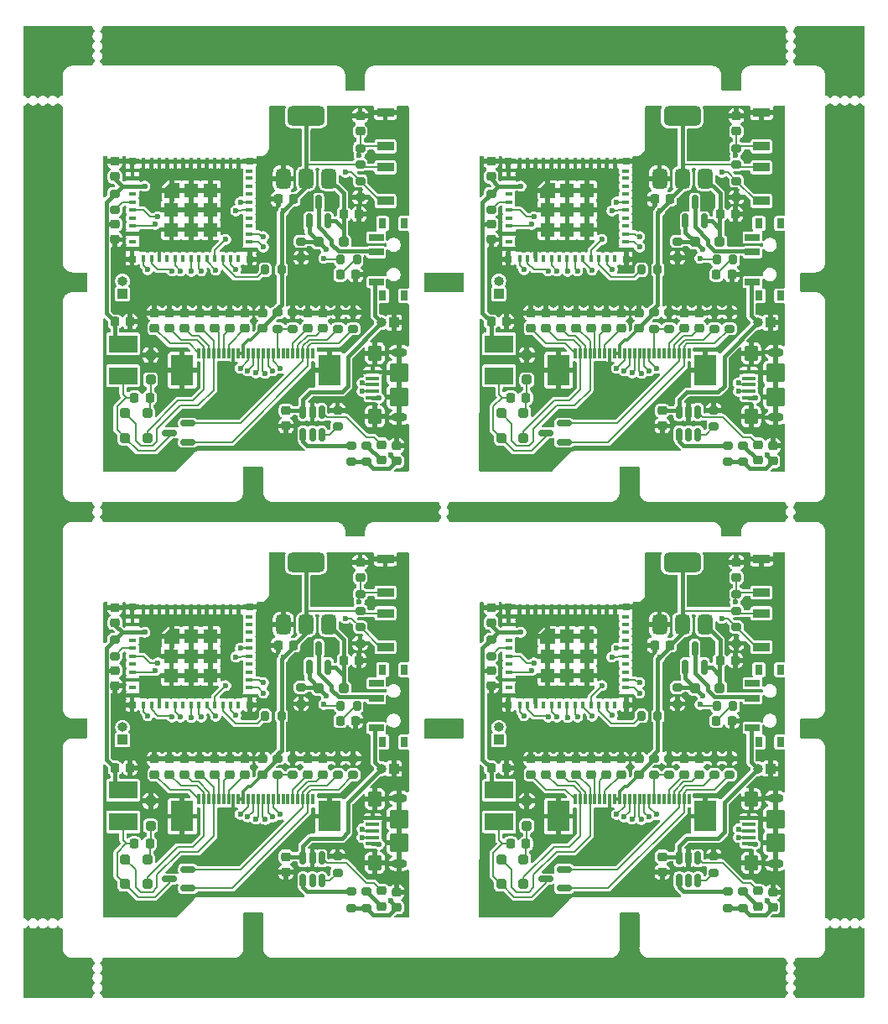
<source format=gtl>
G04 #@! TF.GenerationSoftware,KiCad,Pcbnew,9.0.3*
G04 #@! TF.CreationDate,2025-09-14T18:43:40+02:00*
G04 #@! TF.ProjectId,panel,70616e65-6c2e-46b6-9963-61645f706362,rev?*
G04 #@! TF.SameCoordinates,Original*
G04 #@! TF.FileFunction,Copper,L1,Top*
G04 #@! TF.FilePolarity,Positive*
%FSLAX46Y46*%
G04 Gerber Fmt 4.6, Leading zero omitted, Abs format (unit mm)*
G04 Created by KiCad (PCBNEW 9.0.3) date 2025-09-14 18:43:40*
%MOMM*%
%LPD*%
G01*
G04 APERTURE LIST*
G04 Aperture macros list*
%AMRoundRect*
0 Rectangle with rounded corners*
0 $1 Rounding radius*
0 $2 $3 $4 $5 $6 $7 $8 $9 X,Y pos of 4 corners*
0 Add a 4 corners polygon primitive as box body*
4,1,4,$2,$3,$4,$5,$6,$7,$8,$9,$2,$3,0*
0 Add four circle primitives for the rounded corners*
1,1,$1+$1,$2,$3*
1,1,$1+$1,$4,$5*
1,1,$1+$1,$6,$7*
1,1,$1+$1,$8,$9*
0 Add four rect primitives between the rounded corners*
20,1,$1+$1,$2,$3,$4,$5,0*
20,1,$1+$1,$4,$5,$6,$7,0*
20,1,$1+$1,$6,$7,$8,$9,0*
20,1,$1+$1,$8,$9,$2,$3,0*%
%AMOutline5P*
0 Free polygon, 5 corners , with rotation*
0 The origin of the aperture is its center*
0 number of corners: always 5*
0 $1 to $10 corner X, Y*
0 $11 Rotation angle, in degrees counterclockwise*
0 create outline with 5 corners*
4,1,5,$1,$2,$3,$4,$5,$6,$7,$8,$9,$10,$1,$2,$11*%
%AMOutline6P*
0 Free polygon, 6 corners , with rotation*
0 The origin of the aperture is its center*
0 number of corners: always 6*
0 $1 to $12 corner X, Y*
0 $13 Rotation angle, in degrees counterclockwise*
0 create outline with 6 corners*
4,1,6,$1,$2,$3,$4,$5,$6,$7,$8,$9,$10,$11,$12,$1,$2,$13*%
%AMOutline7P*
0 Free polygon, 7 corners , with rotation*
0 The origin of the aperture is its center*
0 number of corners: always 7*
0 $1 to $14 corner X, Y*
0 $15 Rotation angle, in degrees counterclockwise*
0 create outline with 7 corners*
4,1,7,$1,$2,$3,$4,$5,$6,$7,$8,$9,$10,$11,$12,$13,$14,$1,$2,$15*%
%AMOutline8P*
0 Free polygon, 8 corners , with rotation*
0 The origin of the aperture is its center*
0 number of corners: always 8*
0 $1 to $16 corner X, Y*
0 $17 Rotation angle, in degrees counterclockwise*
0 create outline with 8 corners*
4,1,8,$1,$2,$3,$4,$5,$6,$7,$8,$9,$10,$11,$12,$13,$14,$15,$16,$1,$2,$17*%
G04 Aperture macros list end*
G04 #@! TA.AperFunction,SMDPad,CuDef*
%ADD10RoundRect,0.200000X-0.275000X0.200000X-0.275000X-0.200000X0.275000X-0.200000X0.275000X0.200000X0*%
G04 #@! TD*
G04 #@! TA.AperFunction,SMDPad,CuDef*
%ADD11RoundRect,0.225000X-0.250000X0.225000X-0.250000X-0.225000X0.250000X-0.225000X0.250000X0.225000X0*%
G04 #@! TD*
G04 #@! TA.AperFunction,ComponentPad*
%ADD12R,1.000000X1.000000*%
G04 #@! TD*
G04 #@! TA.AperFunction,ComponentPad*
%ADD13O,1.000000X1.000000*%
G04 #@! TD*
G04 #@! TA.AperFunction,SMDPad,CuDef*
%ADD14RoundRect,0.250000X-0.250000X0.250000X-0.250000X-0.250000X0.250000X-0.250000X0.250000X0.250000X0*%
G04 #@! TD*
G04 #@! TA.AperFunction,SMDPad,CuDef*
%ADD15RoundRect,0.225000X-0.225000X-0.250000X0.225000X-0.250000X0.225000X0.250000X-0.225000X0.250000X0*%
G04 #@! TD*
G04 #@! TA.AperFunction,SMDPad,CuDef*
%ADD16RoundRect,0.225000X0.250000X-0.225000X0.250000X0.225000X-0.250000X0.225000X-0.250000X-0.225000X0*%
G04 #@! TD*
G04 #@! TA.AperFunction,SMDPad,CuDef*
%ADD17RoundRect,0.250000X0.250000X0.250000X-0.250000X0.250000X-0.250000X-0.250000X0.250000X-0.250000X0*%
G04 #@! TD*
G04 #@! TA.AperFunction,SMDPad,CuDef*
%ADD18RoundRect,0.225000X0.225000X0.250000X-0.225000X0.250000X-0.225000X-0.250000X0.225000X-0.250000X0*%
G04 #@! TD*
G04 #@! TA.AperFunction,SMDPad,CuDef*
%ADD19RoundRect,0.375000X0.375000X-0.625000X0.375000X0.625000X-0.375000X0.625000X-0.375000X-0.625000X0*%
G04 #@! TD*
G04 #@! TA.AperFunction,SMDPad,CuDef*
%ADD20RoundRect,0.500000X1.400000X-0.500000X1.400000X0.500000X-1.400000X0.500000X-1.400000X-0.500000X0*%
G04 #@! TD*
G04 #@! TA.AperFunction,SMDPad,CuDef*
%ADD21R,0.300000X1.100000*%
G04 #@! TD*
G04 #@! TA.AperFunction,SMDPad,CuDef*
%ADD22R,2.300000X3.100000*%
G04 #@! TD*
G04 #@! TA.AperFunction,SMDPad,CuDef*
%ADD23RoundRect,0.200000X0.200000X0.275000X-0.200000X0.275000X-0.200000X-0.275000X0.200000X-0.275000X0*%
G04 #@! TD*
G04 #@! TA.AperFunction,SMDPad,CuDef*
%ADD24RoundRect,0.150000X-0.150000X0.512500X-0.150000X-0.512500X0.150000X-0.512500X0.150000X0.512500X0*%
G04 #@! TD*
G04 #@! TA.AperFunction,SMDPad,CuDef*
%ADD25RoundRect,0.150000X0.587500X0.150000X-0.587500X0.150000X-0.587500X-0.150000X0.587500X-0.150000X0*%
G04 #@! TD*
G04 #@! TA.AperFunction,SMDPad,CuDef*
%ADD26RoundRect,0.150000X0.150000X-0.587500X0.150000X0.587500X-0.150000X0.587500X-0.150000X-0.587500X0*%
G04 #@! TD*
G04 #@! TA.AperFunction,SMDPad,CuDef*
%ADD27RoundRect,0.200000X0.275000X-0.200000X0.275000X0.200000X-0.275000X0.200000X-0.275000X-0.200000X0*%
G04 #@! TD*
G04 #@! TA.AperFunction,SMDPad,CuDef*
%ADD28R,0.800000X1.000000*%
G04 #@! TD*
G04 #@! TA.AperFunction,SMDPad,CuDef*
%ADD29R,1.500000X0.700000*%
G04 #@! TD*
G04 #@! TA.AperFunction,SMDPad,CuDef*
%ADD30RoundRect,0.218750X0.218750X0.256250X-0.218750X0.256250X-0.218750X-0.256250X0.218750X-0.256250X0*%
G04 #@! TD*
G04 #@! TA.AperFunction,SMDPad,CuDef*
%ADD31RoundRect,0.218750X-0.256250X0.218750X-0.256250X-0.218750X0.256250X-0.218750X0.256250X0.218750X0*%
G04 #@! TD*
G04 #@! TA.AperFunction,SMDPad,CuDef*
%ADD32R,2.900000X1.800000*%
G04 #@! TD*
G04 #@! TA.AperFunction,SMDPad,CuDef*
%ADD33RoundRect,0.100000X0.575000X-0.100000X0.575000X0.100000X-0.575000X0.100000X-0.575000X-0.100000X0*%
G04 #@! TD*
G04 #@! TA.AperFunction,HeatsinkPad*
%ADD34O,1.600000X0.900000*%
G04 #@! TD*
G04 #@! TA.AperFunction,SMDPad,CuDef*
%ADD35RoundRect,0.250000X0.450000X-0.550000X0.450000X0.550000X-0.450000X0.550000X-0.450000X-0.550000X0*%
G04 #@! TD*
G04 #@! TA.AperFunction,SMDPad,CuDef*
%ADD36RoundRect,0.250000X0.700000X-0.700000X0.700000X0.700000X-0.700000X0.700000X-0.700000X-0.700000X0*%
G04 #@! TD*
G04 #@! TA.AperFunction,SMDPad,CuDef*
%ADD37R,0.800000X0.400000*%
G04 #@! TD*
G04 #@! TA.AperFunction,SMDPad,CuDef*
%ADD38R,1.450000X1.450000*%
G04 #@! TD*
G04 #@! TA.AperFunction,SMDPad,CuDef*
%ADD39R,0.400000X0.800000*%
G04 #@! TD*
G04 #@! TA.AperFunction,SMDPad,CuDef*
%ADD40R,0.700000X0.700000*%
G04 #@! TD*
G04 #@! TA.AperFunction,SMDPad,CuDef*
%ADD41Outline5P,-0.725000X0.725000X0.725000X0.725000X0.725000X-0.217500X0.217500X-0.725000X-0.725000X-0.725000X180.000000*%
G04 #@! TD*
G04 #@! TA.AperFunction,SMDPad,CuDef*
%ADD42R,1.700000X0.900000*%
G04 #@! TD*
G04 #@! TA.AperFunction,ViaPad*
%ADD43C,0.600000*%
G04 #@! TD*
G04 #@! TA.AperFunction,Conductor*
%ADD44C,0.400000*%
G04 #@! TD*
G04 #@! TA.AperFunction,Conductor*
%ADD45C,0.300000*%
G04 #@! TD*
G04 #@! TA.AperFunction,Conductor*
%ADD46C,0.200000*%
G04 #@! TD*
G04 APERTURE END LIST*
D10*
G04 #@! TO.P,R2,1*
G04 #@! TO.N,Board_1-Net-(D2-A)*
X73155800Y-42785800D03*
G04 #@! TO.P,R2,2*
G04 #@! TO.N,Board_1-VUSB*
X73155800Y-44435800D03*
G04 #@! TD*
D11*
G04 #@! TO.P,C14,1*
G04 #@! TO.N,Board_0-GND*
X22924800Y-29424600D03*
G04 #@! TO.P,C14,2*
G04 #@! TO.N,Board_0-Net-(C14-Pad2)*
X22924800Y-30974600D03*
G04 #@! TD*
D10*
G04 #@! TO.P,R11,1*
G04 #@! TO.N,Board_3-GND*
X70311000Y-74373000D03*
G04 #@! TO.P,R11,2*
G04 #@! TO.N,Board_3-RESE*
X70311000Y-76023000D03*
G04 #@! TD*
D12*
G04 #@! TO.P,J4,1,Pin_1*
G04 #@! TO.N,Board_2-RX*
X10529600Y-72495200D03*
D13*
G04 #@! TO.P,J4,2,Pin_2*
G04 #@! TO.N,Board_2-TX*
X10529600Y-71225200D03*
G04 #@! TD*
D14*
G04 #@! TO.P,D5,1,K*
G04 #@! TO.N,Board_2-PREVGH*
X10783600Y-84545200D03*
G04 #@! TO.P,D5,2,A*
G04 #@! TO.N,Board_2-Net-(D5-A)*
X10783600Y-87045200D03*
G04 #@! TD*
D15*
G04 #@! TO.P,C1,1*
G04 #@! TO.N,Board_0-Net-(D1-K)*
X32868600Y-19480800D03*
G04 #@! TO.P,C1,2*
G04 #@! TO.N,Board_0-GND*
X34418600Y-19480800D03*
G04 #@! TD*
D12*
G04 #@! TO.P,BAT1,1,Pin_1*
G04 #@! TO.N,Board_2-GND*
X37961600Y-75401200D03*
D13*
G04 #@! TO.P,BAT1,2,Pin_2*
G04 #@! TO.N,Board_2-Net-(BAT1-Pin_2)*
X36691600Y-75401200D03*
G04 #@! TD*
D16*
G04 #@! TO.P,C16,1*
G04 #@! TO.N,Board_3-Net-(C16-Pad1)*
X67263000Y-75973000D03*
G04 #@! TO.P,C16,2*
G04 #@! TO.N,Board_3-GND*
X67263000Y-74423000D03*
G04 #@! TD*
D17*
G04 #@! TO.P,D1,1,K*
G04 #@! TO.N,Board_0-Net-(D1-K)*
X32861600Y-22274800D03*
G04 #@! TO.P,D1,2,A*
G04 #@! TO.N,Board_0-VUSB*
X30361600Y-22274800D03*
G04 #@! TD*
D16*
G04 #@! TO.P,C5,1*
G04 #@! TO.N,Board_2-Net-(U1-EN)*
X34532600Y-56110200D03*
G04 #@! TO.P,C5,2*
G04 #@! TO.N,Board_2-GND*
X34532600Y-54560200D03*
G04 #@! TD*
D11*
G04 #@! TO.P,C6,1*
G04 #@! TO.N,Board_1-+3V3*
X47755800Y-20483800D03*
G04 #@! TO.P,C6,2*
G04 #@! TO.N,Board_1-GND*
X47755800Y-22033800D03*
G04 #@! TD*
D14*
G04 #@! TO.P,D4,1,K*
G04 #@! TO.N,Board_0-GND*
X13374400Y-33674200D03*
G04 #@! TO.P,D4,2,A*
G04 #@! TO.N,Board_0-Net-(D3-K)*
X13374400Y-36174200D03*
G04 #@! TD*
D10*
G04 #@! TO.P,R4,1*
G04 #@! TO.N,Board_0-VUSB*
X28563600Y-22211800D03*
G04 #@! TO.P,R4,2*
G04 #@! TO.N,Board_0-GND*
X28563600Y-23861800D03*
G04 #@! TD*
D18*
G04 #@! TO.P,C2,1*
G04 #@! TO.N,Board_1-+3V3*
X65802800Y-17956800D03*
G04 #@! TO.P,C2,2*
G04 #@! TO.N,Board_1-GND*
X64252800Y-17956800D03*
G04 #@! TD*
D16*
G04 #@! TO.P,C11,1*
G04 #@! TO.N,Board_0-PREVGH*
X18352800Y-30974600D03*
G04 #@! TO.P,C11,2*
G04 #@! TO.N,Board_0-GND*
X18352800Y-29424600D03*
G04 #@! TD*
D11*
G04 #@! TO.P,C8,1*
G04 #@! TO.N,Board_3-GND*
X51769000Y-74423000D03*
G04 #@! TO.P,C8,2*
G04 #@! TO.N,Board_3-VCOM*
X51769000Y-75973000D03*
G04 #@! TD*
D16*
G04 #@! TO.P,C12,1*
G04 #@! TO.N,Board_2-Net-(C12-Pad1)*
X19876800Y-75973000D03*
G04 #@! TO.P,C12,2*
G04 #@! TO.N,Board_2-GND*
X19876800Y-74423000D03*
G04 #@! TD*
D10*
G04 #@! TO.P,R8,1*
G04 #@! TO.N,Board_1-+3V3*
X64215000Y-29374600D03*
G04 #@! TO.P,R8,2*
G04 #@! TO.N,Board_1-BS*
X64215000Y-31024600D03*
G04 #@! TD*
D19*
G04 #@! TO.P,U3,1,GND*
G04 #@! TO.N,Board_0-GND*
X26771600Y-15874800D03*
G04 #@! TO.P,U3,2,VO*
G04 #@! TO.N,Board_0-+3V3*
X29071600Y-15874800D03*
D20*
X29071600Y-9574800D03*
D19*
G04 #@! TO.P,U3,3,VI*
G04 #@! TO.N,Board_0-Net-(D1-K)*
X31371600Y-15874800D03*
G04 #@! TD*
D11*
G04 #@! TO.P,C14,1*
G04 #@! TO.N,Board_3-GND*
X60913000Y-74423000D03*
G04 #@! TO.P,C14,2*
G04 #@! TO.N,Board_3-Net-(C14-Pad2)*
X60913000Y-75973000D03*
G04 #@! TD*
D16*
G04 #@! TO.P,C10,1*
G04 #@! TO.N,Board_0-Net-(C10-Pad1)*
X16828800Y-30974600D03*
G04 #@! TO.P,C10,2*
G04 #@! TO.N,Board_0-GND*
X16828800Y-29424600D03*
G04 #@! TD*
D21*
G04 #@! TO.P,J2,1,1*
G04 #@! TO.N,Board_0-VCOM*
X18242800Y-33501600D03*
G04 #@! TO.P,J2,2,2*
G04 #@! TO.N,Board_0-PREVGL*
X18742800Y-33501600D03*
G04 #@! TO.P,J2,3,3*
G04 #@! TO.N,Board_0-Net-(C10-Pad1)*
X19242800Y-33501600D03*
G04 #@! TO.P,J2,4,4*
G04 #@! TO.N,Board_0-PREVGH*
X19742800Y-33501600D03*
G04 #@! TO.P,J2,5,5*
G04 #@! TO.N,Board_0-Net-(C12-Pad1)*
X20242800Y-33501600D03*
G04 #@! TO.P,J2,6,6*
G04 #@! TO.N,Board_0-Net-(C13-Pad2)*
X20742800Y-33501600D03*
G04 #@! TO.P,J2,7,7*
G04 #@! TO.N,Board_0-Net-(C14-Pad2)*
X21242800Y-33501600D03*
G04 #@! TO.P,J2,8,8*
G04 #@! TO.N,Board_0-GND*
X21742800Y-33501600D03*
G04 #@! TO.P,J2,9,9*
G04 #@! TO.N,Board_0-+3V3*
X22242800Y-33501600D03*
G04 #@! TO.P,J2,10,10*
X22742800Y-33501600D03*
G04 #@! TO.P,J2,11,11*
G04 #@! TO.N,Board_0-IO0*
X23242800Y-33501600D03*
G04 #@! TO.P,J2,12,12*
G04 #@! TO.N,Board_0-IO1*
X23742800Y-33501600D03*
G04 #@! TO.P,J2,13,13*
G04 #@! TO.N,Board_0-CS*
X24242800Y-33501600D03*
G04 #@! TO.P,J2,14,14*
G04 #@! TO.N,Board_0-D{slash}C*
X24742800Y-33501600D03*
G04 #@! TO.P,J2,15,15*
G04 #@! TO.N,Board_0-IO5*
X25242800Y-33501600D03*
G04 #@! TO.P,J2,16,16*
G04 #@! TO.N,Board_0-BUSY*
X25742800Y-33501600D03*
G04 #@! TO.P,J2,17,17*
G04 #@! TO.N,Board_0-BS*
X26242800Y-33501600D03*
G04 #@! TO.P,J2,18,18*
G04 #@! TO.N,Board_0-unconnected-(J2-Pad18)*
X26742800Y-33501600D03*
G04 #@! TO.P,J2,19,19*
G04 #@! TO.N,Board_0-unconnected-(J2-Pad19)*
X27242800Y-33501600D03*
G04 #@! TO.P,J2,20,20*
G04 #@! TO.N,Board_0-Net-(C16-Pad1)*
X27742800Y-33501600D03*
G04 #@! TO.P,J2,21,21*
G04 #@! TO.N,Board_0-Net-(C17-Pad1)*
X28242800Y-33501600D03*
G04 #@! TO.P,J2,22,22*
G04 #@! TO.N,Board_0-RESE*
X28742800Y-33501600D03*
G04 #@! TO.P,J2,23,23*
G04 #@! TO.N,Board_0-GDR*
X29242800Y-33501600D03*
G04 #@! TO.P,J2,24,24*
G04 #@! TO.N,Board_0-unconnected-(J2-Pad24)*
X29742800Y-33501600D03*
D22*
G04 #@! TO.P,J2,SH1,SHIELD*
G04 #@! TO.N,Board_0-GND*
X16572800Y-35201600D03*
G04 #@! TO.P,J2,SH2,SHIELD*
X31412800Y-35201600D03*
G04 #@! TD*
D14*
G04 #@! TO.P,D3,1,K*
G04 #@! TO.N,Board_1-Net-(D3-K)*
X51032400Y-39546800D03*
G04 #@! TO.P,D3,2,A*
G04 #@! TO.N,Board_1-PREVGL*
X51032400Y-42046800D03*
G04 #@! TD*
D23*
G04 #@! TO.P,R5,1*
G04 #@! TO.N,Board_3-+3V3*
X64582800Y-70067200D03*
G04 #@! TO.P,R5,2*
G04 #@! TO.N,Board_3-Net-(U1-IO8)*
X62932800Y-70067200D03*
G04 #@! TD*
D24*
G04 #@! TO.P,U2,1,~{CHRG}*
G04 #@! TO.N,Board_3-Net-(D2-K)*
X68644800Y-84423700D03*
G04 #@! TO.P,U2,2,GND*
G04 #@! TO.N,Board_3-GND*
X67694800Y-84423700D03*
G04 #@! TO.P,U2,3,BAT*
G04 #@! TO.N,Board_3-Net-(BAT1-Pin_2)*
X66744800Y-84423700D03*
G04 #@! TO.P,U2,4,V_{CC}*
G04 #@! TO.N,Board_3-Net-(U2-V_{CC})*
X66744800Y-86698700D03*
G04 #@! TO.P,U2,5,STDBY*
G04 #@! TO.N,Board_3-unconnected-(U2-STDBY-Pad5)*
X67694800Y-86698700D03*
G04 #@! TO.P,U2,6,PROG*
G04 #@! TO.N,Board_3-Net-(U2-PROG)*
X68644800Y-86698700D03*
G04 #@! TD*
D25*
G04 #@! TO.P,Q2,1,G*
G04 #@! TO.N,Board_2-GDR*
X17133600Y-87461200D03*
G04 #@! TO.P,Q2,2,S*
G04 #@! TO.N,Board_2-RESE*
X17133600Y-85561200D03*
G04 #@! TO.P,Q2,3,D*
G04 #@! TO.N,Board_2-Net-(D5-A)*
X15258600Y-86511200D03*
G04 #@! TD*
D26*
G04 #@! TO.P,Q1,1,G*
G04 #@! TO.N,Board_1-VUSB*
X67379800Y-20164300D03*
G04 #@! TO.P,Q1,2,S*
G04 #@! TO.N,Board_1-Net-(D1-K)*
X69279800Y-20164300D03*
G04 #@! TO.P,Q1,3,D*
G04 #@! TO.N,Board_1-Net-(Q1-D)*
X68329800Y-18289300D03*
G04 #@! TD*
D25*
G04 #@! TO.P,Q2,1,G*
G04 #@! TO.N,Board_3-GDR*
X55121800Y-87461200D03*
G04 #@! TO.P,Q2,2,S*
G04 #@! TO.N,Board_3-RESE*
X55121800Y-85561200D03*
G04 #@! TO.P,Q2,3,D*
G04 #@! TO.N,Board_3-Net-(D5-A)*
X53246800Y-86511200D03*
G04 #@! TD*
D16*
G04 #@! TO.P,C4,1*
G04 #@! TO.N,Board_3-VUSB*
X76203800Y-89384200D03*
G04 #@! TO.P,C4,2*
G04 #@! TO.N,Board_3-GND*
X76203800Y-87834200D03*
G04 #@! TD*
G04 #@! TO.P,C16,1*
G04 #@! TO.N,Board_0-Net-(C16-Pad1)*
X29274800Y-30974600D03*
G04 #@! TO.P,C16,2*
G04 #@! TO.N,Board_0-GND*
X29274800Y-29424600D03*
G04 #@! TD*
G04 #@! TO.P,C17,1*
G04 #@! TO.N,Board_0-Net-(C17-Pad1)*
X30798800Y-30974600D03*
G04 #@! TO.P,C17,2*
G04 #@! TO.N,Board_0-GND*
X30798800Y-29424600D03*
G04 #@! TD*
D17*
G04 #@! TO.P,D1,1,K*
G04 #@! TO.N,Board_1-Net-(D1-K)*
X70849800Y-22274800D03*
G04 #@! TO.P,D1,2,A*
G04 #@! TO.N,Board_1-VUSB*
X68349800Y-22274800D03*
G04 #@! TD*
D21*
G04 #@! TO.P,J2,1,1*
G04 #@! TO.N,Board_2-VCOM*
X18242800Y-78500000D03*
G04 #@! TO.P,J2,2,2*
G04 #@! TO.N,Board_2-PREVGL*
X18742800Y-78500000D03*
G04 #@! TO.P,J2,3,3*
G04 #@! TO.N,Board_2-Net-(C10-Pad1)*
X19242800Y-78500000D03*
G04 #@! TO.P,J2,4,4*
G04 #@! TO.N,Board_2-PREVGH*
X19742800Y-78500000D03*
G04 #@! TO.P,J2,5,5*
G04 #@! TO.N,Board_2-Net-(C12-Pad1)*
X20242800Y-78500000D03*
G04 #@! TO.P,J2,6,6*
G04 #@! TO.N,Board_2-Net-(C13-Pad2)*
X20742800Y-78500000D03*
G04 #@! TO.P,J2,7,7*
G04 #@! TO.N,Board_2-Net-(C14-Pad2)*
X21242800Y-78500000D03*
G04 #@! TO.P,J2,8,8*
G04 #@! TO.N,Board_2-GND*
X21742800Y-78500000D03*
G04 #@! TO.P,J2,9,9*
G04 #@! TO.N,Board_2-+3V3*
X22242800Y-78500000D03*
G04 #@! TO.P,J2,10,10*
X22742800Y-78500000D03*
G04 #@! TO.P,J2,11,11*
G04 #@! TO.N,Board_2-IO0*
X23242800Y-78500000D03*
G04 #@! TO.P,J2,12,12*
G04 #@! TO.N,Board_2-IO1*
X23742800Y-78500000D03*
G04 #@! TO.P,J2,13,13*
G04 #@! TO.N,Board_2-CS*
X24242800Y-78500000D03*
G04 #@! TO.P,J2,14,14*
G04 #@! TO.N,Board_2-D{slash}C*
X24742800Y-78500000D03*
G04 #@! TO.P,J2,15,15*
G04 #@! TO.N,Board_2-IO5*
X25242800Y-78500000D03*
G04 #@! TO.P,J2,16,16*
G04 #@! TO.N,Board_2-BUSY*
X25742800Y-78500000D03*
G04 #@! TO.P,J2,17,17*
G04 #@! TO.N,Board_2-BS*
X26242800Y-78500000D03*
G04 #@! TO.P,J2,18,18*
G04 #@! TO.N,Board_2-unconnected-(J2-Pad18)*
X26742800Y-78500000D03*
G04 #@! TO.P,J2,19,19*
G04 #@! TO.N,Board_2-unconnected-(J2-Pad19)*
X27242800Y-78500000D03*
G04 #@! TO.P,J2,20,20*
G04 #@! TO.N,Board_2-Net-(C16-Pad1)*
X27742800Y-78500000D03*
G04 #@! TO.P,J2,21,21*
G04 #@! TO.N,Board_2-Net-(C17-Pad1)*
X28242800Y-78500000D03*
G04 #@! TO.P,J2,22,22*
G04 #@! TO.N,Board_2-RESE*
X28742800Y-78500000D03*
G04 #@! TO.P,J2,23,23*
G04 #@! TO.N,Board_2-GDR*
X29242800Y-78500000D03*
G04 #@! TO.P,J2,24,24*
G04 #@! TO.N,Board_2-unconnected-(J2-Pad24)*
X29742800Y-78500000D03*
D22*
G04 #@! TO.P,J2,SH1,SHIELD*
G04 #@! TO.N,Board_2-GND*
X16572800Y-80200000D03*
G04 #@! TO.P,J2,SH2,SHIELD*
X31412800Y-80200000D03*
G04 #@! TD*
D27*
G04 #@! TO.P,R3,1*
G04 #@! TO.N,Board_3-VUSB*
X71631800Y-89434200D03*
G04 #@! TO.P,R3,2*
G04 #@! TO.N,Board_3-Net-(U2-V_{CC})*
X71631800Y-87784200D03*
G04 #@! TD*
D10*
G04 #@! TO.P,R10,1*
G04 #@! TO.N,Board_1-GND*
X71835000Y-29374600D03*
G04 #@! TO.P,R10,2*
G04 #@! TO.N,Board_1-GDR*
X71835000Y-31024600D03*
G04 #@! TD*
D27*
G04 #@! TO.P,R12,1*
G04 #@! TO.N,Board_0-GND*
X34532600Y-17765800D03*
G04 #@! TO.P,R12,2*
G04 #@! TO.N,Board_0-IO3*
X34532600Y-16115800D03*
G04 #@! TD*
D16*
G04 #@! TO.P,C7,1*
G04 #@! TO.N,Board_1-+3V3*
X47755800Y-15683800D03*
G04 #@! TO.P,C7,2*
G04 #@! TO.N,Board_1-GND*
X47755800Y-14133800D03*
G04 #@! TD*
D26*
G04 #@! TO.P,Q1,1,G*
G04 #@! TO.N,Board_3-VUSB*
X67379800Y-65162700D03*
G04 #@! TO.P,Q1,2,S*
G04 #@! TO.N,Board_3-Net-(D1-K)*
X69279800Y-65162700D03*
G04 #@! TO.P,Q1,3,D*
G04 #@! TO.N,Board_3-Net-(Q1-D)*
X68329800Y-63287700D03*
G04 #@! TD*
D27*
G04 #@! TO.P,R7,1*
G04 #@! TO.N,Board_2-Net-(U1-IO2)*
X9767600Y-64034200D03*
G04 #@! TO.P,R7,2*
G04 #@! TO.N,Board_2-+3V3*
X9767600Y-62384200D03*
G04 #@! TD*
D26*
G04 #@! TO.P,Q1,1,G*
G04 #@! TO.N,Board_2-VUSB*
X29391600Y-65162700D03*
G04 #@! TO.P,Q1,2,S*
G04 #@! TO.N,Board_2-Net-(D1-K)*
X31291600Y-65162700D03*
G04 #@! TO.P,Q1,3,D*
G04 #@! TO.N,Board_2-Net-(Q1-D)*
X30341600Y-63287700D03*
G04 #@! TD*
D17*
G04 #@! TO.P,D1,1,K*
G04 #@! TO.N,Board_3-Net-(D1-K)*
X70849800Y-67273200D03*
G04 #@! TO.P,D1,2,A*
G04 #@! TO.N,Board_3-VUSB*
X68349800Y-67273200D03*
G04 #@! TD*
D11*
G04 #@! TO.P,C14,1*
G04 #@! TO.N,Board_2-GND*
X22924800Y-74423000D03*
G04 #@! TO.P,C14,2*
G04 #@! TO.N,Board_2-Net-(C14-Pad2)*
X22924800Y-75973000D03*
G04 #@! TD*
D27*
G04 #@! TO.P,R1,1*
G04 #@! TO.N,Board_3-Net-(U2-PROG)*
X70234800Y-85878200D03*
G04 #@! TO.P,R1,2*
G04 #@! TO.N,Board_3-GND*
X70234800Y-84228200D03*
G04 #@! TD*
D23*
G04 #@! TO.P,R13,1*
G04 #@! TO.N,Board_2-Net-(D6-A)*
X34214600Y-69051200D03*
G04 #@! TO.P,R13,2*
G04 #@! TO.N,Board_2-IO7*
X32564600Y-69051200D03*
G04 #@! TD*
D12*
G04 #@! TO.P,BAT1,1,Pin_1*
G04 #@! TO.N,Board_1-GND*
X75949800Y-30402800D03*
D13*
G04 #@! TO.P,BAT1,2,Pin_2*
G04 #@! TO.N,Board_1-Net-(BAT1-Pin_2)*
X74679800Y-30402800D03*
G04 #@! TD*
D28*
G04 #@! TO.P,SW3,*
G04 #@! TO.N,*
X36800600Y-72701200D03*
X39010600Y-72701200D03*
X36800600Y-65401200D03*
X39010600Y-65401200D03*
D29*
G04 #@! TO.P,SW3,1,1*
G04 #@! TO.N,Board_2-Net-(BAT1-Pin_2)*
X36150600Y-71301200D03*
G04 #@! TO.P,SW3,2,2*
G04 #@! TO.N,Board_2-Net-(Q1-D)*
X36150600Y-68301200D03*
G04 #@! TO.P,SW3,3*
G04 #@! TO.N,N/C*
X36150600Y-66801200D03*
G04 #@! TD*
D23*
G04 #@! TO.P,R5,1*
G04 #@! TO.N,Board_2-+3V3*
X26594600Y-70067200D03*
G04 #@! TO.P,R5,2*
G04 #@! TO.N,Board_2-Net-(U1-IO8)*
X24944600Y-70067200D03*
G04 #@! TD*
D18*
G04 #@! TO.P,C18,1*
G04 #@! TO.N,Board_3-Net-(D3-K)*
X51274000Y-82959100D03*
G04 #@! TO.P,C18,2*
G04 #@! TO.N,Board_3-Net-(D5-A)*
X49724000Y-82959100D03*
G04 #@! TD*
G04 #@! TO.P,C18,1*
G04 #@! TO.N,Board_1-Net-(D3-K)*
X51274000Y-37960700D03*
G04 #@! TO.P,C18,2*
G04 #@! TO.N,Board_1-Net-(D5-A)*
X49724000Y-37960700D03*
G04 #@! TD*
D11*
G04 #@! TO.P,C6,1*
G04 #@! TO.N,Board_0-+3V3*
X9767600Y-20483800D03*
G04 #@! TO.P,C6,2*
G04 #@! TO.N,Board_0-GND*
X9767600Y-22033800D03*
G04 #@! TD*
D30*
G04 #@! TO.P,D6,1,K*
G04 #@! TO.N,Board_0-GND*
X34088600Y-25576800D03*
G04 #@! TO.P,D6,2,A*
G04 #@! TO.N,Board_0-Net-(D6-A)*
X32513600Y-25576800D03*
G04 #@! TD*
D11*
G04 #@! TO.P,C8,1*
G04 #@! TO.N,Board_1-GND*
X51769000Y-29424600D03*
G04 #@! TO.P,C8,2*
G04 #@! TO.N,Board_1-VCOM*
X51769000Y-30974600D03*
G04 #@! TD*
D10*
G04 #@! TO.P,R8,1*
G04 #@! TO.N,Board_0-+3V3*
X26226800Y-29374600D03*
G04 #@! TO.P,R8,2*
G04 #@! TO.N,Board_0-BS*
X26226800Y-31024600D03*
G04 #@! TD*
D18*
G04 #@! TO.P,C18,1*
G04 #@! TO.N,Board_2-Net-(D3-K)*
X13285800Y-82959100D03*
G04 #@! TO.P,C18,2*
G04 #@! TO.N,Board_2-Net-(D5-A)*
X11735800Y-82959100D03*
G04 #@! TD*
D11*
G04 #@! TO.P,C15,1*
G04 #@! TO.N,Board_0-GND*
X24702800Y-29424600D03*
G04 #@! TO.P,C15,2*
G04 #@! TO.N,Board_0-+3V3*
X24702800Y-30974600D03*
G04 #@! TD*
D10*
G04 #@! TO.P,R11,1*
G04 #@! TO.N,Board_0-GND*
X32322800Y-29374600D03*
G04 #@! TO.P,R11,2*
G04 #@! TO.N,Board_0-RESE*
X32322800Y-31024600D03*
G04 #@! TD*
D23*
G04 #@! TO.P,R5,1*
G04 #@! TO.N,Board_0-+3V3*
X26594600Y-25068800D03*
G04 #@! TO.P,R5,2*
G04 #@! TO.N,Board_0-Net-(U1-IO8)*
X24944600Y-25068800D03*
G04 #@! TD*
D10*
G04 #@! TO.P,R2,1*
G04 #@! TO.N,Board_0-Net-(D2-A)*
X35167600Y-42785800D03*
G04 #@! TO.P,R2,2*
G04 #@! TO.N,Board_0-VUSB*
X35167600Y-44435800D03*
G04 #@! TD*
D31*
G04 #@! TO.P,D2,1,K*
G04 #@! TO.N,Board_2-Net-(D2-K)*
X36691600Y-87694700D03*
G04 #@! TO.P,D2,2,A*
G04 #@! TO.N,Board_2-Net-(D2-A)*
X36691600Y-89269700D03*
G04 #@! TD*
D27*
G04 #@! TO.P,R12,1*
G04 #@! TO.N,Board_2-GND*
X34532600Y-62764200D03*
G04 #@! TO.P,R12,2*
G04 #@! TO.N,Board_2-IO3*
X34532600Y-61114200D03*
G04 #@! TD*
D15*
G04 #@! TO.P,C1,1*
G04 #@! TO.N,Board_3-Net-(D1-K)*
X70856800Y-64479200D03*
G04 #@! TO.P,C1,2*
G04 #@! TO.N,Board_3-GND*
X72406800Y-64479200D03*
G04 #@! TD*
D11*
G04 #@! TO.P,C8,1*
G04 #@! TO.N,Board_2-GND*
X13780800Y-74423000D03*
G04 #@! TO.P,C8,2*
G04 #@! TO.N,Board_2-VCOM*
X13780800Y-75973000D03*
G04 #@! TD*
D27*
G04 #@! TO.P,R6,1*
G04 #@! TO.N,Board_2-+3V3*
X34532600Y-59462200D03*
G04 #@! TO.P,R6,2*
G04 #@! TO.N,Board_2-Net-(U1-EN)*
X34532600Y-57812200D03*
G04 #@! TD*
G04 #@! TO.P,R12,1*
G04 #@! TO.N,Board_1-GND*
X72520800Y-17765800D03*
G04 #@! TO.P,R12,2*
G04 #@! TO.N,Board_1-IO3*
X72520800Y-16115800D03*
G04 #@! TD*
G04 #@! TO.P,R6,1*
G04 #@! TO.N,Board_3-+3V3*
X72520800Y-59462200D03*
G04 #@! TO.P,R6,2*
G04 #@! TO.N,Board_3-Net-(U1-EN)*
X72520800Y-57812200D03*
G04 #@! TD*
D16*
G04 #@! TO.P,C16,1*
G04 #@! TO.N,Board_1-Net-(C16-Pad1)*
X67263000Y-30974600D03*
G04 #@! TO.P,C16,2*
G04 #@! TO.N,Board_1-GND*
X67263000Y-29424600D03*
G04 #@! TD*
D31*
G04 #@! TO.P,D2,1,K*
G04 #@! TO.N,Board_3-Net-(D2-K)*
X74679800Y-87694700D03*
G04 #@! TO.P,D2,2,A*
G04 #@! TO.N,Board_3-Net-(D2-A)*
X74679800Y-89269700D03*
G04 #@! TD*
D16*
G04 #@! TO.P,C7,1*
G04 #@! TO.N,Board_2-+3V3*
X9767600Y-60682200D03*
G04 #@! TO.P,C7,2*
G04 #@! TO.N,Board_2-GND*
X9767600Y-59132200D03*
G04 #@! TD*
G04 #@! TO.P,C9,1*
G04 #@! TO.N,Board_1-PREVGL*
X53293000Y-30974600D03*
G04 #@! TO.P,C9,2*
G04 #@! TO.N,Board_1-GND*
X53293000Y-29424600D03*
G04 #@! TD*
D30*
G04 #@! TO.P,D6,1,K*
G04 #@! TO.N,Board_3-GND*
X72076800Y-70575200D03*
G04 #@! TO.P,D6,2,A*
G04 #@! TO.N,Board_3-Net-(D6-A)*
X70501800Y-70575200D03*
G04 #@! TD*
D16*
G04 #@! TO.P,C4,1*
G04 #@! TO.N,Board_2-VUSB*
X38215600Y-89384200D03*
G04 #@! TO.P,C4,2*
G04 #@! TO.N,Board_2-GND*
X38215600Y-87834200D03*
G04 #@! TD*
D10*
G04 #@! TO.P,R9,1*
G04 #@! TO.N,Board_2-GND*
X27750800Y-74373000D03*
G04 #@! TO.P,R9,2*
G04 #@! TO.N,Board_2-BS*
X27750800Y-76023000D03*
G04 #@! TD*
D23*
G04 #@! TO.P,R13,1*
G04 #@! TO.N,Board_3-Net-(D6-A)*
X72202800Y-69051200D03*
G04 #@! TO.P,R13,2*
G04 #@! TO.N,Board_3-IO7*
X70552800Y-69051200D03*
G04 #@! TD*
D16*
G04 #@! TO.P,C9,1*
G04 #@! TO.N,Board_0-PREVGL*
X15304800Y-30974600D03*
G04 #@! TO.P,C9,2*
G04 #@! TO.N,Board_0-GND*
X15304800Y-29424600D03*
G04 #@! TD*
D28*
G04 #@! TO.P,SW3,*
G04 #@! TO.N,*
X74788800Y-27702800D03*
X76998800Y-27702800D03*
X74788800Y-20402800D03*
X76998800Y-20402800D03*
D29*
G04 #@! TO.P,SW3,1,1*
G04 #@! TO.N,Board_1-Net-(BAT1-Pin_2)*
X74138800Y-26302800D03*
G04 #@! TO.P,SW3,2,2*
G04 #@! TO.N,Board_1-Net-(Q1-D)*
X74138800Y-23302800D03*
G04 #@! TO.P,SW3,3*
G04 #@! TO.N,N/C*
X74138800Y-21802800D03*
G04 #@! TD*
D11*
G04 #@! TO.P,C8,1*
G04 #@! TO.N,Board_0-GND*
X13780800Y-29424600D03*
G04 #@! TO.P,C8,2*
G04 #@! TO.N,Board_0-VCOM*
X13780800Y-30974600D03*
G04 #@! TD*
D16*
G04 #@! TO.P,C11,1*
G04 #@! TO.N,Board_3-PREVGH*
X56341000Y-75973000D03*
G04 #@! TO.P,C11,2*
G04 #@! TO.N,Board_3-GND*
X56341000Y-74423000D03*
G04 #@! TD*
D18*
G04 #@! TO.P,C2,1*
G04 #@! TO.N,Board_3-+3V3*
X65802800Y-62955200D03*
G04 #@! TO.P,C2,2*
G04 #@! TO.N,Board_3-GND*
X64252800Y-62955200D03*
G04 #@! TD*
D23*
G04 #@! TO.P,R5,1*
G04 #@! TO.N,Board_1-+3V3*
X64582800Y-25068800D03*
G04 #@! TO.P,R5,2*
G04 #@! TO.N,Board_1-Net-(U1-IO8)*
X62932800Y-25068800D03*
G04 #@! TD*
D32*
G04 #@! TO.P,L1,1,1*
G04 #@! TO.N,Board_3-+3V3*
X48568600Y-77560600D03*
G04 #@! TO.P,L1,2,2*
G04 #@! TO.N,Board_3-Net-(D5-A)*
X48568600Y-80760600D03*
G04 #@! TD*
D11*
G04 #@! TO.P,C13,1*
G04 #@! TO.N,Board_2-GND*
X21400800Y-74423000D03*
G04 #@! TO.P,C13,2*
G04 #@! TO.N,Board_2-Net-(C13-Pad2)*
X21400800Y-75973000D03*
G04 #@! TD*
D12*
G04 #@! TO.P,BAT1,1,Pin_1*
G04 #@! TO.N,Board_0-GND*
X37961600Y-30402800D03*
D13*
G04 #@! TO.P,BAT1,2,Pin_2*
G04 #@! TO.N,Board_0-Net-(BAT1-Pin_2)*
X36691600Y-30402800D03*
G04 #@! TD*
D12*
G04 #@! TO.P,J4,1,Pin_1*
G04 #@! TO.N,Board_1-RX*
X48517800Y-27496800D03*
D13*
G04 #@! TO.P,J4,2,Pin_2*
G04 #@! TO.N,Board_1-TX*
X48517800Y-26226800D03*
G04 #@! TD*
D16*
G04 #@! TO.P,C4,1*
G04 #@! TO.N,Board_0-VUSB*
X38215600Y-44385800D03*
G04 #@! TO.P,C4,2*
G04 #@! TO.N,Board_0-GND*
X38215600Y-42835800D03*
G04 #@! TD*
D10*
G04 #@! TO.P,R4,1*
G04 #@! TO.N,Board_3-VUSB*
X66551800Y-67210200D03*
G04 #@! TO.P,R4,2*
G04 #@! TO.N,Board_3-GND*
X66551800Y-68860200D03*
G04 #@! TD*
D16*
G04 #@! TO.P,C12,1*
G04 #@! TO.N,Board_3-Net-(C12-Pad1)*
X57865000Y-75973000D03*
G04 #@! TO.P,C12,2*
G04 #@! TO.N,Board_3-GND*
X57865000Y-74423000D03*
G04 #@! TD*
D28*
G04 #@! TO.P,SW3,*
G04 #@! TO.N,*
X74788800Y-72701200D03*
X76998800Y-72701200D03*
X74788800Y-65401200D03*
X76998800Y-65401200D03*
D29*
G04 #@! TO.P,SW3,1,1*
G04 #@! TO.N,Board_3-Net-(BAT1-Pin_2)*
X74138800Y-71301200D03*
G04 #@! TO.P,SW3,2,2*
G04 #@! TO.N,Board_3-Net-(Q1-D)*
X74138800Y-68301200D03*
G04 #@! TO.P,SW3,3*
G04 #@! TO.N,N/C*
X74138800Y-66801200D03*
G04 #@! TD*
D11*
G04 #@! TO.P,C13,1*
G04 #@! TO.N,Board_3-GND*
X59389000Y-74423000D03*
G04 #@! TO.P,C13,2*
G04 #@! TO.N,Board_3-Net-(C13-Pad2)*
X59389000Y-75973000D03*
G04 #@! TD*
D16*
G04 #@! TO.P,C11,1*
G04 #@! TO.N,Board_1-PREVGH*
X56341000Y-30974600D03*
G04 #@! TO.P,C11,2*
G04 #@! TO.N,Board_1-GND*
X56341000Y-29424600D03*
G04 #@! TD*
D33*
G04 #@! TO.P,J1,1,VBUS*
G04 #@! TO.N,Board_3-VUSB*
X73782800Y-82981200D03*
G04 #@! TO.P,J1,2,D-*
G04 #@! TO.N,Board_3-D-*
X73782800Y-82331200D03*
G04 #@! TO.P,J1,3,D+*
G04 #@! TO.N,Board_3-D+*
X73782800Y-81681200D03*
G04 #@! TO.P,J1,4,ID*
G04 #@! TO.N,Board_3-unconnected-(J1-ID-Pad4)*
X73782800Y-81031200D03*
G04 #@! TO.P,J1,5,GND*
G04 #@! TO.N,Board_3-GND*
X73782800Y-80381200D03*
D34*
G04 #@! TO.P,J1,6,Shield*
X76457800Y-84981200D03*
D35*
X74007800Y-84881200D03*
D36*
X76457800Y-82881200D03*
X76457800Y-80481200D03*
D35*
X74007800Y-78481200D03*
D34*
X76457800Y-78381200D03*
G04 #@! TD*
D27*
G04 #@! TO.P,R1,1*
G04 #@! TO.N,Board_2-Net-(U2-PROG)*
X32246600Y-85878200D03*
G04 #@! TO.P,R1,2*
G04 #@! TO.N,Board_2-GND*
X32246600Y-84228200D03*
G04 #@! TD*
D14*
G04 #@! TO.P,D3,1,K*
G04 #@! TO.N,Board_0-Net-(D3-K)*
X13044200Y-39546800D03*
G04 #@! TO.P,D3,2,A*
G04 #@! TO.N,Board_0-PREVGL*
X13044200Y-42046800D03*
G04 #@! TD*
D10*
G04 #@! TO.P,R4,1*
G04 #@! TO.N,Board_1-VUSB*
X66551800Y-22211800D03*
G04 #@! TO.P,R4,2*
G04 #@! TO.N,Board_1-GND*
X66551800Y-23861800D03*
G04 #@! TD*
D12*
G04 #@! TO.P,J4,1,Pin_1*
G04 #@! TO.N,Board_3-RX*
X48517800Y-72495200D03*
D13*
G04 #@! TO.P,J4,2,Pin_2*
G04 #@! TO.N,Board_3-TX*
X48517800Y-71225200D03*
G04 #@! TD*
D18*
G04 #@! TO.P,C2,1*
G04 #@! TO.N,Board_2-+3V3*
X27814600Y-62955200D03*
G04 #@! TO.P,C2,2*
G04 #@! TO.N,Board_2-GND*
X26264600Y-62955200D03*
G04 #@! TD*
D37*
G04 #@! TO.P,U1,1,GND1*
G04 #@! TO.N,Board_3-GND*
X49539800Y-60045200D03*
G04 #@! TO.P,U1,2,GND2*
X49539800Y-60845200D03*
G04 #@! TO.P,U1,3,3V3*
G04 #@! TO.N,Board_3-+3V3*
X49539800Y-61645200D03*
G04 #@! TO.P,U1,4,NC4*
G04 #@! TO.N,Board_3-unconnected-(U1-NC4-Pad4)*
X49539800Y-62445200D03*
G04 #@! TO.P,U1,5,IO2*
G04 #@! TO.N,Board_3-Net-(U1-IO2)*
X49539800Y-63245200D03*
G04 #@! TO.P,U1,6,IO3*
G04 #@! TO.N,Board_3-IO3*
X49539800Y-64045200D03*
G04 #@! TO.P,U1,7,NC7*
G04 #@! TO.N,Board_3-unconnected-(U1-NC7-Pad7)*
X49539800Y-64845200D03*
G04 #@! TO.P,U1,8,EN*
G04 #@! TO.N,Board_3-Net-(U1-EN)*
X49539800Y-65645200D03*
G04 #@! TO.P,U1,9,pad9*
G04 #@! TO.N,Board_3-GND*
X49539800Y-66445200D03*
D38*
X55439800Y-66020200D03*
D37*
G04 #@! TO.P,U1,10,NC10*
G04 #@! TO.N,Board_3-unconnected-(U1-NC10-Pad10)*
X49539800Y-67245200D03*
G04 #@! TO.P,U1,11,GND11*
G04 #@! TO.N,Board_3-GND*
X49539800Y-67995200D03*
D39*
G04 #@! TO.P,U1,12,IO0*
G04 #@! TO.N,Board_3-IO0*
X50639800Y-68945200D03*
G04 #@! TO.P,U1,13,IO1*
G04 #@! TO.N,Board_3-IO1*
X51439800Y-68945200D03*
G04 #@! TO.P,U1,14,GND14*
G04 #@! TO.N,Board_3-GND*
X52239800Y-68945200D03*
G04 #@! TO.P,U1,15,NC15*
G04 #@! TO.N,Board_3-unconnected-(U1-NC15-Pad15)*
X53039800Y-68945200D03*
G04 #@! TO.P,U1,16,IO10*
G04 #@! TO.N,Board_3-CS*
X53839800Y-68945200D03*
G04 #@! TO.P,U1,17,NC17*
G04 #@! TO.N,Board_3-unconnected-(U1-NC17-Pad17)*
X54639800Y-68945200D03*
G04 #@! TO.P,U1,18,IO4*
G04 #@! TO.N,Board_3-D{slash}C*
X55439800Y-68945200D03*
G04 #@! TO.P,U1,19,IO5*
G04 #@! TO.N,Board_3-IO5*
X56239800Y-68945200D03*
G04 #@! TO.P,U1,20,IO6*
G04 #@! TO.N,Board_3-BUSY*
X57039800Y-68945200D03*
G04 #@! TO.P,U1,21,IO7*
G04 #@! TO.N,Board_3-IO7*
X57839800Y-68945200D03*
G04 #@! TO.P,U1,22,IO8*
G04 #@! TO.N,Board_3-Net-(U1-IO8)*
X58639800Y-68945200D03*
G04 #@! TO.P,U1,23,IO9*
G04 #@! TO.N,Board_3-Net-(U1-IO9)*
X59439800Y-68945200D03*
G04 #@! TO.P,U1,24,NC24*
G04 #@! TO.N,Board_3-unconnected-(U1-NC24-Pad24)*
X60239800Y-68945200D03*
D37*
G04 #@! TO.P,U1,25,NC25*
G04 #@! TO.N,Board_3-GND*
X61339800Y-68045200D03*
G04 #@! TO.P,U1,26,IO18*
G04 #@! TO.N,Board_3-D-*
X61339800Y-67245200D03*
G04 #@! TO.P,U1,27,IO19*
G04 #@! TO.N,Board_3-D+*
X61339800Y-66445200D03*
G04 #@! TO.P,U1,28,NC28*
G04 #@! TO.N,Board_3-unconnected-(U1-NC28-Pad28)*
X61339800Y-65645200D03*
G04 #@! TO.P,U1,29,NC29*
G04 #@! TO.N,Board_3-unconnected-(U1-NC29-Pad29)*
X61339800Y-64845200D03*
G04 #@! TO.P,U1,30,RXD0*
G04 #@! TO.N,Board_3-RX*
X61339800Y-64045200D03*
G04 #@! TO.P,U1,31,TXD0*
G04 #@! TO.N,Board_3-TX*
X61339800Y-63245200D03*
G04 #@! TO.P,U1,32,NC32*
G04 #@! TO.N,Board_3-unconnected-(U1-NC32-Pad32)*
X61339800Y-62445200D03*
G04 #@! TO.P,U1,33,NC33*
G04 #@! TO.N,Board_3-unconnected-(U1-NC33-Pad33)*
X61339800Y-61645200D03*
G04 #@! TO.P,U1,34,NC34*
G04 #@! TO.N,Board_3-unconnected-(U1-NC34-Pad34)*
X61339800Y-60845200D03*
G04 #@! TO.P,U1,35,NC35*
G04 #@! TO.N,Board_3-unconnected-(U1-NC35-Pad35)*
X61339800Y-60095200D03*
D39*
G04 #@! TO.P,U1,36,GND36*
G04 #@! TO.N,Board_3-GND*
X60239800Y-59145200D03*
X60239800Y-59145200D03*
G04 #@! TO.P,U1,37,GND37*
X59439800Y-59145200D03*
G04 #@! TO.P,U1,38,GND38*
X58639800Y-59145200D03*
G04 #@! TO.P,U1,39,GND39*
X57839800Y-59145200D03*
G04 #@! TO.P,U1,40,GND40*
X57039800Y-59145200D03*
G04 #@! TO.P,U1,41,GND41*
X56239800Y-59145200D03*
G04 #@! TO.P,U1,42,GND42*
X55439800Y-59145200D03*
G04 #@! TO.P,U1,43,GND43*
X54639800Y-59145200D03*
G04 #@! TO.P,U1,44,GND44*
X53839800Y-59145200D03*
G04 #@! TO.P,U1,45,GND45*
X53039800Y-59145200D03*
G04 #@! TO.P,U1,46,GND46*
X52239800Y-59145200D03*
G04 #@! TO.P,U1,47,GND47*
X51439800Y-59145200D03*
G04 #@! TO.P,U1,48,GND48*
X50639800Y-59145200D03*
D38*
G04 #@! TO.P,U1,49,pad1*
X55439800Y-64045200D03*
D40*
G04 #@! TO.P,U1,50,GND50*
X61389800Y-59095200D03*
G04 #@! TO.P,U1,51,GND51*
X61389800Y-68995200D03*
G04 #@! TO.P,U1,52,GND52*
X49489800Y-68995200D03*
G04 #@! TO.P,U1,53,GND53*
X49489800Y-59095200D03*
D41*
G04 #@! TO.P,U1,54,pad2*
X53489800Y-62070200D03*
D38*
G04 #@! TO.P,U1,55,pad3*
X55439800Y-62070200D03*
G04 #@! TO.P,U1,56,pad4*
X57414800Y-62070200D03*
G04 #@! TO.P,U1,57,pad5*
X53464800Y-64045200D03*
G04 #@! TO.P,U1,58,pad6*
X57414800Y-64045200D03*
G04 #@! TO.P,U1,59,pad7*
X53464800Y-66020200D03*
G04 #@! TO.P,U1,60,pad8*
X57414800Y-66020200D03*
G04 #@! TD*
D42*
G04 #@! TO.P,SW4,1,1*
G04 #@! TO.N,Board_1-+3V3*
X75060800Y-14732800D03*
G04 #@! TO.P,SW4,2,2*
G04 #@! TO.N,Board_1-IO3*
X75060800Y-18132800D03*
G04 #@! TD*
D10*
G04 #@! TO.P,R11,1*
G04 #@! TO.N,Board_2-GND*
X32322800Y-74373000D03*
G04 #@! TO.P,R11,2*
G04 #@! TO.N,Board_2-RESE*
X32322800Y-76023000D03*
G04 #@! TD*
D27*
G04 #@! TO.P,R6,1*
G04 #@! TO.N,Board_0-+3V3*
X34532600Y-14463800D03*
G04 #@! TO.P,R6,2*
G04 #@! TO.N,Board_0-Net-(U1-EN)*
X34532600Y-12813800D03*
G04 #@! TD*
D11*
G04 #@! TO.P,C3,1*
G04 #@! TO.N,Board_1-Net-(BAT1-Pin_2)*
X65027800Y-39279800D03*
G04 #@! TO.P,C3,2*
G04 #@! TO.N,Board_1-GND*
X65027800Y-40829800D03*
G04 #@! TD*
D14*
G04 #@! TO.P,D4,1,K*
G04 #@! TO.N,Board_2-GND*
X13374400Y-78672600D03*
G04 #@! TO.P,D4,2,A*
G04 #@! TO.N,Board_2-Net-(D3-K)*
X13374400Y-81172600D03*
G04 #@! TD*
D32*
G04 #@! TO.P,L1,1,1*
G04 #@! TO.N,Board_2-+3V3*
X10580400Y-77560600D03*
G04 #@! TO.P,L1,2,2*
G04 #@! TO.N,Board_2-Net-(D5-A)*
X10580400Y-80760600D03*
G04 #@! TD*
D27*
G04 #@! TO.P,R7,1*
G04 #@! TO.N,Board_3-Net-(U1-IO2)*
X47755800Y-64034200D03*
G04 #@! TO.P,R7,2*
G04 #@! TO.N,Board_3-+3V3*
X47755800Y-62384200D03*
G04 #@! TD*
D10*
G04 #@! TO.P,R10,1*
G04 #@! TO.N,Board_2-GND*
X33846800Y-74373000D03*
G04 #@! TO.P,R10,2*
G04 #@! TO.N,Board_2-GDR*
X33846800Y-76023000D03*
G04 #@! TD*
D27*
G04 #@! TO.P,R7,1*
G04 #@! TO.N,Board_1-Net-(U1-IO2)*
X47755800Y-19035800D03*
G04 #@! TO.P,R7,2*
G04 #@! TO.N,Board_1-+3V3*
X47755800Y-17385800D03*
G04 #@! TD*
G04 #@! TO.P,R6,1*
G04 #@! TO.N,Board_1-+3V3*
X72520800Y-14463800D03*
G04 #@! TO.P,R6,2*
G04 #@! TO.N,Board_1-Net-(U1-EN)*
X72520800Y-12813800D03*
G04 #@! TD*
D16*
G04 #@! TO.P,C12,1*
G04 #@! TO.N,Board_0-Net-(C12-Pad1)*
X19876800Y-30974600D03*
G04 #@! TO.P,C12,2*
G04 #@! TO.N,Board_0-GND*
X19876800Y-29424600D03*
G04 #@! TD*
D24*
G04 #@! TO.P,U2,1,~{CHRG}*
G04 #@! TO.N,Board_2-Net-(D2-K)*
X30656600Y-84423700D03*
G04 #@! TO.P,U2,2,GND*
G04 #@! TO.N,Board_2-GND*
X29706600Y-84423700D03*
G04 #@! TO.P,U2,3,BAT*
G04 #@! TO.N,Board_2-Net-(BAT1-Pin_2)*
X28756600Y-84423700D03*
G04 #@! TO.P,U2,4,V_{CC}*
G04 #@! TO.N,Board_2-Net-(U2-V_{CC})*
X28756600Y-86698700D03*
G04 #@! TO.P,U2,5,STDBY*
G04 #@! TO.N,Board_2-unconnected-(U2-STDBY-Pad5)*
X29706600Y-86698700D03*
G04 #@! TO.P,U2,6,PROG*
G04 #@! TO.N,Board_2-Net-(U2-PROG)*
X30656600Y-86698700D03*
G04 #@! TD*
D11*
G04 #@! TO.P,C6,1*
G04 #@! TO.N,Board_3-+3V3*
X47755800Y-65482200D03*
G04 #@! TO.P,C6,2*
G04 #@! TO.N,Board_3-GND*
X47755800Y-67032200D03*
G04 #@! TD*
D14*
G04 #@! TO.P,D3,1,K*
G04 #@! TO.N,Board_3-Net-(D3-K)*
X51032400Y-84545200D03*
G04 #@! TO.P,D3,2,A*
G04 #@! TO.N,Board_3-PREVGL*
X51032400Y-87045200D03*
G04 #@! TD*
D16*
G04 #@! TO.P,C4,1*
G04 #@! TO.N,Board_1-VUSB*
X76203800Y-44385800D03*
G04 #@! TO.P,C4,2*
G04 #@! TO.N,Board_1-GND*
X76203800Y-42835800D03*
G04 #@! TD*
D25*
G04 #@! TO.P,Q2,1,G*
G04 #@! TO.N,Board_1-GDR*
X55121800Y-42462800D03*
G04 #@! TO.P,Q2,2,S*
G04 #@! TO.N,Board_1-RESE*
X55121800Y-40562800D03*
G04 #@! TO.P,Q2,3,D*
G04 #@! TO.N,Board_1-Net-(D5-A)*
X53246800Y-41512800D03*
G04 #@! TD*
D21*
G04 #@! TO.P,J2,1,1*
G04 #@! TO.N,Board_3-VCOM*
X56231000Y-78500000D03*
G04 #@! TO.P,J2,2,2*
G04 #@! TO.N,Board_3-PREVGL*
X56731000Y-78500000D03*
G04 #@! TO.P,J2,3,3*
G04 #@! TO.N,Board_3-Net-(C10-Pad1)*
X57231000Y-78500000D03*
G04 #@! TO.P,J2,4,4*
G04 #@! TO.N,Board_3-PREVGH*
X57731000Y-78500000D03*
G04 #@! TO.P,J2,5,5*
G04 #@! TO.N,Board_3-Net-(C12-Pad1)*
X58231000Y-78500000D03*
G04 #@! TO.P,J2,6,6*
G04 #@! TO.N,Board_3-Net-(C13-Pad2)*
X58731000Y-78500000D03*
G04 #@! TO.P,J2,7,7*
G04 #@! TO.N,Board_3-Net-(C14-Pad2)*
X59231000Y-78500000D03*
G04 #@! TO.P,J2,8,8*
G04 #@! TO.N,Board_3-GND*
X59731000Y-78500000D03*
G04 #@! TO.P,J2,9,9*
G04 #@! TO.N,Board_3-+3V3*
X60231000Y-78500000D03*
G04 #@! TO.P,J2,10,10*
X60731000Y-78500000D03*
G04 #@! TO.P,J2,11,11*
G04 #@! TO.N,Board_3-IO0*
X61231000Y-78500000D03*
G04 #@! TO.P,J2,12,12*
G04 #@! TO.N,Board_3-IO1*
X61731000Y-78500000D03*
G04 #@! TO.P,J2,13,13*
G04 #@! TO.N,Board_3-CS*
X62231000Y-78500000D03*
G04 #@! TO.P,J2,14,14*
G04 #@! TO.N,Board_3-D{slash}C*
X62731000Y-78500000D03*
G04 #@! TO.P,J2,15,15*
G04 #@! TO.N,Board_3-IO5*
X63231000Y-78500000D03*
G04 #@! TO.P,J2,16,16*
G04 #@! TO.N,Board_3-BUSY*
X63731000Y-78500000D03*
G04 #@! TO.P,J2,17,17*
G04 #@! TO.N,Board_3-BS*
X64231000Y-78500000D03*
G04 #@! TO.P,J2,18,18*
G04 #@! TO.N,Board_3-unconnected-(J2-Pad18)*
X64731000Y-78500000D03*
G04 #@! TO.P,J2,19,19*
G04 #@! TO.N,Board_3-unconnected-(J2-Pad19)*
X65231000Y-78500000D03*
G04 #@! TO.P,J2,20,20*
G04 #@! TO.N,Board_3-Net-(C16-Pad1)*
X65731000Y-78500000D03*
G04 #@! TO.P,J2,21,21*
G04 #@! TO.N,Board_3-Net-(C17-Pad1)*
X66231000Y-78500000D03*
G04 #@! TO.P,J2,22,22*
G04 #@! TO.N,Board_3-RESE*
X66731000Y-78500000D03*
G04 #@! TO.P,J2,23,23*
G04 #@! TO.N,Board_3-GDR*
X67231000Y-78500000D03*
G04 #@! TO.P,J2,24,24*
G04 #@! TO.N,Board_3-unconnected-(J2-Pad24)*
X67731000Y-78500000D03*
D22*
G04 #@! TO.P,J2,SH1,SHIELD*
G04 #@! TO.N,Board_3-GND*
X54561000Y-80200000D03*
G04 #@! TO.P,J2,SH2,SHIELD*
X69401000Y-80200000D03*
G04 #@! TD*
D10*
G04 #@! TO.P,R2,1*
G04 #@! TO.N,Board_2-Net-(D2-A)*
X35167600Y-87784200D03*
G04 #@! TO.P,R2,2*
G04 #@! TO.N,Board_2-VUSB*
X35167600Y-89434200D03*
G04 #@! TD*
D11*
G04 #@! TO.P,C3,1*
G04 #@! TO.N,Board_2-Net-(BAT1-Pin_2)*
X27039600Y-84278200D03*
G04 #@! TO.P,C3,2*
G04 #@! TO.N,Board_2-GND*
X27039600Y-85828200D03*
G04 #@! TD*
D16*
G04 #@! TO.P,C17,1*
G04 #@! TO.N,Board_3-Net-(C17-Pad1)*
X68787000Y-75973000D03*
G04 #@! TO.P,C17,2*
G04 #@! TO.N,Board_3-GND*
X68787000Y-74423000D03*
G04 #@! TD*
D32*
G04 #@! TO.P,L1,1,1*
G04 #@! TO.N,Board_1-+3V3*
X48568600Y-32562200D03*
G04 #@! TO.P,L1,2,2*
G04 #@! TO.N,Board_1-Net-(D5-A)*
X48568600Y-35762200D03*
G04 #@! TD*
D11*
G04 #@! TO.P,C6,1*
G04 #@! TO.N,Board_2-+3V3*
X9767600Y-65482200D03*
G04 #@! TO.P,C6,2*
G04 #@! TO.N,Board_2-GND*
X9767600Y-67032200D03*
G04 #@! TD*
D18*
G04 #@! TO.P,C18,1*
G04 #@! TO.N,Board_0-Net-(D3-K)*
X13285800Y-37960700D03*
G04 #@! TO.P,C18,2*
G04 #@! TO.N,Board_0-Net-(D5-A)*
X11735800Y-37960700D03*
G04 #@! TD*
D23*
G04 #@! TO.P,R13,1*
G04 #@! TO.N,Board_0-Net-(D6-A)*
X34214600Y-24052800D03*
G04 #@! TO.P,R13,2*
G04 #@! TO.N,Board_0-IO7*
X32564600Y-24052800D03*
G04 #@! TD*
D25*
G04 #@! TO.P,Q2,1,G*
G04 #@! TO.N,Board_0-GDR*
X17133600Y-42462800D03*
G04 #@! TO.P,Q2,2,S*
G04 #@! TO.N,Board_0-RESE*
X17133600Y-40562800D03*
G04 #@! TO.P,Q2,3,D*
G04 #@! TO.N,Board_0-Net-(D5-A)*
X15258600Y-41512800D03*
G04 #@! TD*
D15*
G04 #@! TO.P,C1,1*
G04 #@! TO.N,Board_2-Net-(D1-K)*
X32868600Y-64479200D03*
G04 #@! TO.P,C1,2*
G04 #@! TO.N,Board_2-GND*
X34418600Y-64479200D03*
G04 #@! TD*
D37*
G04 #@! TO.P,U1,1,GND1*
G04 #@! TO.N,Board_0-GND*
X11551600Y-15046800D03*
G04 #@! TO.P,U1,2,GND2*
X11551600Y-15846800D03*
G04 #@! TO.P,U1,3,3V3*
G04 #@! TO.N,Board_0-+3V3*
X11551600Y-16646800D03*
G04 #@! TO.P,U1,4,NC4*
G04 #@! TO.N,Board_0-unconnected-(U1-NC4-Pad4)*
X11551600Y-17446800D03*
G04 #@! TO.P,U1,5,IO2*
G04 #@! TO.N,Board_0-Net-(U1-IO2)*
X11551600Y-18246800D03*
G04 #@! TO.P,U1,6,IO3*
G04 #@! TO.N,Board_0-IO3*
X11551600Y-19046800D03*
G04 #@! TO.P,U1,7,NC7*
G04 #@! TO.N,Board_0-unconnected-(U1-NC7-Pad7)*
X11551600Y-19846800D03*
G04 #@! TO.P,U1,8,EN*
G04 #@! TO.N,Board_0-Net-(U1-EN)*
X11551600Y-20646800D03*
G04 #@! TO.P,U1,9,pad9*
G04 #@! TO.N,Board_0-GND*
X11551600Y-21446800D03*
D38*
X17451600Y-21021800D03*
D37*
G04 #@! TO.P,U1,10,NC10*
G04 #@! TO.N,Board_0-unconnected-(U1-NC10-Pad10)*
X11551600Y-22246800D03*
G04 #@! TO.P,U1,11,GND11*
G04 #@! TO.N,Board_0-GND*
X11551600Y-22996800D03*
D39*
G04 #@! TO.P,U1,12,IO0*
G04 #@! TO.N,Board_0-IO0*
X12651600Y-23946800D03*
G04 #@! TO.P,U1,13,IO1*
G04 #@! TO.N,Board_0-IO1*
X13451600Y-23946800D03*
G04 #@! TO.P,U1,14,GND14*
G04 #@! TO.N,Board_0-GND*
X14251600Y-23946800D03*
G04 #@! TO.P,U1,15,NC15*
G04 #@! TO.N,Board_0-unconnected-(U1-NC15-Pad15)*
X15051600Y-23946800D03*
G04 #@! TO.P,U1,16,IO10*
G04 #@! TO.N,Board_0-CS*
X15851600Y-23946800D03*
G04 #@! TO.P,U1,17,NC17*
G04 #@! TO.N,Board_0-unconnected-(U1-NC17-Pad17)*
X16651600Y-23946800D03*
G04 #@! TO.P,U1,18,IO4*
G04 #@! TO.N,Board_0-D{slash}C*
X17451600Y-23946800D03*
G04 #@! TO.P,U1,19,IO5*
G04 #@! TO.N,Board_0-IO5*
X18251600Y-23946800D03*
G04 #@! TO.P,U1,20,IO6*
G04 #@! TO.N,Board_0-BUSY*
X19051600Y-23946800D03*
G04 #@! TO.P,U1,21,IO7*
G04 #@! TO.N,Board_0-IO7*
X19851600Y-23946800D03*
G04 #@! TO.P,U1,22,IO8*
G04 #@! TO.N,Board_0-Net-(U1-IO8)*
X20651600Y-23946800D03*
G04 #@! TO.P,U1,23,IO9*
G04 #@! TO.N,Board_0-Net-(U1-IO9)*
X21451600Y-23946800D03*
G04 #@! TO.P,U1,24,NC24*
G04 #@! TO.N,Board_0-unconnected-(U1-NC24-Pad24)*
X22251600Y-23946800D03*
D37*
G04 #@! TO.P,U1,25,NC25*
G04 #@! TO.N,Board_0-GND*
X23351600Y-23046800D03*
G04 #@! TO.P,U1,26,IO18*
G04 #@! TO.N,Board_0-D-*
X23351600Y-22246800D03*
G04 #@! TO.P,U1,27,IO19*
G04 #@! TO.N,Board_0-D+*
X23351600Y-21446800D03*
G04 #@! TO.P,U1,28,NC28*
G04 #@! TO.N,Board_0-unconnected-(U1-NC28-Pad28)*
X23351600Y-20646800D03*
G04 #@! TO.P,U1,29,NC29*
G04 #@! TO.N,Board_0-unconnected-(U1-NC29-Pad29)*
X23351600Y-19846800D03*
G04 #@! TO.P,U1,30,RXD0*
G04 #@! TO.N,Board_0-RX*
X23351600Y-19046800D03*
G04 #@! TO.P,U1,31,TXD0*
G04 #@! TO.N,Board_0-TX*
X23351600Y-18246800D03*
G04 #@! TO.P,U1,32,NC32*
G04 #@! TO.N,Board_0-unconnected-(U1-NC32-Pad32)*
X23351600Y-17446800D03*
G04 #@! TO.P,U1,33,NC33*
G04 #@! TO.N,Board_0-unconnected-(U1-NC33-Pad33)*
X23351600Y-16646800D03*
G04 #@! TO.P,U1,34,NC34*
G04 #@! TO.N,Board_0-unconnected-(U1-NC34-Pad34)*
X23351600Y-15846800D03*
G04 #@! TO.P,U1,35,NC35*
G04 #@! TO.N,Board_0-unconnected-(U1-NC35-Pad35)*
X23351600Y-15096800D03*
D39*
G04 #@! TO.P,U1,36,GND36*
G04 #@! TO.N,Board_0-GND*
X22251600Y-14146800D03*
X22251600Y-14146800D03*
G04 #@! TO.P,U1,37,GND37*
X21451600Y-14146800D03*
G04 #@! TO.P,U1,38,GND38*
X20651600Y-14146800D03*
G04 #@! TO.P,U1,39,GND39*
X19851600Y-14146800D03*
G04 #@! TO.P,U1,40,GND40*
X19051600Y-14146800D03*
G04 #@! TO.P,U1,41,GND41*
X18251600Y-14146800D03*
G04 #@! TO.P,U1,42,GND42*
X17451600Y-14146800D03*
G04 #@! TO.P,U1,43,GND43*
X16651600Y-14146800D03*
G04 #@! TO.P,U1,44,GND44*
X15851600Y-14146800D03*
G04 #@! TO.P,U1,45,GND45*
X15051600Y-14146800D03*
G04 #@! TO.P,U1,46,GND46*
X14251600Y-14146800D03*
G04 #@! TO.P,U1,47,GND47*
X13451600Y-14146800D03*
G04 #@! TO.P,U1,48,GND48*
X12651600Y-14146800D03*
D38*
G04 #@! TO.P,U1,49,pad1*
X17451600Y-19046800D03*
D40*
G04 #@! TO.P,U1,50,GND50*
X23401600Y-14096800D03*
G04 #@! TO.P,U1,51,GND51*
X23401600Y-23996800D03*
G04 #@! TO.P,U1,52,GND52*
X11501600Y-23996800D03*
G04 #@! TO.P,U1,53,GND53*
X11501600Y-14096800D03*
D41*
G04 #@! TO.P,U1,54,pad2*
X15501600Y-17071800D03*
D38*
G04 #@! TO.P,U1,55,pad3*
X17451600Y-17071800D03*
G04 #@! TO.P,U1,56,pad4*
X19426600Y-17071800D03*
G04 #@! TO.P,U1,57,pad5*
X15476600Y-19046800D03*
G04 #@! TO.P,U1,58,pad6*
X19426600Y-19046800D03*
G04 #@! TO.P,U1,59,pad7*
X15476600Y-21021800D03*
G04 #@! TO.P,U1,60,pad8*
X19426600Y-21021800D03*
G04 #@! TD*
D14*
G04 #@! TO.P,D5,1,K*
G04 #@! TO.N,Board_0-PREVGH*
X10783600Y-39546800D03*
G04 #@! TO.P,D5,2,A*
G04 #@! TO.N,Board_0-Net-(D5-A)*
X10783600Y-42046800D03*
G04 #@! TD*
D15*
G04 #@! TO.P,C20,1*
G04 #@! TO.N,Board_3-+3V3*
X47742800Y-75325000D03*
G04 #@! TO.P,C20,2*
G04 #@! TO.N,Board_3-GND*
X49292800Y-75325000D03*
G04 #@! TD*
D19*
G04 #@! TO.P,U3,1,GND*
G04 #@! TO.N,Board_1-GND*
X64759800Y-15874800D03*
G04 #@! TO.P,U3,2,VO*
G04 #@! TO.N,Board_1-+3V3*
X67059800Y-15874800D03*
D20*
X67059800Y-9574800D03*
D19*
G04 #@! TO.P,U3,3,VI*
G04 #@! TO.N,Board_1-Net-(D1-K)*
X69359800Y-15874800D03*
G04 #@! TD*
D16*
G04 #@! TO.P,C17,1*
G04 #@! TO.N,Board_1-Net-(C17-Pad1)*
X68787000Y-30974600D03*
G04 #@! TO.P,C17,2*
G04 #@! TO.N,Board_1-GND*
X68787000Y-29424600D03*
G04 #@! TD*
D10*
G04 #@! TO.P,R11,1*
G04 #@! TO.N,Board_1-GND*
X70311000Y-29374600D03*
G04 #@! TO.P,R11,2*
G04 #@! TO.N,Board_1-RESE*
X70311000Y-31024600D03*
G04 #@! TD*
D17*
G04 #@! TO.P,D1,1,K*
G04 #@! TO.N,Board_2-Net-(D1-K)*
X32861600Y-67273200D03*
G04 #@! TO.P,D1,2,A*
G04 #@! TO.N,Board_2-VUSB*
X30361600Y-67273200D03*
G04 #@! TD*
D14*
G04 #@! TO.P,D5,1,K*
G04 #@! TO.N,Board_3-PREVGH*
X48771800Y-84545200D03*
G04 #@! TO.P,D5,2,A*
G04 #@! TO.N,Board_3-Net-(D5-A)*
X48771800Y-87045200D03*
G04 #@! TD*
D11*
G04 #@! TO.P,C3,1*
G04 #@! TO.N,Board_3-Net-(BAT1-Pin_2)*
X65027800Y-84278200D03*
G04 #@! TO.P,C3,2*
G04 #@! TO.N,Board_3-GND*
X65027800Y-85828200D03*
G04 #@! TD*
D19*
G04 #@! TO.P,U3,1,GND*
G04 #@! TO.N,Board_3-GND*
X64759800Y-60873200D03*
G04 #@! TO.P,U3,2,VO*
G04 #@! TO.N,Board_3-+3V3*
X67059800Y-60873200D03*
D20*
X67059800Y-54573200D03*
D19*
G04 #@! TO.P,U3,3,VI*
G04 #@! TO.N,Board_3-Net-(D1-K)*
X69359800Y-60873200D03*
G04 #@! TD*
D11*
G04 #@! TO.P,C3,1*
G04 #@! TO.N,Board_0-Net-(BAT1-Pin_2)*
X27039600Y-39279800D03*
G04 #@! TO.P,C3,2*
G04 #@! TO.N,Board_0-GND*
X27039600Y-40829800D03*
G04 #@! TD*
D10*
G04 #@! TO.P,R2,1*
G04 #@! TO.N,Board_3-Net-(D2-A)*
X73155800Y-87784200D03*
G04 #@! TO.P,R2,2*
G04 #@! TO.N,Board_3-VUSB*
X73155800Y-89434200D03*
G04 #@! TD*
D42*
G04 #@! TO.P,SW1,1,1*
G04 #@! TO.N,Board_3-GND*
X75060800Y-54221200D03*
G04 #@! TO.P,SW1,2,2*
G04 #@! TO.N,Board_3-Net-(U1-EN)*
X75060800Y-57621200D03*
G04 #@! TD*
D10*
G04 #@! TO.P,R9,1*
G04 #@! TO.N,Board_0-GND*
X27750800Y-29374600D03*
G04 #@! TO.P,R9,2*
G04 #@! TO.N,Board_0-BS*
X27750800Y-31024600D03*
G04 #@! TD*
D42*
G04 #@! TO.P,SW4,1,1*
G04 #@! TO.N,Board_0-+3V3*
X37072600Y-14732800D03*
G04 #@! TO.P,SW4,2,2*
G04 #@! TO.N,Board_0-IO3*
X37072600Y-18132800D03*
G04 #@! TD*
G04 #@! TO.P,SW1,1,1*
G04 #@! TO.N,Board_1-GND*
X75060800Y-9222800D03*
G04 #@! TO.P,SW1,2,2*
G04 #@! TO.N,Board_1-Net-(U1-EN)*
X75060800Y-12622800D03*
G04 #@! TD*
D16*
G04 #@! TO.P,C5,1*
G04 #@! TO.N,Board_0-Net-(U1-EN)*
X34532600Y-11111800D03*
G04 #@! TO.P,C5,2*
G04 #@! TO.N,Board_0-GND*
X34532600Y-9561800D03*
G04 #@! TD*
D14*
G04 #@! TO.P,D5,1,K*
G04 #@! TO.N,Board_1-PREVGH*
X48771800Y-39546800D03*
G04 #@! TO.P,D5,2,A*
G04 #@! TO.N,Board_1-Net-(D5-A)*
X48771800Y-42046800D03*
G04 #@! TD*
D16*
G04 #@! TO.P,C7,1*
G04 #@! TO.N,Board_0-+3V3*
X9767600Y-15683800D03*
G04 #@! TO.P,C7,2*
G04 #@! TO.N,Board_0-GND*
X9767600Y-14133800D03*
G04 #@! TD*
D12*
G04 #@! TO.P,BAT1,1,Pin_1*
G04 #@! TO.N,Board_3-GND*
X75949800Y-75401200D03*
D13*
G04 #@! TO.P,BAT1,2,Pin_2*
G04 #@! TO.N,Board_3-Net-(BAT1-Pin_2)*
X74679800Y-75401200D03*
G04 #@! TD*
D11*
G04 #@! TO.P,C15,1*
G04 #@! TO.N,Board_3-GND*
X62691000Y-74423000D03*
G04 #@! TO.P,C15,2*
G04 #@! TO.N,Board_3-+3V3*
X62691000Y-75973000D03*
G04 #@! TD*
D24*
G04 #@! TO.P,U2,1,~{CHRG}*
G04 #@! TO.N,Board_1-Net-(D2-K)*
X68644800Y-39425300D03*
G04 #@! TO.P,U2,2,GND*
G04 #@! TO.N,Board_1-GND*
X67694800Y-39425300D03*
G04 #@! TO.P,U2,3,BAT*
G04 #@! TO.N,Board_1-Net-(BAT1-Pin_2)*
X66744800Y-39425300D03*
G04 #@! TO.P,U2,4,V_{CC}*
G04 #@! TO.N,Board_1-Net-(U2-V_{CC})*
X66744800Y-41700300D03*
G04 #@! TO.P,U2,5,STDBY*
G04 #@! TO.N,Board_1-unconnected-(U2-STDBY-Pad5)*
X67694800Y-41700300D03*
G04 #@! TO.P,U2,6,PROG*
G04 #@! TO.N,Board_1-Net-(U2-PROG)*
X68644800Y-41700300D03*
G04 #@! TD*
D27*
G04 #@! TO.P,R1,1*
G04 #@! TO.N,Board_0-Net-(U2-PROG)*
X32246600Y-40879800D03*
G04 #@! TO.P,R1,2*
G04 #@! TO.N,Board_0-GND*
X32246600Y-39229800D03*
G04 #@! TD*
D30*
G04 #@! TO.P,D6,1,K*
G04 #@! TO.N,Board_1-GND*
X72076800Y-25576800D03*
G04 #@! TO.P,D6,2,A*
G04 #@! TO.N,Board_1-Net-(D6-A)*
X70501800Y-25576800D03*
G04 #@! TD*
D18*
G04 #@! TO.P,C2,1*
G04 #@! TO.N,Board_0-+3V3*
X27814600Y-17956800D03*
G04 #@! TO.P,C2,2*
G04 #@! TO.N,Board_0-GND*
X26264600Y-17956800D03*
G04 #@! TD*
D42*
G04 #@! TO.P,SW4,1,1*
G04 #@! TO.N,Board_3-+3V3*
X75060800Y-59731200D03*
G04 #@! TO.P,SW4,2,2*
G04 #@! TO.N,Board_3-IO3*
X75060800Y-63131200D03*
G04 #@! TD*
D27*
G04 #@! TO.P,R3,1*
G04 #@! TO.N,Board_1-VUSB*
X71631800Y-44435800D03*
G04 #@! TO.P,R3,2*
G04 #@! TO.N,Board_1-Net-(U2-V_{CC})*
X71631800Y-42785800D03*
G04 #@! TD*
D21*
G04 #@! TO.P,J2,1,1*
G04 #@! TO.N,Board_1-VCOM*
X56231000Y-33501600D03*
G04 #@! TO.P,J2,2,2*
G04 #@! TO.N,Board_1-PREVGL*
X56731000Y-33501600D03*
G04 #@! TO.P,J2,3,3*
G04 #@! TO.N,Board_1-Net-(C10-Pad1)*
X57231000Y-33501600D03*
G04 #@! TO.P,J2,4,4*
G04 #@! TO.N,Board_1-PREVGH*
X57731000Y-33501600D03*
G04 #@! TO.P,J2,5,5*
G04 #@! TO.N,Board_1-Net-(C12-Pad1)*
X58231000Y-33501600D03*
G04 #@! TO.P,J2,6,6*
G04 #@! TO.N,Board_1-Net-(C13-Pad2)*
X58731000Y-33501600D03*
G04 #@! TO.P,J2,7,7*
G04 #@! TO.N,Board_1-Net-(C14-Pad2)*
X59231000Y-33501600D03*
G04 #@! TO.P,J2,8,8*
G04 #@! TO.N,Board_1-GND*
X59731000Y-33501600D03*
G04 #@! TO.P,J2,9,9*
G04 #@! TO.N,Board_1-+3V3*
X60231000Y-33501600D03*
G04 #@! TO.P,J2,10,10*
X60731000Y-33501600D03*
G04 #@! TO.P,J2,11,11*
G04 #@! TO.N,Board_1-IO0*
X61231000Y-33501600D03*
G04 #@! TO.P,J2,12,12*
G04 #@! TO.N,Board_1-IO1*
X61731000Y-33501600D03*
G04 #@! TO.P,J2,13,13*
G04 #@! TO.N,Board_1-CS*
X62231000Y-33501600D03*
G04 #@! TO.P,J2,14,14*
G04 #@! TO.N,Board_1-D{slash}C*
X62731000Y-33501600D03*
G04 #@! TO.P,J2,15,15*
G04 #@! TO.N,Board_1-IO5*
X63231000Y-33501600D03*
G04 #@! TO.P,J2,16,16*
G04 #@! TO.N,Board_1-BUSY*
X63731000Y-33501600D03*
G04 #@! TO.P,J2,17,17*
G04 #@! TO.N,Board_1-BS*
X64231000Y-33501600D03*
G04 #@! TO.P,J2,18,18*
G04 #@! TO.N,Board_1-unconnected-(J2-Pad18)*
X64731000Y-33501600D03*
G04 #@! TO.P,J2,19,19*
G04 #@! TO.N,Board_1-unconnected-(J2-Pad19)*
X65231000Y-33501600D03*
G04 #@! TO.P,J2,20,20*
G04 #@! TO.N,Board_1-Net-(C16-Pad1)*
X65731000Y-33501600D03*
G04 #@! TO.P,J2,21,21*
G04 #@! TO.N,Board_1-Net-(C17-Pad1)*
X66231000Y-33501600D03*
G04 #@! TO.P,J2,22,22*
G04 #@! TO.N,Board_1-RESE*
X66731000Y-33501600D03*
G04 #@! TO.P,J2,23,23*
G04 #@! TO.N,Board_1-GDR*
X67231000Y-33501600D03*
G04 #@! TO.P,J2,24,24*
G04 #@! TO.N,Board_1-unconnected-(J2-Pad24)*
X67731000Y-33501600D03*
D22*
G04 #@! TO.P,J2,SH1,SHIELD*
G04 #@! TO.N,Board_1-GND*
X54561000Y-35201600D03*
G04 #@! TO.P,J2,SH2,SHIELD*
X69401000Y-35201600D03*
G04 #@! TD*
D42*
G04 #@! TO.P,SW1,1,1*
G04 #@! TO.N,Board_0-GND*
X37072600Y-9222800D03*
G04 #@! TO.P,SW1,2,2*
G04 #@! TO.N,Board_0-Net-(U1-EN)*
X37072600Y-12622800D03*
G04 #@! TD*
D28*
G04 #@! TO.P,SW3,*
G04 #@! TO.N,*
X36800600Y-27702800D03*
X39010600Y-27702800D03*
X36800600Y-20402800D03*
X39010600Y-20402800D03*
D29*
G04 #@! TO.P,SW3,1,1*
G04 #@! TO.N,Board_0-Net-(BAT1-Pin_2)*
X36150600Y-26302800D03*
G04 #@! TO.P,SW3,2,2*
G04 #@! TO.N,Board_0-Net-(Q1-D)*
X36150600Y-23302800D03*
G04 #@! TO.P,SW3,3*
G04 #@! TO.N,N/C*
X36150600Y-21802800D03*
G04 #@! TD*
D15*
G04 #@! TO.P,C20,1*
G04 #@! TO.N,Board_0-+3V3*
X9754600Y-30326600D03*
G04 #@! TO.P,C20,2*
G04 #@! TO.N,Board_0-GND*
X11304600Y-30326600D03*
G04 #@! TD*
D31*
G04 #@! TO.P,D2,1,K*
G04 #@! TO.N,Board_1-Net-(D2-K)*
X74679800Y-42696300D03*
G04 #@! TO.P,D2,2,A*
G04 #@! TO.N,Board_1-Net-(D2-A)*
X74679800Y-44271300D03*
G04 #@! TD*
D19*
G04 #@! TO.P,U3,1,GND*
G04 #@! TO.N,Board_2-GND*
X26771600Y-60873200D03*
G04 #@! TO.P,U3,2,VO*
G04 #@! TO.N,Board_2-+3V3*
X29071600Y-60873200D03*
D20*
X29071600Y-54573200D03*
D19*
G04 #@! TO.P,U3,3,VI*
G04 #@! TO.N,Board_2-Net-(D1-K)*
X31371600Y-60873200D03*
G04 #@! TD*
D11*
G04 #@! TO.P,C15,1*
G04 #@! TO.N,Board_2-GND*
X24702800Y-74423000D03*
G04 #@! TO.P,C15,2*
G04 #@! TO.N,Board_2-+3V3*
X24702800Y-75973000D03*
G04 #@! TD*
G04 #@! TO.P,C13,1*
G04 #@! TO.N,Board_0-GND*
X21400800Y-29424600D03*
G04 #@! TO.P,C13,2*
G04 #@! TO.N,Board_0-Net-(C13-Pad2)*
X21400800Y-30974600D03*
G04 #@! TD*
D16*
G04 #@! TO.P,C10,1*
G04 #@! TO.N,Board_2-Net-(C10-Pad1)*
X16828800Y-75973000D03*
G04 #@! TO.P,C10,2*
G04 #@! TO.N,Board_2-GND*
X16828800Y-74423000D03*
G04 #@! TD*
G04 #@! TO.P,C7,1*
G04 #@! TO.N,Board_3-+3V3*
X47755800Y-60682200D03*
G04 #@! TO.P,C7,2*
G04 #@! TO.N,Board_3-GND*
X47755800Y-59132200D03*
G04 #@! TD*
G04 #@! TO.P,C5,1*
G04 #@! TO.N,Board_1-Net-(U1-EN)*
X72520800Y-11111800D03*
G04 #@! TO.P,C5,2*
G04 #@! TO.N,Board_1-GND*
X72520800Y-9561800D03*
G04 #@! TD*
D10*
G04 #@! TO.P,R8,1*
G04 #@! TO.N,Board_3-+3V3*
X64215000Y-74373000D03*
G04 #@! TO.P,R8,2*
G04 #@! TO.N,Board_3-BS*
X64215000Y-76023000D03*
G04 #@! TD*
D11*
G04 #@! TO.P,C13,1*
G04 #@! TO.N,Board_1-GND*
X59389000Y-29424600D03*
G04 #@! TO.P,C13,2*
G04 #@! TO.N,Board_1-Net-(C13-Pad2)*
X59389000Y-30974600D03*
G04 #@! TD*
D10*
G04 #@! TO.P,R8,1*
G04 #@! TO.N,Board_2-+3V3*
X26226800Y-74373000D03*
G04 #@! TO.P,R8,2*
G04 #@! TO.N,Board_2-BS*
X26226800Y-76023000D03*
G04 #@! TD*
D27*
G04 #@! TO.P,R3,1*
G04 #@! TO.N,Board_0-VUSB*
X33643600Y-44435800D03*
G04 #@! TO.P,R3,2*
G04 #@! TO.N,Board_0-Net-(U2-V_{CC})*
X33643600Y-42785800D03*
G04 #@! TD*
D12*
G04 #@! TO.P,J4,1,Pin_1*
G04 #@! TO.N,Board_0-RX*
X10529600Y-27496800D03*
D13*
G04 #@! TO.P,J4,2,Pin_2*
G04 #@! TO.N,Board_0-TX*
X10529600Y-26226800D03*
G04 #@! TD*
D42*
G04 #@! TO.P,SW4,1,1*
G04 #@! TO.N,Board_2-+3V3*
X37072600Y-59731200D03*
G04 #@! TO.P,SW4,2,2*
G04 #@! TO.N,Board_2-IO3*
X37072600Y-63131200D03*
G04 #@! TD*
D27*
G04 #@! TO.P,R1,1*
G04 #@! TO.N,Board_1-Net-(U2-PROG)*
X70234800Y-40879800D03*
G04 #@! TO.P,R1,2*
G04 #@! TO.N,Board_1-GND*
X70234800Y-39229800D03*
G04 #@! TD*
D15*
G04 #@! TO.P,C20,1*
G04 #@! TO.N,Board_2-+3V3*
X9754600Y-75325000D03*
G04 #@! TO.P,C20,2*
G04 #@! TO.N,Board_2-GND*
X11304600Y-75325000D03*
G04 #@! TD*
D11*
G04 #@! TO.P,C15,1*
G04 #@! TO.N,Board_1-GND*
X62691000Y-29424600D03*
G04 #@! TO.P,C15,2*
G04 #@! TO.N,Board_1-+3V3*
X62691000Y-30974600D03*
G04 #@! TD*
D32*
G04 #@! TO.P,L1,1,1*
G04 #@! TO.N,Board_0-+3V3*
X10580400Y-32562200D03*
G04 #@! TO.P,L1,2,2*
G04 #@! TO.N,Board_0-Net-(D5-A)*
X10580400Y-35762200D03*
G04 #@! TD*
D16*
G04 #@! TO.P,C17,1*
G04 #@! TO.N,Board_2-Net-(C17-Pad1)*
X30798800Y-75973000D03*
G04 #@! TO.P,C17,2*
G04 #@! TO.N,Board_2-GND*
X30798800Y-74423000D03*
G04 #@! TD*
D10*
G04 #@! TO.P,R4,1*
G04 #@! TO.N,Board_2-VUSB*
X28563600Y-67210200D03*
G04 #@! TO.P,R4,2*
G04 #@! TO.N,Board_2-GND*
X28563600Y-68860200D03*
G04 #@! TD*
D16*
G04 #@! TO.P,C10,1*
G04 #@! TO.N,Board_1-Net-(C10-Pad1)*
X54817000Y-30974600D03*
G04 #@! TO.P,C10,2*
G04 #@! TO.N,Board_1-GND*
X54817000Y-29424600D03*
G04 #@! TD*
D10*
G04 #@! TO.P,R9,1*
G04 #@! TO.N,Board_3-GND*
X65739000Y-74373000D03*
G04 #@! TO.P,R9,2*
G04 #@! TO.N,Board_3-BS*
X65739000Y-76023000D03*
G04 #@! TD*
D14*
G04 #@! TO.P,D4,1,K*
G04 #@! TO.N,Board_3-GND*
X51362600Y-78672600D03*
G04 #@! TO.P,D4,2,A*
G04 #@! TO.N,Board_3-Net-(D3-K)*
X51362600Y-81172600D03*
G04 #@! TD*
D27*
G04 #@! TO.P,R7,1*
G04 #@! TO.N,Board_0-Net-(U1-IO2)*
X9767600Y-19035800D03*
G04 #@! TO.P,R7,2*
G04 #@! TO.N,Board_0-+3V3*
X9767600Y-17385800D03*
G04 #@! TD*
D15*
G04 #@! TO.P,C20,1*
G04 #@! TO.N,Board_1-+3V3*
X47742800Y-30326600D03*
G04 #@! TO.P,C20,2*
G04 #@! TO.N,Board_1-GND*
X49292800Y-30326600D03*
G04 #@! TD*
D33*
G04 #@! TO.P,J1,1,VBUS*
G04 #@! TO.N,Board_0-VUSB*
X35794600Y-37982800D03*
G04 #@! TO.P,J1,2,D-*
G04 #@! TO.N,Board_0-D-*
X35794600Y-37332800D03*
G04 #@! TO.P,J1,3,D+*
G04 #@! TO.N,Board_0-D+*
X35794600Y-36682800D03*
G04 #@! TO.P,J1,4,ID*
G04 #@! TO.N,Board_0-unconnected-(J1-ID-Pad4)*
X35794600Y-36032800D03*
G04 #@! TO.P,J1,5,GND*
G04 #@! TO.N,Board_0-GND*
X35794600Y-35382800D03*
D34*
G04 #@! TO.P,J1,6,Shield*
X38469600Y-39982800D03*
D35*
X36019600Y-39882800D03*
D36*
X38469600Y-37882800D03*
X38469600Y-35482800D03*
D35*
X36019600Y-33482800D03*
D34*
X38469600Y-33382800D03*
G04 #@! TD*
D27*
G04 #@! TO.P,R3,1*
G04 #@! TO.N,Board_2-VUSB*
X33643600Y-89434200D03*
G04 #@! TO.P,R3,2*
G04 #@! TO.N,Board_2-Net-(U2-V_{CC})*
X33643600Y-87784200D03*
G04 #@! TD*
D10*
G04 #@! TO.P,R10,1*
G04 #@! TO.N,Board_3-GND*
X71835000Y-74373000D03*
G04 #@! TO.P,R10,2*
G04 #@! TO.N,Board_3-GDR*
X71835000Y-76023000D03*
G04 #@! TD*
D16*
G04 #@! TO.P,C9,1*
G04 #@! TO.N,Board_2-PREVGL*
X15304800Y-75973000D03*
G04 #@! TO.P,C9,2*
G04 #@! TO.N,Board_2-GND*
X15304800Y-74423000D03*
G04 #@! TD*
G04 #@! TO.P,C16,1*
G04 #@! TO.N,Board_2-Net-(C16-Pad1)*
X29274800Y-75973000D03*
G04 #@! TO.P,C16,2*
G04 #@! TO.N,Board_2-GND*
X29274800Y-74423000D03*
G04 #@! TD*
D30*
G04 #@! TO.P,D6,1,K*
G04 #@! TO.N,Board_2-GND*
X34088600Y-70575200D03*
G04 #@! TO.P,D6,2,A*
G04 #@! TO.N,Board_2-Net-(D6-A)*
X32513600Y-70575200D03*
G04 #@! TD*
D14*
G04 #@! TO.P,D3,1,K*
G04 #@! TO.N,Board_2-Net-(D3-K)*
X13044200Y-84545200D03*
G04 #@! TO.P,D3,2,A*
G04 #@! TO.N,Board_2-PREVGL*
X13044200Y-87045200D03*
G04 #@! TD*
D15*
G04 #@! TO.P,C1,1*
G04 #@! TO.N,Board_1-Net-(D1-K)*
X70856800Y-19480800D03*
G04 #@! TO.P,C1,2*
G04 #@! TO.N,Board_1-GND*
X72406800Y-19480800D03*
G04 #@! TD*
D16*
G04 #@! TO.P,C10,1*
G04 #@! TO.N,Board_3-Net-(C10-Pad1)*
X54817000Y-75973000D03*
G04 #@! TO.P,C10,2*
G04 #@! TO.N,Board_3-GND*
X54817000Y-74423000D03*
G04 #@! TD*
G04 #@! TO.P,C11,1*
G04 #@! TO.N,Board_2-PREVGH*
X18352800Y-75973000D03*
G04 #@! TO.P,C11,2*
G04 #@! TO.N,Board_2-GND*
X18352800Y-74423000D03*
G04 #@! TD*
D37*
G04 #@! TO.P,U1,1,GND1*
G04 #@! TO.N,Board_1-GND*
X49539800Y-15046800D03*
G04 #@! TO.P,U1,2,GND2*
X49539800Y-15846800D03*
G04 #@! TO.P,U1,3,3V3*
G04 #@! TO.N,Board_1-+3V3*
X49539800Y-16646800D03*
G04 #@! TO.P,U1,4,NC4*
G04 #@! TO.N,Board_1-unconnected-(U1-NC4-Pad4)*
X49539800Y-17446800D03*
G04 #@! TO.P,U1,5,IO2*
G04 #@! TO.N,Board_1-Net-(U1-IO2)*
X49539800Y-18246800D03*
G04 #@! TO.P,U1,6,IO3*
G04 #@! TO.N,Board_1-IO3*
X49539800Y-19046800D03*
G04 #@! TO.P,U1,7,NC7*
G04 #@! TO.N,Board_1-unconnected-(U1-NC7-Pad7)*
X49539800Y-19846800D03*
G04 #@! TO.P,U1,8,EN*
G04 #@! TO.N,Board_1-Net-(U1-EN)*
X49539800Y-20646800D03*
G04 #@! TO.P,U1,9,pad9*
G04 #@! TO.N,Board_1-GND*
X49539800Y-21446800D03*
D38*
X55439800Y-21021800D03*
D37*
G04 #@! TO.P,U1,10,NC10*
G04 #@! TO.N,Board_1-unconnected-(U1-NC10-Pad10)*
X49539800Y-22246800D03*
G04 #@! TO.P,U1,11,GND11*
G04 #@! TO.N,Board_1-GND*
X49539800Y-22996800D03*
D39*
G04 #@! TO.P,U1,12,IO0*
G04 #@! TO.N,Board_1-IO0*
X50639800Y-23946800D03*
G04 #@! TO.P,U1,13,IO1*
G04 #@! TO.N,Board_1-IO1*
X51439800Y-23946800D03*
G04 #@! TO.P,U1,14,GND14*
G04 #@! TO.N,Board_1-GND*
X52239800Y-23946800D03*
G04 #@! TO.P,U1,15,NC15*
G04 #@! TO.N,Board_1-unconnected-(U1-NC15-Pad15)*
X53039800Y-23946800D03*
G04 #@! TO.P,U1,16,IO10*
G04 #@! TO.N,Board_1-CS*
X53839800Y-23946800D03*
G04 #@! TO.P,U1,17,NC17*
G04 #@! TO.N,Board_1-unconnected-(U1-NC17-Pad17)*
X54639800Y-23946800D03*
G04 #@! TO.P,U1,18,IO4*
G04 #@! TO.N,Board_1-D{slash}C*
X55439800Y-23946800D03*
G04 #@! TO.P,U1,19,IO5*
G04 #@! TO.N,Board_1-IO5*
X56239800Y-23946800D03*
G04 #@! TO.P,U1,20,IO6*
G04 #@! TO.N,Board_1-BUSY*
X57039800Y-23946800D03*
G04 #@! TO.P,U1,21,IO7*
G04 #@! TO.N,Board_1-IO7*
X57839800Y-23946800D03*
G04 #@! TO.P,U1,22,IO8*
G04 #@! TO.N,Board_1-Net-(U1-IO8)*
X58639800Y-23946800D03*
G04 #@! TO.P,U1,23,IO9*
G04 #@! TO.N,Board_1-Net-(U1-IO9)*
X59439800Y-23946800D03*
G04 #@! TO.P,U1,24,NC24*
G04 #@! TO.N,Board_1-unconnected-(U1-NC24-Pad24)*
X60239800Y-23946800D03*
D37*
G04 #@! TO.P,U1,25,NC25*
G04 #@! TO.N,Board_1-GND*
X61339800Y-23046800D03*
G04 #@! TO.P,U1,26,IO18*
G04 #@! TO.N,Board_1-D-*
X61339800Y-22246800D03*
G04 #@! TO.P,U1,27,IO19*
G04 #@! TO.N,Board_1-D+*
X61339800Y-21446800D03*
G04 #@! TO.P,U1,28,NC28*
G04 #@! TO.N,Board_1-unconnected-(U1-NC28-Pad28)*
X61339800Y-20646800D03*
G04 #@! TO.P,U1,29,NC29*
G04 #@! TO.N,Board_1-unconnected-(U1-NC29-Pad29)*
X61339800Y-19846800D03*
G04 #@! TO.P,U1,30,RXD0*
G04 #@! TO.N,Board_1-RX*
X61339800Y-19046800D03*
G04 #@! TO.P,U1,31,TXD0*
G04 #@! TO.N,Board_1-TX*
X61339800Y-18246800D03*
G04 #@! TO.P,U1,32,NC32*
G04 #@! TO.N,Board_1-unconnected-(U1-NC32-Pad32)*
X61339800Y-17446800D03*
G04 #@! TO.P,U1,33,NC33*
G04 #@! TO.N,Board_1-unconnected-(U1-NC33-Pad33)*
X61339800Y-16646800D03*
G04 #@! TO.P,U1,34,NC34*
G04 #@! TO.N,Board_1-unconnected-(U1-NC34-Pad34)*
X61339800Y-15846800D03*
G04 #@! TO.P,U1,35,NC35*
G04 #@! TO.N,Board_1-unconnected-(U1-NC35-Pad35)*
X61339800Y-15096800D03*
D39*
G04 #@! TO.P,U1,36,GND36*
G04 #@! TO.N,Board_1-GND*
X60239800Y-14146800D03*
X60239800Y-14146800D03*
G04 #@! TO.P,U1,37,GND37*
X59439800Y-14146800D03*
G04 #@! TO.P,U1,38,GND38*
X58639800Y-14146800D03*
G04 #@! TO.P,U1,39,GND39*
X57839800Y-14146800D03*
G04 #@! TO.P,U1,40,GND40*
X57039800Y-14146800D03*
G04 #@! TO.P,U1,41,GND41*
X56239800Y-14146800D03*
G04 #@! TO.P,U1,42,GND42*
X55439800Y-14146800D03*
G04 #@! TO.P,U1,43,GND43*
X54639800Y-14146800D03*
G04 #@! TO.P,U1,44,GND44*
X53839800Y-14146800D03*
G04 #@! TO.P,U1,45,GND45*
X53039800Y-14146800D03*
G04 #@! TO.P,U1,46,GND46*
X52239800Y-14146800D03*
G04 #@! TO.P,U1,47,GND47*
X51439800Y-14146800D03*
G04 #@! TO.P,U1,48,GND48*
X50639800Y-14146800D03*
D38*
G04 #@! TO.P,U1,49,pad1*
X55439800Y-19046800D03*
D40*
G04 #@! TO.P,U1,50,GND50*
X61389800Y-14096800D03*
G04 #@! TO.P,U1,51,GND51*
X61389800Y-23996800D03*
G04 #@! TO.P,U1,52,GND52*
X49489800Y-23996800D03*
G04 #@! TO.P,U1,53,GND53*
X49489800Y-14096800D03*
D41*
G04 #@! TO.P,U1,54,pad2*
X53489800Y-17071800D03*
D38*
G04 #@! TO.P,U1,55,pad3*
X55439800Y-17071800D03*
G04 #@! TO.P,U1,56,pad4*
X57414800Y-17071800D03*
G04 #@! TO.P,U1,57,pad5*
X53464800Y-19046800D03*
G04 #@! TO.P,U1,58,pad6*
X57414800Y-19046800D03*
G04 #@! TO.P,U1,59,pad7*
X53464800Y-21021800D03*
G04 #@! TO.P,U1,60,pad8*
X57414800Y-21021800D03*
G04 #@! TD*
D10*
G04 #@! TO.P,R10,1*
G04 #@! TO.N,Board_0-GND*
X33846800Y-29374600D03*
G04 #@! TO.P,R10,2*
G04 #@! TO.N,Board_0-GDR*
X33846800Y-31024600D03*
G04 #@! TD*
D16*
G04 #@! TO.P,C5,1*
G04 #@! TO.N,Board_3-Net-(U1-EN)*
X72520800Y-56110200D03*
G04 #@! TO.P,C5,2*
G04 #@! TO.N,Board_3-GND*
X72520800Y-54560200D03*
G04 #@! TD*
G04 #@! TO.P,C9,1*
G04 #@! TO.N,Board_3-PREVGL*
X53293000Y-75973000D03*
G04 #@! TO.P,C9,2*
G04 #@! TO.N,Board_3-GND*
X53293000Y-74423000D03*
G04 #@! TD*
D31*
G04 #@! TO.P,D2,1,K*
G04 #@! TO.N,Board_0-Net-(D2-K)*
X36691600Y-42696300D03*
G04 #@! TO.P,D2,2,A*
G04 #@! TO.N,Board_0-Net-(D2-A)*
X36691600Y-44271300D03*
G04 #@! TD*
D42*
G04 #@! TO.P,SW1,1,1*
G04 #@! TO.N,Board_2-GND*
X37072600Y-54221200D03*
G04 #@! TO.P,SW1,2,2*
G04 #@! TO.N,Board_2-Net-(U1-EN)*
X37072600Y-57621200D03*
G04 #@! TD*
D33*
G04 #@! TO.P,J1,1,VBUS*
G04 #@! TO.N,Board_1-VUSB*
X73782800Y-37982800D03*
G04 #@! TO.P,J1,2,D-*
G04 #@! TO.N,Board_1-D-*
X73782800Y-37332800D03*
G04 #@! TO.P,J1,3,D+*
G04 #@! TO.N,Board_1-D+*
X73782800Y-36682800D03*
G04 #@! TO.P,J1,4,ID*
G04 #@! TO.N,Board_1-unconnected-(J1-ID-Pad4)*
X73782800Y-36032800D03*
G04 #@! TO.P,J1,5,GND*
G04 #@! TO.N,Board_1-GND*
X73782800Y-35382800D03*
D34*
G04 #@! TO.P,J1,6,Shield*
X76457800Y-39982800D03*
D35*
X74007800Y-39882800D03*
D36*
X76457800Y-37882800D03*
X76457800Y-35482800D03*
D35*
X74007800Y-33482800D03*
D34*
X76457800Y-33382800D03*
G04 #@! TD*
D23*
G04 #@! TO.P,R13,1*
G04 #@! TO.N,Board_1-Net-(D6-A)*
X72202800Y-24052800D03*
G04 #@! TO.P,R13,2*
G04 #@! TO.N,Board_1-IO7*
X70552800Y-24052800D03*
G04 #@! TD*
D14*
G04 #@! TO.P,D4,1,K*
G04 #@! TO.N,Board_1-GND*
X51362600Y-33674200D03*
G04 #@! TO.P,D4,2,A*
G04 #@! TO.N,Board_1-Net-(D3-K)*
X51362600Y-36174200D03*
G04 #@! TD*
D10*
G04 #@! TO.P,R9,1*
G04 #@! TO.N,Board_1-GND*
X65739000Y-29374600D03*
G04 #@! TO.P,R9,2*
G04 #@! TO.N,Board_1-BS*
X65739000Y-31024600D03*
G04 #@! TD*
D11*
G04 #@! TO.P,C14,1*
G04 #@! TO.N,Board_1-GND*
X60913000Y-29424600D03*
G04 #@! TO.P,C14,2*
G04 #@! TO.N,Board_1-Net-(C14-Pad2)*
X60913000Y-30974600D03*
G04 #@! TD*
D27*
G04 #@! TO.P,R12,1*
G04 #@! TO.N,Board_3-GND*
X72520800Y-62764200D03*
G04 #@! TO.P,R12,2*
G04 #@! TO.N,Board_3-IO3*
X72520800Y-61114200D03*
G04 #@! TD*
D24*
G04 #@! TO.P,U2,1,~{CHRG}*
G04 #@! TO.N,Board_0-Net-(D2-K)*
X30656600Y-39425300D03*
G04 #@! TO.P,U2,2,GND*
G04 #@! TO.N,Board_0-GND*
X29706600Y-39425300D03*
G04 #@! TO.P,U2,3,BAT*
G04 #@! TO.N,Board_0-Net-(BAT1-Pin_2)*
X28756600Y-39425300D03*
G04 #@! TO.P,U2,4,V_{CC}*
G04 #@! TO.N,Board_0-Net-(U2-V_{CC})*
X28756600Y-41700300D03*
G04 #@! TO.P,U2,5,STDBY*
G04 #@! TO.N,Board_0-unconnected-(U2-STDBY-Pad5)*
X29706600Y-41700300D03*
G04 #@! TO.P,U2,6,PROG*
G04 #@! TO.N,Board_0-Net-(U2-PROG)*
X30656600Y-41700300D03*
G04 #@! TD*
D16*
G04 #@! TO.P,C12,1*
G04 #@! TO.N,Board_1-Net-(C12-Pad1)*
X57865000Y-30974600D03*
G04 #@! TO.P,C12,2*
G04 #@! TO.N,Board_1-GND*
X57865000Y-29424600D03*
G04 #@! TD*
D37*
G04 #@! TO.P,U1,1,GND1*
G04 #@! TO.N,Board_2-GND*
X11551600Y-60045200D03*
G04 #@! TO.P,U1,2,GND2*
X11551600Y-60845200D03*
G04 #@! TO.P,U1,3,3V3*
G04 #@! TO.N,Board_2-+3V3*
X11551600Y-61645200D03*
G04 #@! TO.P,U1,4,NC4*
G04 #@! TO.N,Board_2-unconnected-(U1-NC4-Pad4)*
X11551600Y-62445200D03*
G04 #@! TO.P,U1,5,IO2*
G04 #@! TO.N,Board_2-Net-(U1-IO2)*
X11551600Y-63245200D03*
G04 #@! TO.P,U1,6,IO3*
G04 #@! TO.N,Board_2-IO3*
X11551600Y-64045200D03*
G04 #@! TO.P,U1,7,NC7*
G04 #@! TO.N,Board_2-unconnected-(U1-NC7-Pad7)*
X11551600Y-64845200D03*
G04 #@! TO.P,U1,8,EN*
G04 #@! TO.N,Board_2-Net-(U1-EN)*
X11551600Y-65645200D03*
G04 #@! TO.P,U1,9,pad9*
G04 #@! TO.N,Board_2-GND*
X11551600Y-66445200D03*
D38*
X17451600Y-66020200D03*
D37*
G04 #@! TO.P,U1,10,NC10*
G04 #@! TO.N,Board_2-unconnected-(U1-NC10-Pad10)*
X11551600Y-67245200D03*
G04 #@! TO.P,U1,11,GND11*
G04 #@! TO.N,Board_2-GND*
X11551600Y-67995200D03*
D39*
G04 #@! TO.P,U1,12,IO0*
G04 #@! TO.N,Board_2-IO0*
X12651600Y-68945200D03*
G04 #@! TO.P,U1,13,IO1*
G04 #@! TO.N,Board_2-IO1*
X13451600Y-68945200D03*
G04 #@! TO.P,U1,14,GND14*
G04 #@! TO.N,Board_2-GND*
X14251600Y-68945200D03*
G04 #@! TO.P,U1,15,NC15*
G04 #@! TO.N,Board_2-unconnected-(U1-NC15-Pad15)*
X15051600Y-68945200D03*
G04 #@! TO.P,U1,16,IO10*
G04 #@! TO.N,Board_2-CS*
X15851600Y-68945200D03*
G04 #@! TO.P,U1,17,NC17*
G04 #@! TO.N,Board_2-unconnected-(U1-NC17-Pad17)*
X16651600Y-68945200D03*
G04 #@! TO.P,U1,18,IO4*
G04 #@! TO.N,Board_2-D{slash}C*
X17451600Y-68945200D03*
G04 #@! TO.P,U1,19,IO5*
G04 #@! TO.N,Board_2-IO5*
X18251600Y-68945200D03*
G04 #@! TO.P,U1,20,IO6*
G04 #@! TO.N,Board_2-BUSY*
X19051600Y-68945200D03*
G04 #@! TO.P,U1,21,IO7*
G04 #@! TO.N,Board_2-IO7*
X19851600Y-68945200D03*
G04 #@! TO.P,U1,22,IO8*
G04 #@! TO.N,Board_2-Net-(U1-IO8)*
X20651600Y-68945200D03*
G04 #@! TO.P,U1,23,IO9*
G04 #@! TO.N,Board_2-Net-(U1-IO9)*
X21451600Y-68945200D03*
G04 #@! TO.P,U1,24,NC24*
G04 #@! TO.N,Board_2-unconnected-(U1-NC24-Pad24)*
X22251600Y-68945200D03*
D37*
G04 #@! TO.P,U1,25,NC25*
G04 #@! TO.N,Board_2-GND*
X23351600Y-68045200D03*
G04 #@! TO.P,U1,26,IO18*
G04 #@! TO.N,Board_2-D-*
X23351600Y-67245200D03*
G04 #@! TO.P,U1,27,IO19*
G04 #@! TO.N,Board_2-D+*
X23351600Y-66445200D03*
G04 #@! TO.P,U1,28,NC28*
G04 #@! TO.N,Board_2-unconnected-(U1-NC28-Pad28)*
X23351600Y-65645200D03*
G04 #@! TO.P,U1,29,NC29*
G04 #@! TO.N,Board_2-unconnected-(U1-NC29-Pad29)*
X23351600Y-64845200D03*
G04 #@! TO.P,U1,30,RXD0*
G04 #@! TO.N,Board_2-RX*
X23351600Y-64045200D03*
G04 #@! TO.P,U1,31,TXD0*
G04 #@! TO.N,Board_2-TX*
X23351600Y-63245200D03*
G04 #@! TO.P,U1,32,NC32*
G04 #@! TO.N,Board_2-unconnected-(U1-NC32-Pad32)*
X23351600Y-62445200D03*
G04 #@! TO.P,U1,33,NC33*
G04 #@! TO.N,Board_2-unconnected-(U1-NC33-Pad33)*
X23351600Y-61645200D03*
G04 #@! TO.P,U1,34,NC34*
G04 #@! TO.N,Board_2-unconnected-(U1-NC34-Pad34)*
X23351600Y-60845200D03*
G04 #@! TO.P,U1,35,NC35*
G04 #@! TO.N,Board_2-unconnected-(U1-NC35-Pad35)*
X23351600Y-60095200D03*
D39*
G04 #@! TO.P,U1,36,GND36*
G04 #@! TO.N,Board_2-GND*
X22251600Y-59145200D03*
X22251600Y-59145200D03*
G04 #@! TO.P,U1,37,GND37*
X21451600Y-59145200D03*
G04 #@! TO.P,U1,38,GND38*
X20651600Y-59145200D03*
G04 #@! TO.P,U1,39,GND39*
X19851600Y-59145200D03*
G04 #@! TO.P,U1,40,GND40*
X19051600Y-59145200D03*
G04 #@! TO.P,U1,41,GND41*
X18251600Y-59145200D03*
G04 #@! TO.P,U1,42,GND42*
X17451600Y-59145200D03*
G04 #@! TO.P,U1,43,GND43*
X16651600Y-59145200D03*
G04 #@! TO.P,U1,44,GND44*
X15851600Y-59145200D03*
G04 #@! TO.P,U1,45,GND45*
X15051600Y-59145200D03*
G04 #@! TO.P,U1,46,GND46*
X14251600Y-59145200D03*
G04 #@! TO.P,U1,47,GND47*
X13451600Y-59145200D03*
G04 #@! TO.P,U1,48,GND48*
X12651600Y-59145200D03*
D38*
G04 #@! TO.P,U1,49,pad1*
X17451600Y-64045200D03*
D40*
G04 #@! TO.P,U1,50,GND50*
X23401600Y-59095200D03*
G04 #@! TO.P,U1,51,GND51*
X23401600Y-68995200D03*
G04 #@! TO.P,U1,52,GND52*
X11501600Y-68995200D03*
G04 #@! TO.P,U1,53,GND53*
X11501600Y-59095200D03*
D41*
G04 #@! TO.P,U1,54,pad2*
X15501600Y-62070200D03*
D38*
G04 #@! TO.P,U1,55,pad3*
X17451600Y-62070200D03*
G04 #@! TO.P,U1,56,pad4*
X19426600Y-62070200D03*
G04 #@! TO.P,U1,57,pad5*
X15476600Y-64045200D03*
G04 #@! TO.P,U1,58,pad6*
X19426600Y-64045200D03*
G04 #@! TO.P,U1,59,pad7*
X15476600Y-66020200D03*
G04 #@! TO.P,U1,60,pad8*
X19426600Y-66020200D03*
G04 #@! TD*
D26*
G04 #@! TO.P,Q1,1,G*
G04 #@! TO.N,Board_0-VUSB*
X29391600Y-20164300D03*
G04 #@! TO.P,Q1,2,S*
G04 #@! TO.N,Board_0-Net-(D1-K)*
X31291600Y-20164300D03*
G04 #@! TO.P,Q1,3,D*
G04 #@! TO.N,Board_0-Net-(Q1-D)*
X30341600Y-18289300D03*
G04 #@! TD*
D33*
G04 #@! TO.P,J1,1,VBUS*
G04 #@! TO.N,Board_2-VUSB*
X35794600Y-82981200D03*
G04 #@! TO.P,J1,2,D-*
G04 #@! TO.N,Board_2-D-*
X35794600Y-82331200D03*
G04 #@! TO.P,J1,3,D+*
G04 #@! TO.N,Board_2-D+*
X35794600Y-81681200D03*
G04 #@! TO.P,J1,4,ID*
G04 #@! TO.N,Board_2-unconnected-(J1-ID-Pad4)*
X35794600Y-81031200D03*
G04 #@! TO.P,J1,5,GND*
G04 #@! TO.N,Board_2-GND*
X35794600Y-80381200D03*
D34*
G04 #@! TO.P,J1,6,Shield*
X38469600Y-84981200D03*
D35*
X36019600Y-84881200D03*
D36*
X38469600Y-82881200D03*
X38469600Y-80481200D03*
D35*
X36019600Y-78481200D03*
D34*
X38469600Y-78381200D03*
G04 #@! TD*
D43*
G04 #@! TO.N,Board_0-+3V3*
X12775600Y-16646800D03*
X26785600Y-19134800D03*
G04 #@! TO.N,Board_0-BUSY*
X19953000Y-25094200D03*
X26480800Y-35025600D03*
G04 #@! TO.N,Board_0-CS*
X16398635Y-25194161D03*
X23991600Y-35482800D03*
G04 #@! TO.N,Board_0-D+*
X34728265Y-36480935D03*
X24753600Y-21727800D03*
G04 #@! TO.N,Board_0-D-*
X24753600Y-22782800D03*
X34731600Y-37332800D03*
G04 #@! TO.N,Board_0-D{slash}C*
X24956800Y-35533600D03*
X17489200Y-25221200D03*
G04 #@! TO.N,Board_0-GND*
X34456400Y-39851600D03*
X21248400Y-34924000D03*
X27649200Y-37768800D03*
X12561600Y-27100800D03*
X24753600Y-16686800D03*
X34659600Y-27608800D03*
X35929600Y-19226800D03*
X21959600Y-22528800D03*
X37098000Y-11048000D03*
X23737600Y-27862800D03*
X29274800Y-28167600D03*
G04 #@! TO.N,Board_0-IO0*
X22424888Y-35011980D03*
X13069600Y-25068800D03*
G04 #@! TO.N,Board_0-IO1*
X15542573Y-25186627D03*
X23178800Y-35279600D03*
G04 #@! TO.N,Board_0-IO3*
X14085600Y-19734800D03*
X33051865Y-15246535D03*
G04 #@! TO.N,Board_0-IO5*
X18505200Y-25170400D03*
X25718800Y-35279600D03*
G04 #@! TO.N,Board_0-IO7*
X20943600Y-22020800D03*
X30849600Y-23912775D03*
G04 #@! TO.N,Board_0-Net-(U1-EN)*
X34422273Y-13563800D03*
X13831600Y-20496800D03*
G04 #@! TO.N,Board_0-Net-(U1-IO9)*
X21990865Y-25037535D03*
G04 #@! TO.N,Board_0-RX*
X21958600Y-19133800D03*
G04 #@! TO.N,Board_0-TX*
X22431600Y-18246800D03*
G04 #@! TO.N,Board_0-VUSB*
X37652954Y-43719333D03*
X36439066Y-38029232D03*
X31103600Y-23036800D03*
G04 #@! TO.N,Board_1-+3V3*
X50763800Y-16646800D03*
X64773800Y-19134800D03*
G04 #@! TO.N,Board_1-BUSY*
X64469000Y-35025600D03*
X57941200Y-25094200D03*
G04 #@! TO.N,Board_1-CS*
X61979800Y-35482800D03*
X54386835Y-25194161D03*
G04 #@! TO.N,Board_1-D+*
X62741800Y-21727800D03*
X72716465Y-36480935D03*
G04 #@! TO.N,Board_1-D-*
X72719800Y-37332800D03*
X62741800Y-22782800D03*
G04 #@! TO.N,Board_1-D{slash}C*
X55477400Y-25221200D03*
X62945000Y-35533600D03*
G04 #@! TO.N,Board_1-GND*
X50549800Y-27100800D03*
X67263000Y-28167600D03*
X62741800Y-16686800D03*
X59947800Y-22528800D03*
X73917800Y-19226800D03*
X59236600Y-34924000D03*
X72647800Y-27608800D03*
X72444600Y-39851600D03*
X65637400Y-37768800D03*
X75086200Y-11048000D03*
X61725800Y-27862800D03*
G04 #@! TO.N,Board_1-IO0*
X60413088Y-35011980D03*
X51057800Y-25068800D03*
G04 #@! TO.N,Board_1-IO1*
X61167000Y-35279600D03*
X53530773Y-25186627D03*
G04 #@! TO.N,Board_1-IO3*
X52073800Y-19734800D03*
X71040065Y-15246535D03*
G04 #@! TO.N,Board_1-IO5*
X56493400Y-25170400D03*
X63707000Y-35279600D03*
G04 #@! TO.N,Board_1-IO7*
X68837800Y-23912775D03*
X58931800Y-22020800D03*
G04 #@! TO.N,Board_1-Net-(U1-EN)*
X51819800Y-20496800D03*
X72410473Y-13563800D03*
G04 #@! TO.N,Board_1-Net-(U1-IO9)*
X59979065Y-25037535D03*
G04 #@! TO.N,Board_1-RX*
X59946800Y-19133800D03*
G04 #@! TO.N,Board_1-TX*
X60419800Y-18246800D03*
G04 #@! TO.N,Board_1-VUSB*
X75641154Y-43719333D03*
X74427266Y-38029232D03*
X69091800Y-23036800D03*
G04 #@! TO.N,Board_2-+3V3*
X12775600Y-61645200D03*
X26785600Y-64133200D03*
G04 #@! TO.N,Board_2-BUSY*
X19953000Y-70092600D03*
X26480800Y-80024000D03*
G04 #@! TO.N,Board_2-CS*
X16398635Y-70192561D03*
X23991600Y-80481200D03*
G04 #@! TO.N,Board_2-D+*
X34728265Y-81479335D03*
X24753600Y-66726200D03*
G04 #@! TO.N,Board_2-D-*
X24753600Y-67781200D03*
X34731600Y-82331200D03*
G04 #@! TO.N,Board_2-D{slash}C*
X17489200Y-70219600D03*
X24956800Y-80532000D03*
G04 #@! TO.N,Board_2-GND*
X37098000Y-56046400D03*
X34456400Y-84850000D03*
X27649200Y-82767200D03*
X21248400Y-79922400D03*
X24753600Y-61685200D03*
X12561600Y-72099200D03*
X29274800Y-73166000D03*
X34659600Y-72607200D03*
X21959600Y-67527200D03*
X23737600Y-72861200D03*
X35929600Y-64225200D03*
G04 #@! TO.N,Board_2-IO0*
X22424888Y-80010380D03*
X13069600Y-70067200D03*
G04 #@! TO.N,Board_2-IO1*
X15542573Y-70185027D03*
X23178800Y-80278000D03*
G04 #@! TO.N,Board_2-IO3*
X33051865Y-60244935D03*
X14085600Y-64733200D03*
G04 #@! TO.N,Board_2-IO5*
X18505200Y-70168800D03*
X25718800Y-80278000D03*
G04 #@! TO.N,Board_2-IO7*
X20943600Y-67019200D03*
X30849600Y-68911175D03*
G04 #@! TO.N,Board_2-Net-(U1-EN)*
X13831600Y-65495200D03*
X34422273Y-58562200D03*
G04 #@! TO.N,Board_2-Net-(U1-IO9)*
X21990865Y-70035935D03*
G04 #@! TO.N,Board_2-RX*
X21958600Y-64132200D03*
G04 #@! TO.N,Board_2-TX*
X22431600Y-63245200D03*
G04 #@! TO.N,Board_2-VUSB*
X37652954Y-88717733D03*
X36439066Y-83027632D03*
X31103600Y-68035200D03*
G04 #@! TO.N,Board_3-+3V3*
X64773800Y-64133200D03*
X50763800Y-61645200D03*
G04 #@! TO.N,Board_3-BUSY*
X64469000Y-80024000D03*
X57941200Y-70092600D03*
G04 #@! TO.N,Board_3-CS*
X54386835Y-70192561D03*
X61979800Y-80481200D03*
G04 #@! TO.N,Board_3-D+*
X72716465Y-81479335D03*
X62741800Y-66726200D03*
G04 #@! TO.N,Board_3-D-*
X72719800Y-82331200D03*
X62741800Y-67781200D03*
G04 #@! TO.N,Board_3-D{slash}C*
X55477400Y-70219600D03*
X62945000Y-80532000D03*
G04 #@! TO.N,Board_3-GND*
X72444600Y-84850000D03*
X75086200Y-56046400D03*
X65637400Y-82767200D03*
X62741800Y-61685200D03*
X61725800Y-72861200D03*
X67263000Y-73166000D03*
X72647800Y-72607200D03*
X73917800Y-64225200D03*
X59947800Y-67527200D03*
X50549800Y-72099200D03*
X59236600Y-79922400D03*
G04 #@! TO.N,Board_3-IO0*
X60413088Y-80010380D03*
X51057800Y-70067200D03*
G04 #@! TO.N,Board_3-IO1*
X53530773Y-70185027D03*
X61167000Y-80278000D03*
G04 #@! TO.N,Board_3-IO3*
X71040065Y-60244935D03*
X52073800Y-64733200D03*
G04 #@! TO.N,Board_3-IO5*
X56493400Y-70168800D03*
X63707000Y-80278000D03*
G04 #@! TO.N,Board_3-IO7*
X58931800Y-67019200D03*
X68837800Y-68911175D03*
G04 #@! TO.N,Board_3-Net-(U1-EN)*
X51819800Y-65495200D03*
X72410473Y-58562200D03*
G04 #@! TO.N,Board_3-Net-(U1-IO9)*
X59979065Y-70035935D03*
G04 #@! TO.N,Board_3-RX*
X59946800Y-64132200D03*
G04 #@! TO.N,Board_3-TX*
X60419800Y-63245200D03*
G04 #@! TO.N,Board_3-VUSB*
X75641154Y-88717733D03*
X69091800Y-68035200D03*
X74427266Y-83027632D03*
G04 #@! TD*
D44*
G04 #@! TO.N,Board_0-+3V3*
X9754600Y-31736400D02*
X10580400Y-32562200D01*
X26594600Y-19325800D02*
X26594600Y-25068800D01*
X29071600Y-15874800D02*
X29071600Y-16699800D01*
X12775600Y-16646800D02*
X11551600Y-16646800D01*
X27814600Y-18105800D02*
X27814600Y-17956800D01*
D45*
X23496600Y-32180800D02*
X24702800Y-30974600D01*
D44*
X29071600Y-15874800D02*
X29071600Y-14400800D01*
X26785600Y-19134800D02*
X27814600Y-18105800D01*
X26226800Y-29374600D02*
X26226800Y-28929600D01*
X9767600Y-17385800D02*
X8891600Y-18261800D01*
X8891600Y-18261800D02*
X8891600Y-29463600D01*
X29071600Y-14400800D02*
X29071600Y-9574800D01*
X24702800Y-30974600D02*
X24702800Y-30898600D01*
D46*
X29134600Y-14463800D02*
X29071600Y-14400800D01*
D44*
X9754600Y-30326600D02*
X9754600Y-31736400D01*
X11551600Y-16646800D02*
X10506600Y-16646800D01*
D45*
X23261600Y-32180800D02*
X23496600Y-32180800D01*
D44*
X9767600Y-15907800D02*
X9767600Y-15683800D01*
X26785600Y-19134800D02*
X26594600Y-19325800D01*
X8891600Y-20483800D02*
X9767600Y-20483800D01*
X8891600Y-29463600D02*
X9754600Y-30326600D01*
X26226800Y-28929600D02*
X26594600Y-28561800D01*
X26594600Y-26084800D02*
X26594600Y-25068800D01*
D45*
X22742800Y-33501600D02*
X22742800Y-32699600D01*
X22242800Y-33501600D02*
X22742800Y-33501600D01*
D46*
X34801600Y-14732800D02*
X34532600Y-14463800D01*
D44*
X29071600Y-16699800D02*
X27814600Y-17956800D01*
X10506600Y-16646800D02*
X9767600Y-15907800D01*
D45*
X22742800Y-32699600D02*
X23261600Y-32180800D01*
D44*
X10506600Y-16646800D02*
X9767600Y-17385800D01*
X24702800Y-30898600D02*
X26226800Y-29374600D01*
X26594600Y-28561800D02*
X26594600Y-26084800D01*
D46*
X34532600Y-14463800D02*
X29134600Y-14463800D01*
X37072600Y-14732800D02*
X34801600Y-14732800D01*
G04 #@! TO.N,Board_0-BS*
X26226800Y-31024600D02*
X26226800Y-33485600D01*
X26226800Y-33485600D02*
X26242800Y-33501600D01*
X26242800Y-31040600D02*
X26226800Y-31024600D01*
X27750800Y-31024600D02*
X26226800Y-31024600D01*
G04 #@! TO.N,Board_0-BUSY*
X26480800Y-35025600D02*
X25742800Y-34287600D01*
X19953000Y-25094200D02*
X19051600Y-24192800D01*
X25742800Y-34287600D02*
X25742800Y-33501600D01*
X19051600Y-24192800D02*
X19051600Y-23946800D01*
G04 #@! TO.N,Board_0-CS*
X15851600Y-24647126D02*
X15851600Y-23946800D01*
X24242800Y-35231600D02*
X23991600Y-35482800D01*
X16398635Y-25194161D02*
X15851600Y-24647126D01*
X24242800Y-35231600D02*
X24242800Y-33501600D01*
G04 #@! TO.N,Board_0-D+*
X34728265Y-36480935D02*
X34930130Y-36682800D01*
X24568970Y-21727800D02*
X24287970Y-21446800D01*
X34930130Y-36682800D02*
X35794600Y-36682800D01*
X24753600Y-21727800D02*
X24568970Y-21727800D01*
X24287970Y-21446800D02*
X23351600Y-21446800D01*
G04 #@! TO.N,Board_0-D-*
X34731600Y-37332800D02*
X35794600Y-37332800D01*
X24753600Y-22782800D02*
X24217600Y-22246800D01*
X24217600Y-22246800D02*
X23351600Y-22246800D01*
G04 #@! TO.N,Board_0-D{slash}C*
X24956800Y-35533600D02*
X24702800Y-35279600D01*
X17489200Y-25221200D02*
X17451600Y-25183600D01*
X17451600Y-25183600D02*
X17451600Y-23946800D01*
X24702800Y-35279600D02*
X24702800Y-33541600D01*
X24702800Y-33541600D02*
X24742800Y-33501600D01*
G04 #@! TO.N,Board_0-GDR*
X29242800Y-32833800D02*
X29549000Y-32527600D01*
X29549000Y-32527600D02*
X32343800Y-32527600D01*
X21583600Y-42462800D02*
X29242800Y-34803600D01*
X17133600Y-42462800D02*
X21583600Y-42462800D01*
X29242800Y-34803600D02*
X29242800Y-33501600D01*
X32343800Y-32527600D02*
X33846800Y-31024600D01*
X29242800Y-33501600D02*
X29242800Y-32833800D01*
D45*
G04 #@! TO.N,Board_0-GND*
X21742800Y-33501600D02*
X21742800Y-34429600D01*
D44*
X36119600Y-39982800D02*
X36019600Y-39882800D01*
D46*
X29706600Y-39425300D02*
X29706600Y-39013400D01*
D44*
X35805100Y-39668300D02*
X36019600Y-39882800D01*
X38469600Y-33382800D02*
X38723600Y-33128800D01*
X11551600Y-14146800D02*
X11501600Y-14096800D01*
D45*
X21742800Y-34429600D02*
X21248400Y-34924000D01*
D46*
G04 #@! TO.N,Board_0-IO0*
X13069600Y-25068800D02*
X12651600Y-24650800D01*
X12651600Y-24650800D02*
X12651600Y-23946800D01*
X23242800Y-34194068D02*
X23242800Y-33501600D01*
X22424888Y-35011980D02*
X23242800Y-34194068D01*
G04 #@! TO.N,Board_0-IO1*
X23742800Y-34715600D02*
X23742800Y-33501600D01*
X14088592Y-25071792D02*
X13451600Y-24434800D01*
X23178800Y-35279600D02*
X23742800Y-34715600D01*
X15542573Y-25186627D02*
X15427738Y-25071792D01*
X15427738Y-25071792D02*
X14088592Y-25071792D01*
X13451600Y-24434800D02*
X13451600Y-23946800D01*
G04 #@! TO.N,Board_0-IO3*
X33663335Y-15246535D02*
X34532600Y-16115800D01*
X13323600Y-19734800D02*
X12635600Y-19046800D01*
X14085600Y-19734800D02*
X13323600Y-19734800D01*
X33051865Y-15246535D02*
X33663335Y-15246535D01*
X34532600Y-16115800D02*
X36549600Y-18132800D01*
X12635600Y-19046800D02*
X11551600Y-19046800D01*
X36549600Y-18132800D02*
X37072600Y-18132800D01*
G04 #@! TO.N,Board_0-IO5*
X18251600Y-24916800D02*
X18251600Y-23946800D01*
X18505200Y-25170400D02*
X18251600Y-24916800D01*
X25718800Y-35279600D02*
X25242800Y-34803600D01*
X25242800Y-34803600D02*
X25242800Y-33501600D01*
G04 #@! TO.N,Board_0-IO7*
X32564600Y-24052800D02*
X30989625Y-24052800D01*
X30989625Y-24052800D02*
X30849600Y-23912775D01*
X19851600Y-23112800D02*
X19851600Y-23946800D01*
X20943600Y-22020800D02*
X19851600Y-23112800D01*
D44*
G04 #@! TO.N,Board_0-Net-(BAT1-Pin_2)*
X35999600Y-26453800D02*
X36150600Y-26302800D01*
X36691600Y-30402800D02*
X33288000Y-33806400D01*
X28611100Y-39279800D02*
X28756600Y-39425300D01*
X28756600Y-38185400D02*
X28756600Y-39425300D01*
X33288000Y-36805400D02*
X32680200Y-37413200D01*
X35999600Y-29710800D02*
X35999600Y-26453800D01*
X27039600Y-39279800D02*
X28611100Y-39279800D01*
X32680200Y-37413200D02*
X29528800Y-37413200D01*
X33288000Y-33806400D02*
X33288000Y-36805400D01*
X29528800Y-37413200D02*
X28756600Y-38185400D01*
X36691600Y-30402800D02*
X35999600Y-29710800D01*
D46*
G04 #@! TO.N,Board_0-Net-(C10-Pad1)*
X19242800Y-33501600D02*
X19242800Y-32751600D01*
X17579800Y-31725600D02*
X16828800Y-30974600D01*
X18216800Y-31725600D02*
X17579800Y-31725600D01*
X19242800Y-32751600D02*
X18216800Y-31725600D01*
G04 #@! TO.N,Board_0-Net-(C12-Pad1)*
X20242800Y-31340600D02*
X19876800Y-30974600D01*
X20242800Y-33501600D02*
X20242800Y-31340600D01*
G04 #@! TO.N,Board_0-Net-(C13-Pad2)*
X20742800Y-33501600D02*
X20742800Y-31619600D01*
X21387800Y-30974600D02*
X21400800Y-30974600D01*
X20742800Y-31619600D02*
X21387800Y-30974600D01*
G04 #@! TO.N,Board_0-Net-(C14-Pad2)*
X21242800Y-32656600D02*
X22924800Y-30974600D01*
X21242800Y-33501600D02*
X21242800Y-32656600D01*
G04 #@! TO.N,Board_0-Net-(C16-Pad1)*
X27742800Y-32506600D02*
X29274800Y-30974600D01*
X27742800Y-33501600D02*
X27742800Y-32506600D01*
G04 #@! TO.N,Board_0-Net-(C17-Pad1)*
X29216800Y-31725600D02*
X30047800Y-31725600D01*
X28242800Y-32699600D02*
X29216800Y-31725600D01*
X28242800Y-33501600D02*
X28242800Y-32699600D01*
X30047800Y-31725600D02*
X30798800Y-30974600D01*
D44*
G04 #@! TO.N,Board_0-Net-(D1-K)*
X32861600Y-22274800D02*
X32861600Y-20242800D01*
X32868600Y-19480800D02*
X32868600Y-17371800D01*
X32868600Y-17371800D02*
X31371600Y-15874800D01*
X32021100Y-20164300D02*
X31291600Y-20164300D01*
X32861600Y-21004800D02*
X32021100Y-20164300D01*
X32861600Y-20242800D02*
X32861600Y-19487800D01*
X32861600Y-19487800D02*
X32868600Y-19480800D01*
G04 #@! TO.N,Board_0-Net-(D2-A)*
X35206100Y-42785800D02*
X36691600Y-44271300D01*
X35167600Y-42785800D02*
X35206100Y-42785800D01*
D46*
G04 #@! TO.N,Board_0-Net-(D2-K)*
X30656600Y-39425300D02*
X31162100Y-39930800D01*
X35958100Y-41962800D02*
X36691600Y-42696300D01*
X35173657Y-41962800D02*
X35958100Y-41962800D01*
X33141657Y-39930800D02*
X35173657Y-41962800D01*
X31162100Y-39930800D02*
X33141657Y-39930800D01*
G04 #@! TO.N,Board_0-Net-(D3-K)*
X13374400Y-36174200D02*
X13374400Y-37872100D01*
X13285800Y-39305200D02*
X13044200Y-39546800D01*
X13285800Y-37960700D02*
X13285800Y-39305200D01*
X13374400Y-37872100D02*
X13285800Y-37960700D01*
G04 #@! TO.N,Board_0-Net-(D5-A)*
X13831599Y-43356800D02*
X15258600Y-41929799D01*
X10924700Y-37960700D02*
X11083540Y-37960700D01*
X15258600Y-41929799D02*
X15258600Y-41512800D01*
X9982600Y-41245800D02*
X9982600Y-38874600D01*
X10580400Y-35762200D02*
X10580400Y-37616400D01*
X10896500Y-37960700D02*
X11083540Y-37960700D01*
X10783600Y-42046800D02*
X12093600Y-43356800D01*
X12093600Y-43356800D02*
X13831599Y-43356800D01*
X10783600Y-42046800D02*
X9982600Y-41245800D01*
X11083540Y-37960700D02*
X11735800Y-37960700D01*
X10580400Y-37616400D02*
X10924700Y-37960700D01*
X9982600Y-38874600D02*
X10896500Y-37960700D01*
G04 #@! TO.N,Board_0-Net-(D6-A)*
X34214600Y-24052800D02*
X34037600Y-24052800D01*
X34037600Y-24052800D02*
X32513600Y-25576800D01*
D44*
G04 #@! TO.N,Board_0-Net-(Q1-D)*
X32336020Y-23176800D02*
X31649810Y-22490590D01*
X31649810Y-22043398D02*
X30341600Y-20735188D01*
X36024600Y-23176800D02*
X32336020Y-23176800D01*
X36150600Y-23302800D02*
X36024600Y-23176800D01*
X30341600Y-20735188D02*
X30341600Y-18289300D01*
X31649810Y-22490590D02*
X31649810Y-22043398D01*
D46*
G04 #@! TO.N,Board_0-Net-(U1-EN)*
X34532600Y-12813800D02*
X34532600Y-11111800D01*
X34422273Y-12893127D02*
X34501600Y-12813800D01*
X34501600Y-12813800D02*
X34532600Y-12813800D01*
X11551600Y-20646800D02*
X13681600Y-20646800D01*
X37072600Y-12622800D02*
X34723600Y-12622800D01*
X13681600Y-20646800D02*
X13831600Y-20496800D01*
X34422273Y-13563800D02*
X34422273Y-12893127D01*
X34723600Y-12622800D02*
X34532600Y-12813800D01*
G04 #@! TO.N,Board_0-Net-(U1-IO2)*
X9767600Y-19035800D02*
X10556600Y-18246800D01*
X10556600Y-18246800D02*
X11551600Y-18246800D01*
G04 #@! TO.N,Board_0-Net-(U1-IO8)*
X24182600Y-25830800D02*
X24944600Y-25068800D01*
X21935600Y-25830800D02*
X24182600Y-25830800D01*
X20651600Y-24546800D02*
X21935600Y-25830800D01*
X20651600Y-23946800D02*
X20651600Y-24546800D01*
G04 #@! TO.N,Board_0-Net-(U1-IO9)*
X21451600Y-24498270D02*
X21990865Y-25037535D01*
X21451600Y-23946800D02*
X21451600Y-24498270D01*
G04 #@! TO.N,Board_0-Net-(U2-PROG)*
X31426100Y-41700300D02*
X32246600Y-40879800D01*
X30656600Y-41700300D02*
X31426100Y-41700300D01*
D44*
G04 #@! TO.N,Board_0-Net-(U2-V_{CC})*
X28756600Y-41700300D02*
X28756600Y-42362799D01*
X28756600Y-42362799D02*
X29179601Y-42785800D01*
X29179601Y-42785800D02*
X33643600Y-42785800D01*
D46*
G04 #@! TO.N,Board_0-PREVGH*
X19742800Y-37191600D02*
X19742800Y-33501600D01*
X14034800Y-41121600D02*
X16371600Y-38784800D01*
X14034800Y-42391600D02*
X14034800Y-41121600D01*
X19742800Y-32250000D02*
X19742800Y-33501600D01*
X10783600Y-39546800D02*
X11850400Y-40613600D01*
X18467400Y-30974600D02*
X19742800Y-32250000D01*
X13578600Y-42847800D02*
X14034800Y-42391600D01*
X16371600Y-38784800D02*
X18149600Y-38784800D01*
X18149600Y-38784800D02*
X19742800Y-37191600D01*
X11850400Y-42340800D02*
X12357400Y-42847800D01*
X18352800Y-30974600D02*
X18467400Y-30974600D01*
X11850400Y-40613600D02*
X11850400Y-42340800D01*
X12357400Y-42847800D02*
X13578600Y-42847800D01*
G04 #@! TO.N,Board_0-PREVGL*
X13044200Y-41350200D02*
X16117600Y-38276800D01*
X13044200Y-42046800D02*
X13044200Y-41350200D01*
X16117600Y-38276800D02*
X17641600Y-38276800D01*
X15304800Y-30974600D02*
X16456800Y-32126600D01*
X17641600Y-38276800D02*
X18742800Y-37175600D01*
X16456800Y-32126600D02*
X18050700Y-32126600D01*
X18742800Y-32818700D02*
X18742800Y-33501600D01*
X18050700Y-32126600D02*
X18742800Y-32818700D01*
X18742800Y-37175600D02*
X18742800Y-33501600D01*
G04 #@! TO.N,Board_0-RESE*
X31220800Y-32126600D02*
X29382900Y-32126600D01*
X32322800Y-31024600D02*
X31220800Y-32126600D01*
X28742800Y-34303600D02*
X28742800Y-33501600D01*
X29382900Y-32126600D02*
X28742800Y-32766700D01*
X28742800Y-32766700D02*
X28742800Y-33501600D01*
X22483600Y-40562800D02*
X28742800Y-34303600D01*
X17133600Y-40562800D02*
X22483600Y-40562800D01*
G04 #@! TO.N,Board_0-RX*
X21958600Y-19133800D02*
X22468600Y-19133800D01*
X22555600Y-19046800D02*
X23351600Y-19046800D01*
X22468600Y-19133800D02*
X22555600Y-19046800D01*
G04 #@! TO.N,Board_0-TX*
X22431600Y-18246800D02*
X23351600Y-18246800D01*
G04 #@! TO.N,Board_0-VCOM*
X18242800Y-33501600D02*
X17268800Y-32527600D01*
X17268800Y-32527600D02*
X15333800Y-32527600D01*
X15333800Y-32527600D02*
X13780800Y-30974600D01*
D44*
G04 #@! TO.N,Board_0-VUSB*
X37652954Y-43823154D02*
X38215600Y-44385800D01*
X29391600Y-21304800D02*
X29391600Y-20164300D01*
X36439066Y-38029232D02*
X36392634Y-37982800D01*
X28563600Y-22211800D02*
X30298600Y-22211800D01*
X30361600Y-22274800D02*
X29391600Y-21304800D01*
X30412400Y-22345600D02*
X30412400Y-22325600D01*
X30298600Y-22211800D02*
X30361600Y-22274800D01*
X37491600Y-45109800D02*
X38215600Y-44385800D01*
X35167600Y-44435800D02*
X35841600Y-45109800D01*
X31103600Y-23036800D02*
X30412400Y-22345600D01*
X30412400Y-22325600D02*
X30361600Y-22274800D01*
X36392634Y-37982800D02*
X35794600Y-37982800D01*
X35841600Y-45109800D02*
X37491600Y-45109800D01*
X33643600Y-44435800D02*
X35167600Y-44435800D01*
X37652954Y-43719333D02*
X37652954Y-43823154D01*
G04 #@! TO.N,Board_1-+3V3*
X50763800Y-16646800D02*
X49539800Y-16646800D01*
X64773800Y-19134800D02*
X65802800Y-18105800D01*
X46879800Y-20483800D02*
X47755800Y-20483800D01*
X47742800Y-31736400D02*
X48568600Y-32562200D01*
X64215000Y-28929600D02*
X64582800Y-28561800D01*
D46*
X72789800Y-14732800D02*
X72520800Y-14463800D01*
D44*
X62691000Y-30974600D02*
X62691000Y-30898600D01*
X64773800Y-19134800D02*
X64582800Y-19325800D01*
X67059800Y-16699800D02*
X65802800Y-17956800D01*
X47755800Y-17385800D02*
X46879800Y-18261800D01*
D45*
X60731000Y-32699600D02*
X61249800Y-32180800D01*
D44*
X64582800Y-19325800D02*
X64582800Y-25068800D01*
D46*
X67122800Y-14463800D02*
X67059800Y-14400800D01*
D44*
X48494800Y-16646800D02*
X47755800Y-17385800D01*
X67059800Y-15874800D02*
X67059800Y-14400800D01*
X47755800Y-15907800D02*
X47755800Y-15683800D01*
D46*
X75060800Y-14732800D02*
X72789800Y-14732800D01*
D44*
X49539800Y-16646800D02*
X48494800Y-16646800D01*
X64215000Y-29374600D02*
X64215000Y-28929600D01*
D46*
X72520800Y-14463800D02*
X67122800Y-14463800D01*
D45*
X61484800Y-32180800D02*
X62691000Y-30974600D01*
D44*
X46879800Y-29463600D02*
X47742800Y-30326600D01*
X46879800Y-18261800D02*
X46879800Y-29463600D01*
X67059800Y-14400800D02*
X67059800Y-9574800D01*
D45*
X60231000Y-33501600D02*
X60731000Y-33501600D01*
D44*
X47742800Y-30326600D02*
X47742800Y-31736400D01*
X65802800Y-18105800D02*
X65802800Y-17956800D01*
X48494800Y-16646800D02*
X47755800Y-15907800D01*
X64582800Y-26084800D02*
X64582800Y-25068800D01*
X62691000Y-30898600D02*
X64215000Y-29374600D01*
D45*
X61249800Y-32180800D02*
X61484800Y-32180800D01*
D44*
X64582800Y-28561800D02*
X64582800Y-26084800D01*
D45*
X60731000Y-33501600D02*
X60731000Y-32699600D01*
D44*
X67059800Y-15874800D02*
X67059800Y-16699800D01*
D46*
G04 #@! TO.N,Board_1-BS*
X64215000Y-33485600D02*
X64231000Y-33501600D01*
X64231000Y-31040600D02*
X64215000Y-31024600D01*
X65739000Y-31024600D02*
X64215000Y-31024600D01*
X64215000Y-31024600D02*
X64215000Y-33485600D01*
G04 #@! TO.N,Board_1-BUSY*
X57941200Y-25094200D02*
X57039800Y-24192800D01*
X57039800Y-24192800D02*
X57039800Y-23946800D01*
X63731000Y-34287600D02*
X63731000Y-33501600D01*
X64469000Y-35025600D02*
X63731000Y-34287600D01*
G04 #@! TO.N,Board_1-CS*
X62231000Y-35231600D02*
X62231000Y-33501600D01*
X62231000Y-35231600D02*
X61979800Y-35482800D01*
X53839800Y-24647126D02*
X53839800Y-23946800D01*
X54386835Y-25194161D02*
X53839800Y-24647126D01*
G04 #@! TO.N,Board_1-D+*
X62276170Y-21446800D02*
X61339800Y-21446800D01*
X72918330Y-36682800D02*
X73782800Y-36682800D01*
X72716465Y-36480935D02*
X72918330Y-36682800D01*
X62557170Y-21727800D02*
X62276170Y-21446800D01*
X62741800Y-21727800D02*
X62557170Y-21727800D01*
G04 #@! TO.N,Board_1-D-*
X72719800Y-37332800D02*
X73782800Y-37332800D01*
X62741800Y-22782800D02*
X62205800Y-22246800D01*
X62205800Y-22246800D02*
X61339800Y-22246800D01*
G04 #@! TO.N,Board_1-D{slash}C*
X55477400Y-25221200D02*
X55439800Y-25183600D01*
X62691000Y-35279600D02*
X62691000Y-33541600D01*
X62945000Y-35533600D02*
X62691000Y-35279600D01*
X62691000Y-33541600D02*
X62731000Y-33501600D01*
X55439800Y-25183600D02*
X55439800Y-23946800D01*
G04 #@! TO.N,Board_1-GDR*
X67231000Y-32833800D02*
X67537200Y-32527600D01*
X55121800Y-42462800D02*
X59571800Y-42462800D01*
X67231000Y-33501600D02*
X67231000Y-32833800D01*
X67537200Y-32527600D02*
X70332000Y-32527600D01*
X70332000Y-32527600D02*
X71835000Y-31024600D01*
X67231000Y-34803600D02*
X67231000Y-33501600D01*
X59571800Y-42462800D02*
X67231000Y-34803600D01*
D44*
G04 #@! TO.N,Board_1-GND*
X76457800Y-33382800D02*
X76711800Y-33128800D01*
D45*
X59731000Y-34429600D02*
X59236600Y-34924000D01*
D46*
X67694800Y-39425300D02*
X67694800Y-39013400D01*
D45*
X59731000Y-33501600D02*
X59731000Y-34429600D01*
D44*
X74107800Y-39982800D02*
X74007800Y-39882800D01*
X73793300Y-39668300D02*
X74007800Y-39882800D01*
X49539800Y-14146800D02*
X49489800Y-14096800D01*
D46*
G04 #@! TO.N,Board_1-IO0*
X61231000Y-34194068D02*
X61231000Y-33501600D01*
X51057800Y-25068800D02*
X50639800Y-24650800D01*
X60413088Y-35011980D02*
X61231000Y-34194068D01*
X50639800Y-24650800D02*
X50639800Y-23946800D01*
G04 #@! TO.N,Board_1-IO1*
X53415938Y-25071792D02*
X52076792Y-25071792D01*
X53530773Y-25186627D02*
X53415938Y-25071792D01*
X52076792Y-25071792D02*
X51439800Y-24434800D01*
X61731000Y-34715600D02*
X61731000Y-33501600D01*
X51439800Y-24434800D02*
X51439800Y-23946800D01*
X61167000Y-35279600D02*
X61731000Y-34715600D01*
G04 #@! TO.N,Board_1-IO3*
X72520800Y-16115800D02*
X74537800Y-18132800D01*
X52073800Y-19734800D02*
X51311800Y-19734800D01*
X71651535Y-15246535D02*
X72520800Y-16115800D01*
X51311800Y-19734800D02*
X50623800Y-19046800D01*
X50623800Y-19046800D02*
X49539800Y-19046800D01*
X74537800Y-18132800D02*
X75060800Y-18132800D01*
X71040065Y-15246535D02*
X71651535Y-15246535D01*
G04 #@! TO.N,Board_1-IO5*
X56493400Y-25170400D02*
X56239800Y-24916800D01*
X56239800Y-24916800D02*
X56239800Y-23946800D01*
X63231000Y-34803600D02*
X63231000Y-33501600D01*
X63707000Y-35279600D02*
X63231000Y-34803600D01*
G04 #@! TO.N,Board_1-IO7*
X68977825Y-24052800D02*
X68837800Y-23912775D01*
X58931800Y-22020800D02*
X57839800Y-23112800D01*
X57839800Y-23112800D02*
X57839800Y-23946800D01*
X70552800Y-24052800D02*
X68977825Y-24052800D01*
D44*
G04 #@! TO.N,Board_1-Net-(BAT1-Pin_2)*
X70668400Y-37413200D02*
X67517000Y-37413200D01*
X74679800Y-30402800D02*
X73987800Y-29710800D01*
X66599300Y-39279800D02*
X66744800Y-39425300D01*
X65027800Y-39279800D02*
X66599300Y-39279800D01*
X71276200Y-36805400D02*
X70668400Y-37413200D01*
X74679800Y-30402800D02*
X71276200Y-33806400D01*
X66744800Y-38185400D02*
X66744800Y-39425300D01*
X67517000Y-37413200D02*
X66744800Y-38185400D01*
X71276200Y-33806400D02*
X71276200Y-36805400D01*
X73987800Y-29710800D02*
X73987800Y-26453800D01*
X73987800Y-26453800D02*
X74138800Y-26302800D01*
D46*
G04 #@! TO.N,Board_1-Net-(C10-Pad1)*
X57231000Y-33501600D02*
X57231000Y-32751600D01*
X56205000Y-31725600D02*
X55568000Y-31725600D01*
X57231000Y-32751600D02*
X56205000Y-31725600D01*
X55568000Y-31725600D02*
X54817000Y-30974600D01*
G04 #@! TO.N,Board_1-Net-(C12-Pad1)*
X58231000Y-33501600D02*
X58231000Y-31340600D01*
X58231000Y-31340600D02*
X57865000Y-30974600D01*
G04 #@! TO.N,Board_1-Net-(C13-Pad2)*
X58731000Y-31619600D02*
X59376000Y-30974600D01*
X59376000Y-30974600D02*
X59389000Y-30974600D01*
X58731000Y-33501600D02*
X58731000Y-31619600D01*
G04 #@! TO.N,Board_1-Net-(C14-Pad2)*
X59231000Y-33501600D02*
X59231000Y-32656600D01*
X59231000Y-32656600D02*
X60913000Y-30974600D01*
G04 #@! TO.N,Board_1-Net-(C16-Pad1)*
X65731000Y-33501600D02*
X65731000Y-32506600D01*
X65731000Y-32506600D02*
X67263000Y-30974600D01*
G04 #@! TO.N,Board_1-Net-(C17-Pad1)*
X66231000Y-33501600D02*
X66231000Y-32699600D01*
X68036000Y-31725600D02*
X68787000Y-30974600D01*
X66231000Y-32699600D02*
X67205000Y-31725600D01*
X67205000Y-31725600D02*
X68036000Y-31725600D01*
D44*
G04 #@! TO.N,Board_1-Net-(D1-K)*
X70856800Y-17371800D02*
X69359800Y-15874800D01*
X70849800Y-21004800D02*
X70009300Y-20164300D01*
X70849800Y-22274800D02*
X70849800Y-20242800D01*
X70849800Y-19487800D02*
X70856800Y-19480800D01*
X70856800Y-19480800D02*
X70856800Y-17371800D01*
X70009300Y-20164300D02*
X69279800Y-20164300D01*
X70849800Y-20242800D02*
X70849800Y-19487800D01*
G04 #@! TO.N,Board_1-Net-(D2-A)*
X73155800Y-42785800D02*
X73194300Y-42785800D01*
X73194300Y-42785800D02*
X74679800Y-44271300D01*
D46*
G04 #@! TO.N,Board_1-Net-(D2-K)*
X73161857Y-41962800D02*
X73946300Y-41962800D01*
X73946300Y-41962800D02*
X74679800Y-42696300D01*
X68644800Y-39425300D02*
X69150300Y-39930800D01*
X69150300Y-39930800D02*
X71129857Y-39930800D01*
X71129857Y-39930800D02*
X73161857Y-41962800D01*
G04 #@! TO.N,Board_1-Net-(D3-K)*
X51362600Y-36174200D02*
X51362600Y-37872100D01*
X51362600Y-37872100D02*
X51274000Y-37960700D01*
X51274000Y-39305200D02*
X51032400Y-39546800D01*
X51274000Y-37960700D02*
X51274000Y-39305200D01*
G04 #@! TO.N,Board_1-Net-(D5-A)*
X48568600Y-35762200D02*
X48568600Y-37616400D01*
X53246800Y-41929799D02*
X53246800Y-41512800D01*
X48568600Y-37616400D02*
X48912900Y-37960700D01*
X48771800Y-42046800D02*
X50081800Y-43356800D01*
X51819799Y-43356800D02*
X53246800Y-41929799D01*
X50081800Y-43356800D02*
X51819799Y-43356800D01*
X47970800Y-41245800D02*
X47970800Y-38874600D01*
X49071740Y-37960700D02*
X49724000Y-37960700D01*
X48884700Y-37960700D02*
X49071740Y-37960700D01*
X48771800Y-42046800D02*
X47970800Y-41245800D01*
X47970800Y-38874600D02*
X48884700Y-37960700D01*
X48912900Y-37960700D02*
X49071740Y-37960700D01*
G04 #@! TO.N,Board_1-Net-(D6-A)*
X72025800Y-24052800D02*
X70501800Y-25576800D01*
X72202800Y-24052800D02*
X72025800Y-24052800D01*
D44*
G04 #@! TO.N,Board_1-Net-(Q1-D)*
X70324220Y-23176800D02*
X69638010Y-22490590D01*
X68329800Y-20735188D02*
X68329800Y-18289300D01*
X74138800Y-23302800D02*
X74012800Y-23176800D01*
X69638010Y-22490590D02*
X69638010Y-22043398D01*
X74012800Y-23176800D02*
X70324220Y-23176800D01*
X69638010Y-22043398D02*
X68329800Y-20735188D01*
D46*
G04 #@! TO.N,Board_1-Net-(U1-EN)*
X72410473Y-12893127D02*
X72489800Y-12813800D01*
X51669800Y-20646800D02*
X51819800Y-20496800D01*
X49539800Y-20646800D02*
X51669800Y-20646800D01*
X72410473Y-13563800D02*
X72410473Y-12893127D01*
X72489800Y-12813800D02*
X72520800Y-12813800D01*
X72520800Y-12813800D02*
X72520800Y-11111800D01*
X72711800Y-12622800D02*
X72520800Y-12813800D01*
X75060800Y-12622800D02*
X72711800Y-12622800D01*
G04 #@! TO.N,Board_1-Net-(U1-IO2)*
X47755800Y-19035800D02*
X48544800Y-18246800D01*
X48544800Y-18246800D02*
X49539800Y-18246800D01*
G04 #@! TO.N,Board_1-Net-(U1-IO8)*
X58639800Y-23946800D02*
X58639800Y-24546800D01*
X59923800Y-25830800D02*
X62170800Y-25830800D01*
X58639800Y-24546800D02*
X59923800Y-25830800D01*
X62170800Y-25830800D02*
X62932800Y-25068800D01*
G04 #@! TO.N,Board_1-Net-(U1-IO9)*
X59439800Y-23946800D02*
X59439800Y-24498270D01*
X59439800Y-24498270D02*
X59979065Y-25037535D01*
G04 #@! TO.N,Board_1-Net-(U2-PROG)*
X68644800Y-41700300D02*
X69414300Y-41700300D01*
X69414300Y-41700300D02*
X70234800Y-40879800D01*
D44*
G04 #@! TO.N,Board_1-Net-(U2-V_{CC})*
X66744800Y-42362799D02*
X67167801Y-42785800D01*
X66744800Y-41700300D02*
X66744800Y-42362799D01*
X67167801Y-42785800D02*
X71631800Y-42785800D01*
D46*
G04 #@! TO.N,Board_1-PREVGH*
X48771800Y-39546800D02*
X49838600Y-40613600D01*
X49838600Y-42340800D02*
X50345600Y-42847800D01*
X54359800Y-38784800D02*
X56137800Y-38784800D01*
X57731000Y-37191600D02*
X57731000Y-33501600D01*
X56137800Y-38784800D02*
X57731000Y-37191600D01*
X51566800Y-42847800D02*
X52023000Y-42391600D01*
X49838600Y-40613600D02*
X49838600Y-42340800D01*
X56455600Y-30974600D02*
X57731000Y-32250000D01*
X57731000Y-32250000D02*
X57731000Y-33501600D01*
X52023000Y-42391600D02*
X52023000Y-41121600D01*
X56341000Y-30974600D02*
X56455600Y-30974600D01*
X50345600Y-42847800D02*
X51566800Y-42847800D01*
X52023000Y-41121600D02*
X54359800Y-38784800D01*
G04 #@! TO.N,Board_1-PREVGL*
X53293000Y-30974600D02*
X54445000Y-32126600D01*
X51032400Y-41350200D02*
X54105800Y-38276800D01*
X55629800Y-38276800D02*
X56731000Y-37175600D01*
X56731000Y-32818700D02*
X56731000Y-33501600D01*
X56731000Y-37175600D02*
X56731000Y-33501600D01*
X51032400Y-42046800D02*
X51032400Y-41350200D01*
X54445000Y-32126600D02*
X56038900Y-32126600D01*
X56038900Y-32126600D02*
X56731000Y-32818700D01*
X54105800Y-38276800D02*
X55629800Y-38276800D01*
G04 #@! TO.N,Board_1-RESE*
X66731000Y-32766700D02*
X66731000Y-33501600D01*
X70311000Y-31024600D02*
X69209000Y-32126600D01*
X55121800Y-40562800D02*
X60471800Y-40562800D01*
X60471800Y-40562800D02*
X66731000Y-34303600D01*
X67371100Y-32126600D02*
X66731000Y-32766700D01*
X69209000Y-32126600D02*
X67371100Y-32126600D01*
X66731000Y-34303600D02*
X66731000Y-33501600D01*
G04 #@! TO.N,Board_1-RX*
X59946800Y-19133800D02*
X60456800Y-19133800D01*
X60543800Y-19046800D02*
X61339800Y-19046800D01*
X60456800Y-19133800D02*
X60543800Y-19046800D01*
G04 #@! TO.N,Board_1-TX*
X60419800Y-18246800D02*
X61339800Y-18246800D01*
G04 #@! TO.N,Board_1-VCOM*
X55257000Y-32527600D02*
X53322000Y-32527600D01*
X53322000Y-32527600D02*
X51769000Y-30974600D01*
X56231000Y-33501600D02*
X55257000Y-32527600D01*
D44*
G04 #@! TO.N,Board_1-VUSB*
X68400600Y-22325600D02*
X68349800Y-22274800D01*
X66551800Y-22211800D02*
X68286800Y-22211800D01*
X73829800Y-45109800D02*
X75479800Y-45109800D01*
X73155800Y-44435800D02*
X73829800Y-45109800D01*
X68286800Y-22211800D02*
X68349800Y-22274800D01*
X67379800Y-21304800D02*
X67379800Y-20164300D01*
X75641154Y-43823154D02*
X76203800Y-44385800D01*
X68349800Y-22274800D02*
X67379800Y-21304800D01*
X68400600Y-22345600D02*
X68400600Y-22325600D01*
X75641154Y-43719333D02*
X75641154Y-43823154D01*
X74380834Y-37982800D02*
X73782800Y-37982800D01*
X74427266Y-38029232D02*
X74380834Y-37982800D01*
X71631800Y-44435800D02*
X73155800Y-44435800D01*
X75479800Y-45109800D02*
X76203800Y-44385800D01*
X69091800Y-23036800D02*
X68400600Y-22345600D01*
G04 #@! TO.N,Board_2-+3V3*
X29071600Y-61698200D02*
X27814600Y-62955200D01*
X26226800Y-73928000D02*
X26594600Y-73560200D01*
D45*
X23496600Y-77179200D02*
X24702800Y-75973000D01*
D44*
X29071600Y-60873200D02*
X29071600Y-59399200D01*
X26785600Y-64133200D02*
X26594600Y-64324200D01*
X10506600Y-61645200D02*
X9767600Y-60906200D01*
X29071600Y-59399200D02*
X29071600Y-54573200D01*
X26594600Y-73560200D02*
X26594600Y-71083200D01*
X26594600Y-64324200D02*
X26594600Y-70067200D01*
X26785600Y-64133200D02*
X27814600Y-63104200D01*
X12775600Y-61645200D02*
X11551600Y-61645200D01*
X9754600Y-75325000D02*
X9754600Y-76734800D01*
D46*
X29134600Y-59462200D02*
X29071600Y-59399200D01*
D44*
X24702800Y-75897000D02*
X26226800Y-74373000D01*
X9754600Y-76734800D02*
X10580400Y-77560600D01*
X26226800Y-74373000D02*
X26226800Y-73928000D01*
X9767600Y-62384200D02*
X8891600Y-63260200D01*
D46*
X37072600Y-59731200D02*
X34801600Y-59731200D01*
X34801600Y-59731200D02*
X34532600Y-59462200D01*
D44*
X8891600Y-63260200D02*
X8891600Y-74462000D01*
D45*
X22742800Y-77698000D02*
X23261600Y-77179200D01*
D44*
X8891600Y-65482200D02*
X9767600Y-65482200D01*
X11551600Y-61645200D02*
X10506600Y-61645200D01*
X9767600Y-60906200D02*
X9767600Y-60682200D01*
X29071600Y-60873200D02*
X29071600Y-61698200D01*
D46*
X34532600Y-59462200D02*
X29134600Y-59462200D01*
D44*
X8891600Y-74462000D02*
X9754600Y-75325000D01*
D45*
X23261600Y-77179200D02*
X23496600Y-77179200D01*
D44*
X10506600Y-61645200D02*
X9767600Y-62384200D01*
X24702800Y-75973000D02*
X24702800Y-75897000D01*
D45*
X22242800Y-78500000D02*
X22742800Y-78500000D01*
X22742800Y-78500000D02*
X22742800Y-77698000D01*
D44*
X26594600Y-71083200D02*
X26594600Y-70067200D01*
X27814600Y-63104200D02*
X27814600Y-62955200D01*
D46*
G04 #@! TO.N,Board_2-BS*
X27750800Y-76023000D02*
X26226800Y-76023000D01*
X26226800Y-78484000D02*
X26242800Y-78500000D01*
X26226800Y-76023000D02*
X26226800Y-78484000D01*
X26242800Y-76039000D02*
X26226800Y-76023000D01*
G04 #@! TO.N,Board_2-BUSY*
X19051600Y-69191200D02*
X19051600Y-68945200D01*
X26480800Y-80024000D02*
X25742800Y-79286000D01*
X25742800Y-79286000D02*
X25742800Y-78500000D01*
X19953000Y-70092600D02*
X19051600Y-69191200D01*
G04 #@! TO.N,Board_2-CS*
X24242800Y-80230000D02*
X24242800Y-78500000D01*
X15851600Y-69645526D02*
X15851600Y-68945200D01*
X16398635Y-70192561D02*
X15851600Y-69645526D01*
X24242800Y-80230000D02*
X23991600Y-80481200D01*
G04 #@! TO.N,Board_2-D+*
X24568970Y-66726200D02*
X24287970Y-66445200D01*
X34930130Y-81681200D02*
X35794600Y-81681200D01*
X34728265Y-81479335D02*
X34930130Y-81681200D01*
X24287970Y-66445200D02*
X23351600Y-66445200D01*
X24753600Y-66726200D02*
X24568970Y-66726200D01*
G04 #@! TO.N,Board_2-D-*
X34731600Y-82331200D02*
X35794600Y-82331200D01*
X24753600Y-67781200D02*
X24217600Y-67245200D01*
X24217600Y-67245200D02*
X23351600Y-67245200D01*
G04 #@! TO.N,Board_2-D{slash}C*
X17489200Y-70219600D02*
X17451600Y-70182000D01*
X24956800Y-80532000D02*
X24702800Y-80278000D01*
X24702800Y-78540000D02*
X24742800Y-78500000D01*
X17451600Y-70182000D02*
X17451600Y-68945200D01*
X24702800Y-80278000D02*
X24702800Y-78540000D01*
G04 #@! TO.N,Board_2-GDR*
X29549000Y-77526000D02*
X32343800Y-77526000D01*
X29242800Y-79802000D02*
X29242800Y-78500000D01*
X21583600Y-87461200D02*
X29242800Y-79802000D01*
X17133600Y-87461200D02*
X21583600Y-87461200D01*
X32343800Y-77526000D02*
X33846800Y-76023000D01*
X29242800Y-78500000D02*
X29242800Y-77832200D01*
X29242800Y-77832200D02*
X29549000Y-77526000D01*
D44*
G04 #@! TO.N,Board_2-GND*
X11551600Y-59145200D02*
X11501600Y-59095200D01*
X36119600Y-84981200D02*
X36019600Y-84881200D01*
D45*
X21742800Y-79428000D02*
X21248400Y-79922400D01*
X21742800Y-78500000D02*
X21742800Y-79428000D01*
D44*
X38469600Y-78381200D02*
X38723600Y-78127200D01*
X35805100Y-84666700D02*
X36019600Y-84881200D01*
D46*
X29706600Y-84423700D02*
X29706600Y-84011800D01*
G04 #@! TO.N,Board_2-IO0*
X23242800Y-79192468D02*
X23242800Y-78500000D01*
X22424888Y-80010380D02*
X23242800Y-79192468D01*
X12651600Y-69649200D02*
X12651600Y-68945200D01*
X13069600Y-70067200D02*
X12651600Y-69649200D01*
G04 #@! TO.N,Board_2-IO1*
X15542573Y-70185027D02*
X15427738Y-70070192D01*
X13451600Y-69433200D02*
X13451600Y-68945200D01*
X23742800Y-79714000D02*
X23742800Y-78500000D01*
X14088592Y-70070192D02*
X13451600Y-69433200D01*
X23178800Y-80278000D02*
X23742800Y-79714000D01*
X15427738Y-70070192D02*
X14088592Y-70070192D01*
G04 #@! TO.N,Board_2-IO3*
X13323600Y-64733200D02*
X12635600Y-64045200D01*
X36549600Y-63131200D02*
X37072600Y-63131200D01*
X14085600Y-64733200D02*
X13323600Y-64733200D01*
X34532600Y-61114200D02*
X36549600Y-63131200D01*
X33051865Y-60244935D02*
X33663335Y-60244935D01*
X33663335Y-60244935D02*
X34532600Y-61114200D01*
X12635600Y-64045200D02*
X11551600Y-64045200D01*
G04 #@! TO.N,Board_2-IO5*
X18505200Y-70168800D02*
X18251600Y-69915200D01*
X25718800Y-80278000D02*
X25242800Y-79802000D01*
X25242800Y-79802000D02*
X25242800Y-78500000D01*
X18251600Y-69915200D02*
X18251600Y-68945200D01*
G04 #@! TO.N,Board_2-IO7*
X30989625Y-69051200D02*
X30849600Y-68911175D01*
X32564600Y-69051200D02*
X30989625Y-69051200D01*
X20943600Y-67019200D02*
X19851600Y-68111200D01*
X19851600Y-68111200D02*
X19851600Y-68945200D01*
D44*
G04 #@! TO.N,Board_2-Net-(BAT1-Pin_2)*
X35999600Y-74709200D02*
X35999600Y-71452200D01*
X28756600Y-83183800D02*
X28756600Y-84423700D01*
X29528800Y-82411600D02*
X28756600Y-83183800D01*
X32680200Y-82411600D02*
X29528800Y-82411600D01*
X35999600Y-71452200D02*
X36150600Y-71301200D01*
X36691600Y-75401200D02*
X33288000Y-78804800D01*
X33288000Y-78804800D02*
X33288000Y-81803800D01*
X36691600Y-75401200D02*
X35999600Y-74709200D01*
X27039600Y-84278200D02*
X28611100Y-84278200D01*
X28611100Y-84278200D02*
X28756600Y-84423700D01*
X33288000Y-81803800D02*
X32680200Y-82411600D01*
D46*
G04 #@! TO.N,Board_2-Net-(C10-Pad1)*
X19242800Y-77750000D02*
X18216800Y-76724000D01*
X18216800Y-76724000D02*
X17579800Y-76724000D01*
X19242800Y-78500000D02*
X19242800Y-77750000D01*
X17579800Y-76724000D02*
X16828800Y-75973000D01*
G04 #@! TO.N,Board_2-Net-(C12-Pad1)*
X20242800Y-78500000D02*
X20242800Y-76339000D01*
X20242800Y-76339000D02*
X19876800Y-75973000D01*
G04 #@! TO.N,Board_2-Net-(C13-Pad2)*
X21387800Y-75973000D02*
X21400800Y-75973000D01*
X20742800Y-76618000D02*
X21387800Y-75973000D01*
X20742800Y-78500000D02*
X20742800Y-76618000D01*
G04 #@! TO.N,Board_2-Net-(C14-Pad2)*
X21242800Y-78500000D02*
X21242800Y-77655000D01*
X21242800Y-77655000D02*
X22924800Y-75973000D01*
G04 #@! TO.N,Board_2-Net-(C16-Pad1)*
X27742800Y-78500000D02*
X27742800Y-77505000D01*
X27742800Y-77505000D02*
X29274800Y-75973000D01*
G04 #@! TO.N,Board_2-Net-(C17-Pad1)*
X30047800Y-76724000D02*
X30798800Y-75973000D01*
X28242800Y-78500000D02*
X28242800Y-77698000D01*
X29216800Y-76724000D02*
X30047800Y-76724000D01*
X28242800Y-77698000D02*
X29216800Y-76724000D01*
D44*
G04 #@! TO.N,Board_2-Net-(D1-K)*
X32861600Y-67273200D02*
X32861600Y-65241200D01*
X32861600Y-65241200D02*
X32861600Y-64486200D01*
X32868600Y-62370200D02*
X31371600Y-60873200D01*
X32021100Y-65162700D02*
X31291600Y-65162700D01*
X32861600Y-66003200D02*
X32021100Y-65162700D01*
X32868600Y-64479200D02*
X32868600Y-62370200D01*
X32861600Y-64486200D02*
X32868600Y-64479200D01*
G04 #@! TO.N,Board_2-Net-(D2-A)*
X35167600Y-87784200D02*
X35206100Y-87784200D01*
X35206100Y-87784200D02*
X36691600Y-89269700D01*
D46*
G04 #@! TO.N,Board_2-Net-(D2-K)*
X35173657Y-86961200D02*
X35958100Y-86961200D01*
X30656600Y-84423700D02*
X31162100Y-84929200D01*
X35958100Y-86961200D02*
X36691600Y-87694700D01*
X31162100Y-84929200D02*
X33141657Y-84929200D01*
X33141657Y-84929200D02*
X35173657Y-86961200D01*
G04 #@! TO.N,Board_2-Net-(D3-K)*
X13285800Y-84303600D02*
X13044200Y-84545200D01*
X13374400Y-82870500D02*
X13285800Y-82959100D01*
X13285800Y-82959100D02*
X13285800Y-84303600D01*
X13374400Y-81172600D02*
X13374400Y-82870500D01*
G04 #@! TO.N,Board_2-Net-(D5-A)*
X10580400Y-80760600D02*
X10580400Y-82614800D01*
X12093600Y-88355200D02*
X13831599Y-88355200D01*
X9982600Y-86244200D02*
X9982600Y-83873000D01*
X13831599Y-88355200D02*
X15258600Y-86928199D01*
X10924700Y-82959100D02*
X11083540Y-82959100D01*
X10580400Y-82614800D02*
X10924700Y-82959100D01*
X15258600Y-86928199D02*
X15258600Y-86511200D01*
X10896500Y-82959100D02*
X11083540Y-82959100D01*
X9982600Y-83873000D02*
X10896500Y-82959100D01*
X11083540Y-82959100D02*
X11735800Y-82959100D01*
X10783600Y-87045200D02*
X9982600Y-86244200D01*
X10783600Y-87045200D02*
X12093600Y-88355200D01*
G04 #@! TO.N,Board_2-Net-(D6-A)*
X34214600Y-69051200D02*
X34037600Y-69051200D01*
X34037600Y-69051200D02*
X32513600Y-70575200D01*
D44*
G04 #@! TO.N,Board_2-Net-(Q1-D)*
X36024600Y-68175200D02*
X32336020Y-68175200D01*
X30341600Y-65733588D02*
X30341600Y-63287700D01*
X32336020Y-68175200D02*
X31649810Y-67488990D01*
X31649810Y-67488990D02*
X31649810Y-67041798D01*
X36150600Y-68301200D02*
X36024600Y-68175200D01*
X31649810Y-67041798D02*
X30341600Y-65733588D01*
D46*
G04 #@! TO.N,Board_2-Net-(U1-EN)*
X34501600Y-57812200D02*
X34532600Y-57812200D01*
X34422273Y-58562200D02*
X34422273Y-57891527D01*
X34723600Y-57621200D02*
X34532600Y-57812200D01*
X34422273Y-57891527D02*
X34501600Y-57812200D01*
X13681600Y-65645200D02*
X13831600Y-65495200D01*
X37072600Y-57621200D02*
X34723600Y-57621200D01*
X34532600Y-57812200D02*
X34532600Y-56110200D01*
X11551600Y-65645200D02*
X13681600Y-65645200D01*
G04 #@! TO.N,Board_2-Net-(U1-IO2)*
X9767600Y-64034200D02*
X10556600Y-63245200D01*
X10556600Y-63245200D02*
X11551600Y-63245200D01*
G04 #@! TO.N,Board_2-Net-(U1-IO8)*
X24182600Y-70829200D02*
X24944600Y-70067200D01*
X20651600Y-68945200D02*
X20651600Y-69545200D01*
X20651600Y-69545200D02*
X21935600Y-70829200D01*
X21935600Y-70829200D02*
X24182600Y-70829200D01*
G04 #@! TO.N,Board_2-Net-(U1-IO9)*
X21451600Y-68945200D02*
X21451600Y-69496670D01*
X21451600Y-69496670D02*
X21990865Y-70035935D01*
G04 #@! TO.N,Board_2-Net-(U2-PROG)*
X30656600Y-86698700D02*
X31426100Y-86698700D01*
X31426100Y-86698700D02*
X32246600Y-85878200D01*
D44*
G04 #@! TO.N,Board_2-Net-(U2-V_{CC})*
X28756600Y-87361199D02*
X29179601Y-87784200D01*
X28756600Y-86698700D02*
X28756600Y-87361199D01*
X29179601Y-87784200D02*
X33643600Y-87784200D01*
D46*
G04 #@! TO.N,Board_2-PREVGH*
X14034800Y-86120000D02*
X16371600Y-83783200D01*
X19742800Y-82190000D02*
X19742800Y-78500000D01*
X18149600Y-83783200D02*
X19742800Y-82190000D01*
X18467400Y-75973000D02*
X19742800Y-77248400D01*
X11850400Y-85612000D02*
X11850400Y-87339200D01*
X13578600Y-87846200D02*
X14034800Y-87390000D01*
X10783600Y-84545200D02*
X11850400Y-85612000D01*
X16371600Y-83783200D02*
X18149600Y-83783200D01*
X19742800Y-77248400D02*
X19742800Y-78500000D01*
X11850400Y-87339200D02*
X12357400Y-87846200D01*
X14034800Y-87390000D02*
X14034800Y-86120000D01*
X12357400Y-87846200D02*
X13578600Y-87846200D01*
X18352800Y-75973000D02*
X18467400Y-75973000D01*
G04 #@! TO.N,Board_2-PREVGL*
X17641600Y-83275200D02*
X18742800Y-82174000D01*
X13044200Y-87045200D02*
X13044200Y-86348600D01*
X18742800Y-77817100D02*
X18742800Y-78500000D01*
X16456800Y-77125000D02*
X18050700Y-77125000D01*
X13044200Y-86348600D02*
X16117600Y-83275200D01*
X16117600Y-83275200D02*
X17641600Y-83275200D01*
X15304800Y-75973000D02*
X16456800Y-77125000D01*
X18742800Y-82174000D02*
X18742800Y-78500000D01*
X18050700Y-77125000D02*
X18742800Y-77817100D01*
G04 #@! TO.N,Board_2-RESE*
X28742800Y-79302000D02*
X28742800Y-78500000D01*
X32322800Y-76023000D02*
X31220800Y-77125000D01*
X29382900Y-77125000D02*
X28742800Y-77765100D01*
X31220800Y-77125000D02*
X29382900Y-77125000D01*
X17133600Y-85561200D02*
X22483600Y-85561200D01*
X22483600Y-85561200D02*
X28742800Y-79302000D01*
X28742800Y-77765100D02*
X28742800Y-78500000D01*
G04 #@! TO.N,Board_2-RX*
X22468600Y-64132200D02*
X22555600Y-64045200D01*
X22555600Y-64045200D02*
X23351600Y-64045200D01*
X21958600Y-64132200D02*
X22468600Y-64132200D01*
G04 #@! TO.N,Board_2-TX*
X22431600Y-63245200D02*
X23351600Y-63245200D01*
G04 #@! TO.N,Board_2-VCOM*
X15333800Y-77526000D02*
X13780800Y-75973000D01*
X17268800Y-77526000D02*
X15333800Y-77526000D01*
X18242800Y-78500000D02*
X17268800Y-77526000D01*
D44*
G04 #@! TO.N,Board_2-VUSB*
X33643600Y-89434200D02*
X35167600Y-89434200D01*
X37652954Y-88717733D02*
X37652954Y-88821554D01*
X30361600Y-67273200D02*
X29391600Y-66303200D01*
X30412400Y-67344000D02*
X30412400Y-67324000D01*
X31103600Y-68035200D02*
X30412400Y-67344000D01*
X30298600Y-67210200D02*
X30361600Y-67273200D01*
X36439066Y-83027632D02*
X36392634Y-82981200D01*
X28563600Y-67210200D02*
X30298600Y-67210200D01*
X36392634Y-82981200D02*
X35794600Y-82981200D01*
X37491600Y-90108200D02*
X38215600Y-89384200D01*
X35841600Y-90108200D02*
X37491600Y-90108200D01*
X35167600Y-89434200D02*
X35841600Y-90108200D01*
X29391600Y-66303200D02*
X29391600Y-65162700D01*
X37652954Y-88821554D02*
X38215600Y-89384200D01*
X30412400Y-67324000D02*
X30361600Y-67273200D01*
G04 #@! TO.N,Board_3-+3V3*
X48494800Y-61645200D02*
X47755800Y-62384200D01*
D45*
X61249800Y-77179200D02*
X61484800Y-77179200D01*
D44*
X46879800Y-74462000D02*
X47742800Y-75325000D01*
X62691000Y-75897000D02*
X64215000Y-74373000D01*
D46*
X75060800Y-59731200D02*
X72789800Y-59731200D01*
D44*
X47742800Y-75325000D02*
X47742800Y-76734800D01*
D46*
X72789800Y-59731200D02*
X72520800Y-59462200D01*
D44*
X67059800Y-61698200D02*
X65802800Y-62955200D01*
X64582800Y-64324200D02*
X64582800Y-70067200D01*
X47755800Y-62384200D02*
X46879800Y-63260200D01*
D46*
X67122800Y-59462200D02*
X67059800Y-59399200D01*
D44*
X64215000Y-73928000D02*
X64582800Y-73560200D01*
X49539800Y-61645200D02*
X48494800Y-61645200D01*
X46879800Y-63260200D02*
X46879800Y-74462000D01*
X47755800Y-60906200D02*
X47755800Y-60682200D01*
X46879800Y-65482200D02*
X47755800Y-65482200D01*
X64582800Y-71083200D02*
X64582800Y-70067200D01*
X50763800Y-61645200D02*
X49539800Y-61645200D01*
X64773800Y-64133200D02*
X64582800Y-64324200D01*
X64215000Y-74373000D02*
X64215000Y-73928000D01*
X65802800Y-63104200D02*
X65802800Y-62955200D01*
D45*
X60731000Y-77698000D02*
X61249800Y-77179200D01*
D44*
X67059800Y-60873200D02*
X67059800Y-61698200D01*
D45*
X60731000Y-78500000D02*
X60731000Y-77698000D01*
D44*
X67059800Y-59399200D02*
X67059800Y-54573200D01*
X64773800Y-64133200D02*
X65802800Y-63104200D01*
X47742800Y-76734800D02*
X48568600Y-77560600D01*
X67059800Y-60873200D02*
X67059800Y-59399200D01*
X64582800Y-73560200D02*
X64582800Y-71083200D01*
X48494800Y-61645200D02*
X47755800Y-60906200D01*
D46*
X72520800Y-59462200D02*
X67122800Y-59462200D01*
D44*
X62691000Y-75973000D02*
X62691000Y-75897000D01*
D45*
X61484800Y-77179200D02*
X62691000Y-75973000D01*
X60231000Y-78500000D02*
X60731000Y-78500000D01*
D46*
G04 #@! TO.N,Board_3-BS*
X64231000Y-76039000D02*
X64215000Y-76023000D01*
X64215000Y-76023000D02*
X64215000Y-78484000D01*
X65739000Y-76023000D02*
X64215000Y-76023000D01*
X64215000Y-78484000D02*
X64231000Y-78500000D01*
G04 #@! TO.N,Board_3-BUSY*
X57941200Y-70092600D02*
X57039800Y-69191200D01*
X63731000Y-79286000D02*
X63731000Y-78500000D01*
X64469000Y-80024000D02*
X63731000Y-79286000D01*
X57039800Y-69191200D02*
X57039800Y-68945200D01*
G04 #@! TO.N,Board_3-CS*
X62231000Y-80230000D02*
X61979800Y-80481200D01*
X54386835Y-70192561D02*
X53839800Y-69645526D01*
X53839800Y-69645526D02*
X53839800Y-68945200D01*
X62231000Y-80230000D02*
X62231000Y-78500000D01*
G04 #@! TO.N,Board_3-D+*
X62276170Y-66445200D02*
X61339800Y-66445200D01*
X72716465Y-81479335D02*
X72918330Y-81681200D01*
X72918330Y-81681200D02*
X73782800Y-81681200D01*
X62557170Y-66726200D02*
X62276170Y-66445200D01*
X62741800Y-66726200D02*
X62557170Y-66726200D01*
G04 #@! TO.N,Board_3-D-*
X62205800Y-67245200D02*
X61339800Y-67245200D01*
X62741800Y-67781200D02*
X62205800Y-67245200D01*
X72719800Y-82331200D02*
X73782800Y-82331200D01*
G04 #@! TO.N,Board_3-D{slash}C*
X62945000Y-80532000D02*
X62691000Y-80278000D01*
X55439800Y-70182000D02*
X55439800Y-68945200D01*
X62691000Y-78540000D02*
X62731000Y-78500000D01*
X62691000Y-80278000D02*
X62691000Y-78540000D01*
X55477400Y-70219600D02*
X55439800Y-70182000D01*
G04 #@! TO.N,Board_3-GDR*
X67231000Y-79802000D02*
X67231000Y-78500000D01*
X67231000Y-78500000D02*
X67231000Y-77832200D01*
X55121800Y-87461200D02*
X59571800Y-87461200D01*
X67537200Y-77526000D02*
X70332000Y-77526000D01*
X70332000Y-77526000D02*
X71835000Y-76023000D01*
X67231000Y-77832200D02*
X67537200Y-77526000D01*
X59571800Y-87461200D02*
X67231000Y-79802000D01*
D44*
G04 #@! TO.N,Board_3-GND*
X74107800Y-84981200D02*
X74007800Y-84881200D01*
D45*
X59731000Y-79428000D02*
X59236600Y-79922400D01*
D44*
X76457800Y-78381200D02*
X76711800Y-78127200D01*
D46*
X67694800Y-84423700D02*
X67694800Y-84011800D01*
D45*
X59731000Y-78500000D02*
X59731000Y-79428000D01*
D44*
X73793300Y-84666700D02*
X74007800Y-84881200D01*
X49539800Y-59145200D02*
X49489800Y-59095200D01*
D46*
G04 #@! TO.N,Board_3-IO0*
X60413088Y-80010380D02*
X61231000Y-79192468D01*
X51057800Y-70067200D02*
X50639800Y-69649200D01*
X61231000Y-79192468D02*
X61231000Y-78500000D01*
X50639800Y-69649200D02*
X50639800Y-68945200D01*
G04 #@! TO.N,Board_3-IO1*
X53530773Y-70185027D02*
X53415938Y-70070192D01*
X53415938Y-70070192D02*
X52076792Y-70070192D01*
X61167000Y-80278000D02*
X61731000Y-79714000D01*
X51439800Y-69433200D02*
X51439800Y-68945200D01*
X61731000Y-79714000D02*
X61731000Y-78500000D01*
X52076792Y-70070192D02*
X51439800Y-69433200D01*
G04 #@! TO.N,Board_3-IO3*
X52073800Y-64733200D02*
X51311800Y-64733200D01*
X50623800Y-64045200D02*
X49539800Y-64045200D01*
X74537800Y-63131200D02*
X75060800Y-63131200D01*
X71040065Y-60244935D02*
X71651535Y-60244935D01*
X71651535Y-60244935D02*
X72520800Y-61114200D01*
X51311800Y-64733200D02*
X50623800Y-64045200D01*
X72520800Y-61114200D02*
X74537800Y-63131200D01*
G04 #@! TO.N,Board_3-IO5*
X63231000Y-79802000D02*
X63231000Y-78500000D01*
X56493400Y-70168800D02*
X56239800Y-69915200D01*
X56239800Y-69915200D02*
X56239800Y-68945200D01*
X63707000Y-80278000D02*
X63231000Y-79802000D01*
G04 #@! TO.N,Board_3-IO7*
X68977825Y-69051200D02*
X68837800Y-68911175D01*
X57839800Y-68111200D02*
X57839800Y-68945200D01*
X58931800Y-67019200D02*
X57839800Y-68111200D01*
X70552800Y-69051200D02*
X68977825Y-69051200D01*
D44*
G04 #@! TO.N,Board_3-Net-(BAT1-Pin_2)*
X73987800Y-71452200D02*
X74138800Y-71301200D01*
X74679800Y-75401200D02*
X71276200Y-78804800D01*
X65027800Y-84278200D02*
X66599300Y-84278200D01*
X66744800Y-83183800D02*
X66744800Y-84423700D01*
X73987800Y-74709200D02*
X73987800Y-71452200D01*
X70668400Y-82411600D02*
X67517000Y-82411600D01*
X66599300Y-84278200D02*
X66744800Y-84423700D01*
X71276200Y-81803800D02*
X70668400Y-82411600D01*
X67517000Y-82411600D02*
X66744800Y-83183800D01*
X71276200Y-78804800D02*
X71276200Y-81803800D01*
X74679800Y-75401200D02*
X73987800Y-74709200D01*
D46*
G04 #@! TO.N,Board_3-Net-(C10-Pad1)*
X55568000Y-76724000D02*
X54817000Y-75973000D01*
X57231000Y-78500000D02*
X57231000Y-77750000D01*
X57231000Y-77750000D02*
X56205000Y-76724000D01*
X56205000Y-76724000D02*
X55568000Y-76724000D01*
G04 #@! TO.N,Board_3-Net-(C12-Pad1)*
X58231000Y-78500000D02*
X58231000Y-76339000D01*
X58231000Y-76339000D02*
X57865000Y-75973000D01*
G04 #@! TO.N,Board_3-Net-(C13-Pad2)*
X58731000Y-76618000D02*
X59376000Y-75973000D01*
X58731000Y-78500000D02*
X58731000Y-76618000D01*
X59376000Y-75973000D02*
X59389000Y-75973000D01*
G04 #@! TO.N,Board_3-Net-(C14-Pad2)*
X59231000Y-77655000D02*
X60913000Y-75973000D01*
X59231000Y-78500000D02*
X59231000Y-77655000D01*
G04 #@! TO.N,Board_3-Net-(C16-Pad1)*
X65731000Y-77505000D02*
X67263000Y-75973000D01*
X65731000Y-78500000D02*
X65731000Y-77505000D01*
G04 #@! TO.N,Board_3-Net-(C17-Pad1)*
X67205000Y-76724000D02*
X68036000Y-76724000D01*
X68036000Y-76724000D02*
X68787000Y-75973000D01*
X66231000Y-77698000D02*
X67205000Y-76724000D01*
X66231000Y-78500000D02*
X66231000Y-77698000D01*
D44*
G04 #@! TO.N,Board_3-Net-(D1-K)*
X70856800Y-62370200D02*
X69359800Y-60873200D01*
X70849800Y-64486200D02*
X70856800Y-64479200D01*
X70849800Y-66003200D02*
X70009300Y-65162700D01*
X70009300Y-65162700D02*
X69279800Y-65162700D01*
X70849800Y-65241200D02*
X70849800Y-64486200D01*
X70856800Y-64479200D02*
X70856800Y-62370200D01*
X70849800Y-67273200D02*
X70849800Y-65241200D01*
G04 #@! TO.N,Board_3-Net-(D2-A)*
X73194300Y-87784200D02*
X74679800Y-89269700D01*
X73155800Y-87784200D02*
X73194300Y-87784200D01*
D46*
G04 #@! TO.N,Board_3-Net-(D2-K)*
X73946300Y-86961200D02*
X74679800Y-87694700D01*
X71129857Y-84929200D02*
X73161857Y-86961200D01*
X68644800Y-84423700D02*
X69150300Y-84929200D01*
X73161857Y-86961200D02*
X73946300Y-86961200D01*
X69150300Y-84929200D02*
X71129857Y-84929200D01*
G04 #@! TO.N,Board_3-Net-(D3-K)*
X51274000Y-82959100D02*
X51274000Y-84303600D01*
X51274000Y-84303600D02*
X51032400Y-84545200D01*
X51362600Y-81172600D02*
X51362600Y-82870500D01*
X51362600Y-82870500D02*
X51274000Y-82959100D01*
G04 #@! TO.N,Board_3-Net-(D5-A)*
X51819799Y-88355200D02*
X53246800Y-86928199D01*
X47970800Y-86244200D02*
X47970800Y-83873000D01*
X48884700Y-82959100D02*
X49071740Y-82959100D01*
X53246800Y-86928199D02*
X53246800Y-86511200D01*
X49071740Y-82959100D02*
X49724000Y-82959100D01*
X48568600Y-82614800D02*
X48912900Y-82959100D01*
X48912900Y-82959100D02*
X49071740Y-82959100D01*
X47970800Y-83873000D02*
X48884700Y-82959100D01*
X48771800Y-87045200D02*
X47970800Y-86244200D01*
X48771800Y-87045200D02*
X50081800Y-88355200D01*
X50081800Y-88355200D02*
X51819799Y-88355200D01*
X48568600Y-80760600D02*
X48568600Y-82614800D01*
G04 #@! TO.N,Board_3-Net-(D6-A)*
X72025800Y-69051200D02*
X70501800Y-70575200D01*
X72202800Y-69051200D02*
X72025800Y-69051200D01*
D44*
G04 #@! TO.N,Board_3-Net-(Q1-D)*
X74012800Y-68175200D02*
X70324220Y-68175200D01*
X74138800Y-68301200D02*
X74012800Y-68175200D01*
X69638010Y-67041798D02*
X68329800Y-65733588D01*
X69638010Y-67488990D02*
X69638010Y-67041798D01*
X68329800Y-65733588D02*
X68329800Y-63287700D01*
X70324220Y-68175200D02*
X69638010Y-67488990D01*
D46*
G04 #@! TO.N,Board_3-Net-(U1-EN)*
X49539800Y-65645200D02*
X51669800Y-65645200D01*
X72520800Y-57812200D02*
X72520800Y-56110200D01*
X72410473Y-58562200D02*
X72410473Y-57891527D01*
X72489800Y-57812200D02*
X72520800Y-57812200D01*
X72711800Y-57621200D02*
X72520800Y-57812200D01*
X72410473Y-57891527D02*
X72489800Y-57812200D01*
X75060800Y-57621200D02*
X72711800Y-57621200D01*
X51669800Y-65645200D02*
X51819800Y-65495200D01*
G04 #@! TO.N,Board_3-Net-(U1-IO2)*
X48544800Y-63245200D02*
X49539800Y-63245200D01*
X47755800Y-64034200D02*
X48544800Y-63245200D01*
G04 #@! TO.N,Board_3-Net-(U1-IO8)*
X59923800Y-70829200D02*
X62170800Y-70829200D01*
X62170800Y-70829200D02*
X62932800Y-70067200D01*
X58639800Y-69545200D02*
X59923800Y-70829200D01*
X58639800Y-68945200D02*
X58639800Y-69545200D01*
G04 #@! TO.N,Board_3-Net-(U1-IO9)*
X59439800Y-68945200D02*
X59439800Y-69496670D01*
X59439800Y-69496670D02*
X59979065Y-70035935D01*
G04 #@! TO.N,Board_3-Net-(U2-PROG)*
X69414300Y-86698700D02*
X70234800Y-85878200D01*
X68644800Y-86698700D02*
X69414300Y-86698700D01*
D44*
G04 #@! TO.N,Board_3-Net-(U2-V_{CC})*
X66744800Y-87361199D02*
X67167801Y-87784200D01*
X66744800Y-86698700D02*
X66744800Y-87361199D01*
X67167801Y-87784200D02*
X71631800Y-87784200D01*
D46*
G04 #@! TO.N,Board_3-PREVGH*
X52023000Y-86120000D02*
X54359800Y-83783200D01*
X48771800Y-84545200D02*
X49838600Y-85612000D01*
X49838600Y-87339200D02*
X50345600Y-87846200D01*
X50345600Y-87846200D02*
X51566800Y-87846200D01*
X56137800Y-83783200D02*
X57731000Y-82190000D01*
X56455600Y-75973000D02*
X57731000Y-77248400D01*
X51566800Y-87846200D02*
X52023000Y-87390000D01*
X57731000Y-82190000D02*
X57731000Y-78500000D01*
X54359800Y-83783200D02*
X56137800Y-83783200D01*
X57731000Y-77248400D02*
X57731000Y-78500000D01*
X52023000Y-87390000D02*
X52023000Y-86120000D01*
X56341000Y-75973000D02*
X56455600Y-75973000D01*
X49838600Y-85612000D02*
X49838600Y-87339200D01*
G04 #@! TO.N,Board_3-PREVGL*
X51032400Y-87045200D02*
X51032400Y-86348600D01*
X56038900Y-77125000D02*
X56731000Y-77817100D01*
X54105800Y-83275200D02*
X55629800Y-83275200D01*
X51032400Y-86348600D02*
X54105800Y-83275200D01*
X55629800Y-83275200D02*
X56731000Y-82174000D01*
X53293000Y-75973000D02*
X54445000Y-77125000D01*
X56731000Y-77817100D02*
X56731000Y-78500000D01*
X54445000Y-77125000D02*
X56038900Y-77125000D01*
X56731000Y-82174000D02*
X56731000Y-78500000D01*
G04 #@! TO.N,Board_3-RESE*
X69209000Y-77125000D02*
X67371100Y-77125000D01*
X70311000Y-76023000D02*
X69209000Y-77125000D01*
X66731000Y-77765100D02*
X66731000Y-78500000D01*
X66731000Y-79302000D02*
X66731000Y-78500000D01*
X60471800Y-85561200D02*
X66731000Y-79302000D01*
X67371100Y-77125000D02*
X66731000Y-77765100D01*
X55121800Y-85561200D02*
X60471800Y-85561200D01*
G04 #@! TO.N,Board_3-RX*
X59946800Y-64132200D02*
X60456800Y-64132200D01*
X60543800Y-64045200D02*
X61339800Y-64045200D01*
X60456800Y-64132200D02*
X60543800Y-64045200D01*
G04 #@! TO.N,Board_3-TX*
X60419800Y-63245200D02*
X61339800Y-63245200D01*
G04 #@! TO.N,Board_3-VCOM*
X53322000Y-77526000D02*
X51769000Y-75973000D01*
X56231000Y-78500000D02*
X55257000Y-77526000D01*
X55257000Y-77526000D02*
X53322000Y-77526000D01*
D44*
G04 #@! TO.N,Board_3-VUSB*
X67379800Y-66303200D02*
X67379800Y-65162700D01*
X75641154Y-88821554D02*
X76203800Y-89384200D01*
X68400600Y-67324000D02*
X68349800Y-67273200D01*
X71631800Y-89434200D02*
X73155800Y-89434200D01*
X68400600Y-67344000D02*
X68400600Y-67324000D01*
X73829800Y-90108200D02*
X75479800Y-90108200D01*
X75641154Y-88717733D02*
X75641154Y-88821554D01*
X73155800Y-89434200D02*
X73829800Y-90108200D01*
X75479800Y-90108200D02*
X76203800Y-89384200D01*
X69091800Y-68035200D02*
X68400600Y-67344000D01*
X74427266Y-83027632D02*
X74380834Y-82981200D01*
X74380834Y-82981200D02*
X73782800Y-82981200D01*
X68349800Y-67273200D02*
X67379800Y-66303200D01*
X66551800Y-67210200D02*
X68286800Y-67210200D01*
X68286800Y-67210200D02*
X68349800Y-67273200D01*
G04 #@! TD*
G04 #@! TA.AperFunction,Conductor*
G04 #@! TO.N,Board_0-GND*
G36*
X26958075Y-8570185D02*
G01*
X27003830Y-8622989D01*
X27013774Y-8692147D01*
X26996574Y-8739595D01*
X26986786Y-8755466D01*
X26931601Y-8922003D01*
X26931601Y-8922004D01*
X26931600Y-8922004D01*
X26921100Y-9024783D01*
X26921100Y-10124801D01*
X26921101Y-10124819D01*
X26931600Y-10227596D01*
X26931601Y-10227599D01*
X26986785Y-10394131D01*
X26986787Y-10394136D01*
X27001129Y-10417388D01*
X27078888Y-10543456D01*
X27202944Y-10667512D01*
X27352266Y-10759614D01*
X27518803Y-10814799D01*
X27621591Y-10825300D01*
X28497100Y-10825299D01*
X28564139Y-10844983D01*
X28609894Y-10897787D01*
X28621100Y-10949299D01*
X28621100Y-14527270D01*
X28601415Y-14594309D01*
X28548611Y-14640064D01*
X28531695Y-14646346D01*
X28446214Y-14671180D01*
X28446209Y-14671182D01*
X28310183Y-14751627D01*
X28310174Y-14751634D01*
X28198434Y-14863374D01*
X28198427Y-14863383D01*
X28117982Y-14999409D01*
X28117980Y-14999414D01*
X28073892Y-15151166D01*
X28073890Y-15151179D01*
X28071100Y-15186629D01*
X28071100Y-16562950D01*
X28071101Y-16562975D01*
X28073891Y-16598427D01*
X28117980Y-16750185D01*
X28117981Y-16750188D01*
X28167918Y-16834628D01*
X28185100Y-16902352D01*
X28162939Y-16968614D01*
X28148866Y-16985429D01*
X27939314Y-17194981D01*
X27912386Y-17209684D01*
X27886568Y-17226277D01*
X27880367Y-17227168D01*
X27877991Y-17228466D01*
X27851633Y-17231300D01*
X27669056Y-17231300D01*
X27602017Y-17211615D01*
X27556262Y-17158811D01*
X27546318Y-17089653D01*
X27575343Y-17026097D01*
X27581375Y-17019618D01*
X27681856Y-16919137D01*
X27766652Y-16778865D01*
X27815420Y-16622362D01*
X27821600Y-16554356D01*
X27821600Y-16124800D01*
X25721601Y-16124800D01*
X25721601Y-16554366D01*
X25727778Y-16622361D01*
X25727781Y-16622372D01*
X25776544Y-16778860D01*
X25776546Y-16778864D01*
X25861343Y-16919137D01*
X25861347Y-16919142D01*
X25938234Y-16996029D01*
X25971719Y-17057352D01*
X25966735Y-17127044D01*
X25924863Y-17182977D01*
X25896043Y-17199065D01*
X25779870Y-17244877D01*
X25664878Y-17332078D01*
X25577677Y-17447070D01*
X25524731Y-17581331D01*
X25524731Y-17581332D01*
X25514600Y-17665697D01*
X25514600Y-17706800D01*
X26140600Y-17706800D01*
X26207639Y-17726485D01*
X26253394Y-17779289D01*
X26264600Y-17830800D01*
X26264600Y-17956800D01*
X26390600Y-17956800D01*
X26457639Y-17976485D01*
X26503394Y-18029289D01*
X26514600Y-18080800D01*
X26514600Y-18584008D01*
X26494915Y-18651047D01*
X26452604Y-18691393D01*
X26447585Y-18694290D01*
X26345090Y-18796786D01*
X26345088Y-18796788D01*
X26272617Y-18922311D01*
X26272616Y-18922315D01*
X26251237Y-19002103D01*
X26246751Y-19018843D01*
X26234363Y-19048748D01*
X26174801Y-19151912D01*
X26174800Y-19151917D01*
X26144100Y-19266491D01*
X26144100Y-24356172D01*
X26124415Y-24423211D01*
X26093734Y-24455942D01*
X26072450Y-24471650D01*
X25991807Y-24580917D01*
X25991806Y-24580919D01*
X25946953Y-24709098D01*
X25946953Y-24709100D01*
X25944100Y-24739530D01*
X25944100Y-25398069D01*
X25946953Y-25428499D01*
X25946953Y-25428501D01*
X25990870Y-25554005D01*
X25991807Y-25556682D01*
X26072450Y-25665950D01*
X26093732Y-25681657D01*
X26135984Y-25737303D01*
X26144100Y-25781428D01*
X26144100Y-28323834D01*
X26124415Y-28390873D01*
X26107781Y-28411515D01*
X25866313Y-28652983D01*
X25866311Y-28652986D01*
X25835596Y-28706184D01*
X25785028Y-28754398D01*
X25769167Y-28761222D01*
X25738917Y-28771807D01*
X25648668Y-28838414D01*
X25629650Y-28852450D01*
X25590817Y-28905068D01*
X25589370Y-28907028D01*
X25533723Y-28949278D01*
X25464066Y-28954737D01*
X25402517Y-28921669D01*
X25390796Y-28908319D01*
X25327521Y-28824878D01*
X25212529Y-28737677D01*
X25078267Y-28684731D01*
X24993902Y-28674600D01*
X24952800Y-28674600D01*
X24952800Y-29300600D01*
X24933115Y-29367639D01*
X24880311Y-29413394D01*
X24828800Y-29424600D01*
X24702800Y-29424600D01*
X24702800Y-29550600D01*
X24683115Y-29617639D01*
X24630311Y-29663394D01*
X24578800Y-29674600D01*
X23937800Y-29674600D01*
X23937800Y-29773970D01*
X23937931Y-29775067D01*
X23937931Y-29775068D01*
X23990877Y-29909329D01*
X24078078Y-30024321D01*
X24193070Y-30111522D01*
X24193072Y-30111523D01*
X24195115Y-30112329D01*
X24196704Y-30113565D01*
X24200465Y-30115680D01*
X24200147Y-30116244D01*
X24250260Y-30155235D01*
X24273453Y-30221142D01*
X24257333Y-30289127D01*
X24223937Y-30326951D01*
X24113113Y-30409913D01*
X24031173Y-30519371D01*
X24018387Y-30553651D01*
X23988836Y-30632881D01*
X23983387Y-30647489D01*
X23977300Y-30704098D01*
X23977300Y-31082344D01*
X23968655Y-31111781D01*
X23962132Y-31141772D01*
X23958376Y-31146788D01*
X23957615Y-31149383D01*
X23940984Y-31170021D01*
X23875352Y-31235654D01*
X23861980Y-31249026D01*
X23800656Y-31282510D01*
X23730965Y-31277525D01*
X23675031Y-31235654D01*
X23650615Y-31170189D01*
X23650299Y-31161367D01*
X23650299Y-30704116D01*
X23644212Y-30647486D01*
X23634737Y-30622084D01*
X23626388Y-30599701D01*
X23596428Y-30519374D01*
X23514487Y-30409913D01*
X23405026Y-30327972D01*
X23405025Y-30327971D01*
X23403662Y-30326951D01*
X23361791Y-30271017D01*
X23356807Y-30201326D01*
X23390292Y-30140003D01*
X23427200Y-30115796D01*
X23427135Y-30115680D01*
X23428831Y-30114725D01*
X23432488Y-30112328D01*
X23434525Y-30111524D01*
X23434529Y-30111522D01*
X23549521Y-30024321D01*
X23636722Y-29909329D01*
X23689668Y-29775068D01*
X23689668Y-29775067D01*
X23689800Y-29773970D01*
X23689800Y-29674600D01*
X13005800Y-29674600D01*
X13005800Y-29690702D01*
X13015931Y-29775067D01*
X13015931Y-29775068D01*
X13068877Y-29909329D01*
X13156078Y-30024321D01*
X13271070Y-30111522D01*
X13271072Y-30111523D01*
X13273115Y-30112329D01*
X13274704Y-30113565D01*
X13278465Y-30115680D01*
X13278147Y-30116244D01*
X13328260Y-30155235D01*
X13351453Y-30221142D01*
X13335333Y-30289127D01*
X13301937Y-30326951D01*
X13191113Y-30409913D01*
X13109173Y-30519371D01*
X13096387Y-30553651D01*
X13066836Y-30632881D01*
X13061387Y-30647489D01*
X13055300Y-30704098D01*
X13055300Y-31245081D01*
X13055301Y-31245090D01*
X13061387Y-31301714D01*
X13103920Y-31415746D01*
X13109172Y-31429826D01*
X13191113Y-31539287D01*
X13300574Y-31621228D01*
X13428686Y-31669012D01*
X13485315Y-31675100D01*
X13934255Y-31675099D01*
X14001294Y-31694783D01*
X14021936Y-31711418D01*
X15118588Y-32808070D01*
X15197889Y-32853854D01*
X15197896Y-32853862D01*
X15197898Y-32853860D01*
X15198507Y-32854212D01*
X15198509Y-32854212D01*
X15198512Y-32854214D01*
X15287656Y-32878100D01*
X15287657Y-32878100D01*
X15379944Y-32878100D01*
X17072256Y-32878100D01*
X17139295Y-32897785D01*
X17159937Y-32914419D01*
X17385437Y-33139919D01*
X17418922Y-33201242D01*
X17413938Y-33270934D01*
X17372066Y-33326867D01*
X17306602Y-33351284D01*
X17297756Y-33351600D01*
X16822800Y-33351600D01*
X16822800Y-34951600D01*
X18022799Y-34951600D01*
X18022799Y-34426100D01*
X18025349Y-34417414D01*
X18024061Y-34408453D01*
X18035039Y-34384412D01*
X18042484Y-34359061D01*
X18049324Y-34353133D01*
X18053086Y-34344897D01*
X18075320Y-34330607D01*
X18095288Y-34313306D01*
X18105802Y-34311018D01*
X18111864Y-34307123D01*
X18146799Y-34302100D01*
X18268300Y-34302100D01*
X18335339Y-34321785D01*
X18381094Y-34374589D01*
X18392300Y-34426100D01*
X18392300Y-36979056D01*
X18372615Y-37046095D01*
X18355981Y-37066737D01*
X17532737Y-37889981D01*
X17471414Y-37923466D01*
X17445056Y-37926300D01*
X16071456Y-37926300D01*
X15982312Y-37950186D01*
X15982309Y-37950187D01*
X15902391Y-37996327D01*
X15902386Y-37996331D01*
X14006380Y-39892337D01*
X13945057Y-39925822D01*
X13875365Y-39920838D01*
X13819432Y-39878966D01*
X13795015Y-39813502D01*
X13794699Y-39804682D01*
X13794699Y-39248928D01*
X13788291Y-39189317D01*
X13774541Y-39152452D01*
X13737997Y-39054471D01*
X13737996Y-39054469D01*
X13661033Y-38951660D01*
X13653294Y-38930911D01*
X13641323Y-38912284D01*
X13638171Y-38890367D01*
X13636616Y-38886196D01*
X13636300Y-38877349D01*
X13636300Y-38757483D01*
X13655985Y-38690444D01*
X13708789Y-38644689D01*
X13716942Y-38641310D01*
X13741026Y-38632328D01*
X13850487Y-38550387D01*
X13932428Y-38440926D01*
X13980212Y-38312814D01*
X13984333Y-38274483D01*
X13986299Y-38256201D01*
X13986299Y-38256194D01*
X13986300Y-38256185D01*
X13986299Y-37665216D01*
X13980212Y-37608586D01*
X13972803Y-37588723D01*
X13956603Y-37545288D01*
X13932428Y-37480474D01*
X13850487Y-37371013D01*
X13774588Y-37314196D01*
X13771851Y-37310540D01*
X13767697Y-37308643D01*
X13751106Y-37282828D01*
X13732718Y-37258263D01*
X13731702Y-37252633D01*
X13729923Y-37249865D01*
X13724900Y-37214930D01*
X13724900Y-37006990D01*
X13744585Y-36939951D01*
X13797389Y-36894196D01*
X13805546Y-36890816D01*
X13866731Y-36867996D01*
X13962391Y-36796385D01*
X15122801Y-36796385D01*
X15122802Y-36796408D01*
X15125708Y-36821469D01*
X15125709Y-36821473D01*
X15171011Y-36924074D01*
X15171014Y-36924079D01*
X15250320Y-37003385D01*
X15250325Y-37003388D01*
X15352923Y-37048689D01*
X15378006Y-37051599D01*
X16322799Y-37051599D01*
X16822800Y-37051599D01*
X17767586Y-37051599D01*
X17767608Y-37051597D01*
X17792669Y-37048691D01*
X17792673Y-37048690D01*
X17895274Y-37003388D01*
X17895279Y-37003385D01*
X17974585Y-36924079D01*
X17974588Y-36924074D01*
X18019889Y-36821477D01*
X18019889Y-36821475D01*
X18022799Y-36796394D01*
X18022800Y-36796391D01*
X18022800Y-35451600D01*
X16822800Y-35451600D01*
X16822800Y-37051599D01*
X16322799Y-37051599D01*
X16322800Y-37051598D01*
X16322800Y-35451600D01*
X15122801Y-35451600D01*
X15122801Y-36796385D01*
X13962391Y-36796385D01*
X13981946Y-36781746D01*
X14068196Y-36666531D01*
X14118491Y-36531683D01*
X14124900Y-36472073D01*
X14124899Y-35876328D01*
X14118491Y-35816717D01*
X14115914Y-35809809D01*
X14068197Y-35681871D01*
X14068193Y-35681864D01*
X14012856Y-35607945D01*
X13981946Y-35566654D01*
X13866731Y-35480404D01*
X13866728Y-35480402D01*
X13731886Y-35430110D01*
X13731885Y-35430109D01*
X13731883Y-35430109D01*
X13672273Y-35423700D01*
X13672263Y-35423700D01*
X13076529Y-35423700D01*
X13076523Y-35423701D01*
X13016916Y-35430108D01*
X12882071Y-35480402D01*
X12882064Y-35480406D01*
X12766855Y-35566652D01*
X12766852Y-35566655D01*
X12680606Y-35681864D01*
X12680602Y-35681871D01*
X12632044Y-35812064D01*
X12630309Y-35816717D01*
X12623900Y-35876327D01*
X12623900Y-35876334D01*
X12623900Y-35876335D01*
X12623900Y-36472070D01*
X12623901Y-36472076D01*
X12630308Y-36531683D01*
X12680602Y-36666528D01*
X12680606Y-36666535D01*
X12766852Y-36781744D01*
X12766855Y-36781747D01*
X12882064Y-36867993D01*
X12882069Y-36867996D01*
X12943233Y-36890808D01*
X12960958Y-36904077D01*
X12981103Y-36913277D01*
X12988384Y-36924607D01*
X12999166Y-36932678D01*
X13006904Y-36953426D01*
X13018877Y-36972055D01*
X13022028Y-36993970D01*
X13023584Y-36998142D01*
X13023900Y-37006990D01*
X13023900Y-37130869D01*
X13004215Y-37197908D01*
X12951411Y-37243663D01*
X12943235Y-37247050D01*
X12830573Y-37289072D01*
X12721113Y-37371013D01*
X12639172Y-37480473D01*
X12626981Y-37513159D01*
X12585110Y-37569092D01*
X12519645Y-37593508D01*
X12451372Y-37578656D01*
X12401967Y-37529250D01*
X12394619Y-37513159D01*
X12382428Y-37480474D01*
X12300487Y-37371013D01*
X12217170Y-37308643D01*
X12191028Y-37289073D01*
X12191026Y-37289072D01*
X12062914Y-37241288D01*
X12062912Y-37241287D01*
X12062910Y-37241287D01*
X12006293Y-37235200D01*
X11465318Y-37235200D01*
X11465309Y-37235201D01*
X11408685Y-37241287D01*
X11280573Y-37289072D01*
X11171113Y-37371013D01*
X11154167Y-37393651D01*
X11098233Y-37435522D01*
X11028541Y-37440506D01*
X10967218Y-37407021D01*
X10933734Y-37345698D01*
X10930900Y-37319340D01*
X10930900Y-37036700D01*
X10950585Y-36969661D01*
X11003389Y-36923906D01*
X11054900Y-36912700D01*
X12055076Y-36912700D01*
X12055077Y-36912699D01*
X12128140Y-36898166D01*
X12211001Y-36842801D01*
X12266366Y-36759940D01*
X12280900Y-36686874D01*
X12280900Y-34837526D01*
X12280900Y-34837523D01*
X12280899Y-34837521D01*
X12266367Y-34764464D01*
X12266366Y-34764460D01*
X12249853Y-34739746D01*
X12211001Y-34681599D01*
X12128140Y-34626234D01*
X12128139Y-34626233D01*
X12128135Y-34626232D01*
X12055077Y-34611700D01*
X12055074Y-34611700D01*
X9105726Y-34611700D01*
X9105723Y-34611700D01*
X9032664Y-34626232D01*
X9032660Y-34626233D01*
X8949799Y-34681599D01*
X8894433Y-34764460D01*
X8894432Y-34764464D01*
X8879900Y-34837521D01*
X8879900Y-36686878D01*
X8894432Y-36759935D01*
X8894433Y-36759939D01*
X8894434Y-36759940D01*
X8949799Y-36842801D01*
X9011745Y-36884191D01*
X9032660Y-36898166D01*
X9032664Y-36898167D01*
X9105721Y-36912699D01*
X9105724Y-36912700D01*
X9105726Y-36912700D01*
X10105900Y-36912700D01*
X10172939Y-36932385D01*
X10218694Y-36985189D01*
X10229900Y-37036700D01*
X10229900Y-37662544D01*
X10230616Y-37665218D01*
X10245831Y-37721998D01*
X10253786Y-37751688D01*
X10299930Y-37831612D01*
X10338374Y-37870056D01*
X10346373Y-37883623D01*
X10351222Y-37902844D01*
X10360722Y-37920242D01*
X10359593Y-37936026D01*
X10363464Y-37951370D01*
X10357152Y-37970160D01*
X10355738Y-37989934D01*
X10344785Y-38006976D01*
X10341216Y-38017602D01*
X10334495Y-38022987D01*
X10327237Y-38034281D01*
X9702131Y-38659386D01*
X9702127Y-38659391D01*
X9656383Y-38738624D01*
X9656370Y-38738648D01*
X9655986Y-38739311D01*
X9655985Y-38739315D01*
X9644333Y-38782800D01*
X9632100Y-38828456D01*
X9632100Y-41291944D01*
X9635236Y-41303647D01*
X9648460Y-41353003D01*
X9655984Y-41381083D01*
X9655987Y-41381090D01*
X9702127Y-41461008D01*
X9702131Y-41461013D01*
X9996781Y-41755663D01*
X10030266Y-41816986D01*
X10033100Y-41843344D01*
X10033100Y-42344670D01*
X10033101Y-42344676D01*
X10039508Y-42404283D01*
X10089802Y-42539128D01*
X10089806Y-42539135D01*
X10176052Y-42654344D01*
X10176055Y-42654347D01*
X10291264Y-42740593D01*
X10291271Y-42740597D01*
X10336218Y-42757361D01*
X10426117Y-42790891D01*
X10485727Y-42797300D01*
X10987055Y-42797299D01*
X11054094Y-42816983D01*
X11074736Y-42833618D01*
X11878388Y-43637270D01*
X11958312Y-43683414D01*
X12047456Y-43707300D01*
X12047458Y-43707300D01*
X13877741Y-43707300D01*
X13877743Y-43707300D01*
X13966887Y-43683414D01*
X13966891Y-43683412D01*
X13970891Y-43681101D01*
X13995999Y-43666606D01*
X14046811Y-43637270D01*
X15539070Y-42145011D01*
X15550451Y-42125299D01*
X15601018Y-42077084D01*
X15657838Y-42063299D01*
X15877617Y-42063299D01*
X15877618Y-42063299D01*
X15971404Y-42048446D01*
X15985373Y-42041328D01*
X16054038Y-42028432D01*
X16118779Y-42054707D01*
X16159037Y-42111812D01*
X16161868Y-42177839D01*
X16161980Y-42177857D01*
X16161893Y-42178405D01*
X16162031Y-42181618D01*
X16160581Y-42186688D01*
X16145600Y-42281275D01*
X16145600Y-42644317D01*
X16147189Y-42654347D01*
X16160454Y-42738104D01*
X16218050Y-42851142D01*
X16218052Y-42851144D01*
X16218054Y-42851147D01*
X16307752Y-42940845D01*
X16307754Y-42940846D01*
X16307758Y-42940850D01*
X16420794Y-42998445D01*
X16420798Y-42998447D01*
X16514575Y-43013299D01*
X16514581Y-43013300D01*
X17752618Y-43013299D01*
X17846404Y-42998446D01*
X17959442Y-42940850D01*
X17991595Y-42908697D01*
X18050674Y-42849619D01*
X18111997Y-42816134D01*
X18138355Y-42813300D01*
X21629742Y-42813300D01*
X21629744Y-42813300D01*
X21718888Y-42789414D01*
X21798812Y-42743270D01*
X23446180Y-41095902D01*
X26264600Y-41095902D01*
X26274731Y-41180267D01*
X26274731Y-41180268D01*
X26327677Y-41314529D01*
X26414878Y-41429521D01*
X26529870Y-41516722D01*
X26664132Y-41569668D01*
X26748498Y-41579800D01*
X26789600Y-41579800D01*
X27289600Y-41579800D01*
X27330702Y-41579800D01*
X27415067Y-41569668D01*
X27415068Y-41569668D01*
X27549329Y-41516722D01*
X27664321Y-41429521D01*
X27751522Y-41314529D01*
X27804468Y-41180268D01*
X27804468Y-41180267D01*
X27814600Y-41095902D01*
X27814600Y-41079800D01*
X27289600Y-41079800D01*
X27289600Y-41579800D01*
X26789600Y-41579800D01*
X26789600Y-41079800D01*
X26264600Y-41079800D01*
X26264600Y-41095902D01*
X23446180Y-41095902D01*
X23978385Y-40563697D01*
X26264600Y-40563697D01*
X26264600Y-40579800D01*
X27814600Y-40579800D01*
X27814600Y-40563697D01*
X27804468Y-40479332D01*
X27804468Y-40479331D01*
X27751522Y-40345070D01*
X27664321Y-40230078D01*
X27549329Y-40142877D01*
X27549320Y-40142872D01*
X27547278Y-40142067D01*
X27545689Y-40140831D01*
X27541935Y-40138720D01*
X27542252Y-40138156D01*
X27492136Y-40099159D01*
X27468945Y-40033250D01*
X27485069Y-39965266D01*
X27518463Y-39927448D01*
X27519826Y-39926428D01*
X27629287Y-39844487D01*
X27677569Y-39779988D01*
X27733503Y-39738118D01*
X27776836Y-39730300D01*
X28082101Y-39730300D01*
X28149140Y-39749985D01*
X28194895Y-39802789D01*
X28206101Y-39854300D01*
X28206101Y-39969318D01*
X28220954Y-40063104D01*
X28278550Y-40176142D01*
X28278552Y-40176144D01*
X28278554Y-40176147D01*
X28368252Y-40265845D01*
X28368254Y-40265846D01*
X28368258Y-40265850D01*
X28468612Y-40316983D01*
X28481298Y-40323447D01*
X28575075Y-40338299D01*
X28575081Y-40338300D01*
X28938118Y-40338299D01*
X29031904Y-40323446D01*
X29134849Y-40270992D01*
X29203515Y-40258097D01*
X29264775Y-40281708D01*
X29343955Y-40340146D01*
X29343954Y-40340146D01*
X29456600Y-40379561D01*
X29456600Y-38471037D01*
X29456599Y-38471037D01*
X29433254Y-38479206D01*
X29363475Y-38482767D01*
X29302848Y-38448038D01*
X29270621Y-38386044D01*
X29277027Y-38316469D01*
X29304616Y-38274486D01*
X29679085Y-37900019D01*
X29740408Y-37866534D01*
X29766766Y-37863700D01*
X32739508Y-37863700D01*
X32739509Y-37863700D01*
X32829873Y-37839486D01*
X32854087Y-37832999D01*
X32956814Y-37773689D01*
X33648489Y-37082014D01*
X33707799Y-36979287D01*
X33714285Y-36955075D01*
X33714286Y-36955075D01*
X33714286Y-36955071D01*
X33738500Y-36864709D01*
X33738500Y-36408460D01*
X34177765Y-36408460D01*
X34177765Y-36553410D01*
X34208076Y-36666531D01*
X34215282Y-36693423D01*
X34287753Y-36818946D01*
X34287758Y-36818952D01*
X34289660Y-36820854D01*
X34290751Y-36822852D01*
X34292703Y-36825396D01*
X34292306Y-36825700D01*
X34323145Y-36882177D01*
X34318161Y-36951869D01*
X34295156Y-36987662D01*
X34296038Y-36988339D01*
X34291088Y-36994788D01*
X34218617Y-37120311D01*
X34218616Y-37120315D01*
X34181100Y-37260325D01*
X34181100Y-37405275D01*
X34215644Y-37534193D01*
X34218617Y-37545288D01*
X34291088Y-37670811D01*
X34291090Y-37670813D01*
X34291091Y-37670815D01*
X34393585Y-37773309D01*
X34393586Y-37773310D01*
X34393588Y-37773311D01*
X34519111Y-37845782D01*
X34519112Y-37845782D01*
X34519115Y-37845784D01*
X34659125Y-37883300D01*
X34659128Y-37883300D01*
X34745100Y-37883300D01*
X34812139Y-37902985D01*
X34857894Y-37955789D01*
X34869100Y-38007300D01*
X34869100Y-38116060D01*
X34879026Y-38184191D01*
X34930403Y-38289285D01*
X35013114Y-38371996D01*
X35013115Y-38371996D01*
X35013117Y-38371998D01*
X35118207Y-38423373D01*
X35152273Y-38428336D01*
X35186339Y-38433300D01*
X35186340Y-38433300D01*
X35735291Y-38433300D01*
X36013248Y-38433300D01*
X36073190Y-38448750D01*
X36088531Y-38457221D01*
X36101051Y-38469741D01*
X36226581Y-38542216D01*
X36257408Y-38550476D01*
X36270644Y-38557785D01*
X36285017Y-38572295D01*
X36302455Y-38582924D01*
X36309104Y-38596612D01*
X36319814Y-38607424D01*
X36324060Y-38627400D01*
X36332985Y-38645771D01*
X36331178Y-38660881D01*
X36334343Y-38675767D01*
X36327115Y-38694867D01*
X36324691Y-38715147D01*
X36312786Y-38732736D01*
X36309616Y-38741115D01*
X36304598Y-38744834D01*
X36298384Y-38754016D01*
X36269600Y-38782800D01*
X36269600Y-39632800D01*
X37019600Y-39632800D01*
X37019600Y-39289746D01*
X37008986Y-39201356D01*
X36953520Y-39060704D01*
X36862164Y-38940235D01*
X36741695Y-38848879D01*
X36593649Y-38790498D01*
X36594689Y-38787859D01*
X36546215Y-38759245D01*
X36514802Y-38696835D01*
X36522116Y-38627350D01*
X36565835Y-38572849D01*
X36604685Y-38554773D01*
X36651551Y-38542216D01*
X36777081Y-38469741D01*
X36879575Y-38367247D01*
X36952050Y-38241717D01*
X36989566Y-38101707D01*
X36989566Y-37956757D01*
X36952050Y-37816747D01*
X36927190Y-37773689D01*
X36879577Y-37691220D01*
X36879572Y-37691214D01*
X36777083Y-37588725D01*
X36777081Y-37588723D01*
X36777078Y-37588721D01*
X36770632Y-37583775D01*
X36772161Y-37581781D01*
X36732646Y-37540336D01*
X36719426Y-37471729D01*
X36720085Y-37466263D01*
X36720100Y-37466062D01*
X36720100Y-37199539D01*
X36710173Y-37131408D01*
X36704748Y-37120311D01*
X36676368Y-37062258D01*
X36664610Y-36993387D01*
X36676369Y-36953340D01*
X36680539Y-36944810D01*
X36710173Y-36884193D01*
X36720100Y-36816060D01*
X36720100Y-36549540D01*
X36710173Y-36481407D01*
X36676368Y-36412258D01*
X36664610Y-36343387D01*
X36676369Y-36303340D01*
X36710173Y-36234193D01*
X36711388Y-36225853D01*
X37219600Y-36225853D01*
X37230213Y-36314243D01*
X37285679Y-36454895D01*
X37377036Y-36575366D01*
X37388418Y-36583998D01*
X37429940Y-36640192D01*
X37434490Y-36709913D01*
X37400623Y-36771026D01*
X37388418Y-36781602D01*
X37377036Y-36790233D01*
X37285679Y-36910704D01*
X37230213Y-37051356D01*
X37219600Y-37139746D01*
X37219600Y-37632800D01*
X38219600Y-37632800D01*
X38219600Y-35732800D01*
X37219600Y-35732800D01*
X37219600Y-36225853D01*
X36711388Y-36225853D01*
X36720100Y-36166060D01*
X36720100Y-35899540D01*
X36710173Y-35831407D01*
X36703441Y-35817636D01*
X36702696Y-35813274D01*
X36699944Y-35809809D01*
X36696867Y-35779140D01*
X36691681Y-35748763D01*
X36693288Y-35743451D01*
X36692971Y-35740288D01*
X36704356Y-35706880D01*
X36746003Y-35625143D01*
X36746004Y-35625141D01*
X36754766Y-35607945D01*
X36758749Y-35582800D01*
X36414242Y-35582800D01*
X36405274Y-35582475D01*
X36402861Y-35582300D01*
X36402860Y-35582300D01*
X35186340Y-35582300D01*
X35186339Y-35582300D01*
X35183926Y-35582475D01*
X35174958Y-35582800D01*
X34830451Y-35582800D01*
X34834433Y-35607945D01*
X34884843Y-35706880D01*
X34891162Y-35740527D01*
X34897869Y-35774179D01*
X34897637Y-35775009D01*
X34897739Y-35775549D01*
X34889765Y-35808530D01*
X34887937Y-35813180D01*
X34879027Y-35831407D01*
X34877997Y-35838471D01*
X34872763Y-35851791D01*
X34859758Y-35868544D01*
X34850909Y-35887822D01*
X34838762Y-35895594D01*
X34829921Y-35906985D01*
X34809921Y-35914048D01*
X34792056Y-35925481D01*
X34767719Y-35928955D01*
X34764040Y-35930255D01*
X34761995Y-35929772D01*
X34757356Y-35930435D01*
X34655790Y-35930435D01*
X34527258Y-35964875D01*
X34515776Y-35967952D01*
X34390253Y-36040423D01*
X34390247Y-36040428D01*
X34287758Y-36142917D01*
X34287753Y-36142923D01*
X34215282Y-36268446D01*
X34215281Y-36268450D01*
X34177765Y-36408460D01*
X33738500Y-36408460D01*
X33738500Y-35182800D01*
X34830451Y-35182800D01*
X35594600Y-35182800D01*
X35994600Y-35182800D01*
X36758748Y-35182800D01*
X36754766Y-35157656D01*
X36697239Y-35044753D01*
X36697236Y-35044749D01*
X36607650Y-34955163D01*
X36607646Y-34955160D01*
X36494744Y-34897633D01*
X36401086Y-34882800D01*
X35994600Y-34882800D01*
X35994600Y-35182800D01*
X35594600Y-35182800D01*
X35594600Y-34882800D01*
X35188120Y-34882800D01*
X35094450Y-34897635D01*
X35094444Y-34897637D01*
X34981558Y-34955156D01*
X34981549Y-34955163D01*
X34891963Y-35044749D01*
X34891960Y-35044753D01*
X34834433Y-35157656D01*
X34830451Y-35182800D01*
X33738500Y-35182800D01*
X33738500Y-34075853D01*
X35019600Y-34075853D01*
X35030213Y-34164243D01*
X35085679Y-34304895D01*
X35177035Y-34425364D01*
X35297504Y-34516720D01*
X35438156Y-34572186D01*
X35526546Y-34582800D01*
X35769600Y-34582800D01*
X36269600Y-34582800D01*
X36512654Y-34582800D01*
X36601043Y-34572186D01*
X36741695Y-34516720D01*
X36862164Y-34425364D01*
X36953520Y-34304895D01*
X37008986Y-34164243D01*
X37019600Y-34075853D01*
X37019600Y-33732800D01*
X36269600Y-33732800D01*
X36269600Y-34582800D01*
X35769600Y-34582800D01*
X35769600Y-33732800D01*
X35019600Y-33732800D01*
X35019600Y-34075853D01*
X33738500Y-34075853D01*
X33738500Y-34044364D01*
X33758185Y-33977325D01*
X33774814Y-33956688D01*
X34807920Y-32923582D01*
X34869242Y-32890098D01*
X34938934Y-32895082D01*
X34994867Y-32936954D01*
X35019284Y-33002418D01*
X35019600Y-33011264D01*
X35019600Y-33232800D01*
X35769600Y-33232800D01*
X36269600Y-33232800D01*
X37019600Y-33232800D01*
X37019600Y-32889746D01*
X37008986Y-32801356D01*
X36953520Y-32660704D01*
X36862164Y-32540235D01*
X36741695Y-32448879D01*
X36601043Y-32393413D01*
X36512654Y-32382800D01*
X36269600Y-32382800D01*
X36269600Y-33232800D01*
X35769600Y-33232800D01*
X35769600Y-32382800D01*
X35648065Y-32382800D01*
X35581026Y-32363115D01*
X35535271Y-32310311D01*
X35525327Y-32241153D01*
X35554352Y-32177597D01*
X35560384Y-32171119D01*
X36541883Y-31189619D01*
X36603206Y-31156134D01*
X36629564Y-31153300D01*
X36765520Y-31153300D01*
X36864021Y-31133706D01*
X36910513Y-31124458D01*
X37047095Y-31067884D01*
X37055587Y-31062210D01*
X37122263Y-31041329D01*
X37189644Y-31059811D01*
X37212163Y-31077628D01*
X37289120Y-31154585D01*
X37289125Y-31154588D01*
X37391723Y-31199889D01*
X37416806Y-31202799D01*
X37711599Y-31202799D01*
X38211600Y-31202799D01*
X38506386Y-31202799D01*
X38506408Y-31202797D01*
X38531469Y-31199891D01*
X38531473Y-31199890D01*
X38634074Y-31154588D01*
X38634079Y-31154585D01*
X38713385Y-31075279D01*
X38713388Y-31075274D01*
X38758689Y-30972677D01*
X38758689Y-30972675D01*
X38761599Y-30947594D01*
X38761600Y-30947591D01*
X38761600Y-30652800D01*
X38211600Y-30652800D01*
X38211600Y-31202799D01*
X37711599Y-31202799D01*
X37711600Y-31202798D01*
X37711600Y-30612418D01*
X37762046Y-30662864D01*
X37836155Y-30705651D01*
X37918813Y-30727800D01*
X38004387Y-30727800D01*
X38087045Y-30705651D01*
X38161154Y-30662864D01*
X38221664Y-30602354D01*
X38264451Y-30528245D01*
X38286600Y-30445587D01*
X38286600Y-30360013D01*
X38264451Y-30277355D01*
X38221664Y-30203246D01*
X38171218Y-30152800D01*
X38211600Y-30152800D01*
X38761599Y-30152800D01*
X38761599Y-29858014D01*
X38761597Y-29857991D01*
X38758691Y-29832930D01*
X38758690Y-29832926D01*
X38713388Y-29730325D01*
X38713385Y-29730320D01*
X38634079Y-29651014D01*
X38634074Y-29651011D01*
X38531476Y-29605710D01*
X38506394Y-29602800D01*
X38211600Y-29602800D01*
X38211600Y-30152800D01*
X38171218Y-30152800D01*
X38161154Y-30142736D01*
X38087045Y-30099949D01*
X38004387Y-30077800D01*
X37918813Y-30077800D01*
X37836155Y-30099949D01*
X37762046Y-30142736D01*
X37711600Y-30193182D01*
X37711600Y-29602800D01*
X37416814Y-29602800D01*
X37416791Y-29602802D01*
X37391730Y-29605708D01*
X37391726Y-29605709D01*
X37289125Y-29651011D01*
X37289123Y-29651012D01*
X37212163Y-29727972D01*
X37150839Y-29761456D01*
X37081148Y-29756472D01*
X37055592Y-29743393D01*
X37047099Y-29737718D01*
X37047088Y-29737712D01*
X36910517Y-29681143D01*
X36910507Y-29681140D01*
X36765520Y-29652300D01*
X36765518Y-29652300D01*
X36629566Y-29652300D01*
X36600128Y-29643655D01*
X36570138Y-29637132D01*
X36565122Y-29633377D01*
X36562527Y-29632615D01*
X36541884Y-29615980D01*
X36486418Y-29560513D01*
X36452934Y-29499190D01*
X36450100Y-29472833D01*
X36450100Y-28577300D01*
X36469785Y-28510261D01*
X36522589Y-28464506D01*
X36574100Y-28453300D01*
X37225276Y-28453300D01*
X37225277Y-28453299D01*
X37298340Y-28438766D01*
X37381201Y-28383401D01*
X37436566Y-28300540D01*
X37451100Y-28227474D01*
X37451100Y-27178126D01*
X37451100Y-27178123D01*
X37451099Y-27178121D01*
X37436567Y-27105064D01*
X37436566Y-27105060D01*
X37381201Y-27022199D01*
X37325835Y-26985205D01*
X37298339Y-26966833D01*
X37298335Y-26966832D01*
X37225281Y-26952300D01*
X37221437Y-26951922D01*
X37219553Y-26951161D01*
X37219300Y-26951111D01*
X37219309Y-26951062D01*
X37156650Y-26925759D01*
X37116293Y-26868723D01*
X37113179Y-26798923D01*
X37130491Y-26759630D01*
X37136566Y-26750540D01*
X37151100Y-26677474D01*
X37151100Y-26083319D01*
X37170785Y-26016280D01*
X37223589Y-25970525D01*
X37292747Y-25960581D01*
X37356303Y-25989606D01*
X37362781Y-25995638D01*
X37464054Y-26096911D01*
X37464058Y-26096914D01*
X37578782Y-26173571D01*
X37578795Y-26173578D01*
X37706267Y-26226378D01*
X37706272Y-26226380D01*
X37706276Y-26226380D01*
X37706277Y-26226381D01*
X37841604Y-26253300D01*
X37841607Y-26253300D01*
X37979595Y-26253300D01*
X38070641Y-26235189D01*
X38114928Y-26226380D01*
X38242411Y-26173575D01*
X38357142Y-26096914D01*
X38454714Y-25999342D01*
X38531375Y-25884611D01*
X38584180Y-25757128D01*
X38598849Y-25683382D01*
X38611100Y-25621795D01*
X38611100Y-25483804D01*
X38584181Y-25348477D01*
X38584180Y-25348476D01*
X38584180Y-25348472D01*
X38566873Y-25306688D01*
X38531378Y-25220995D01*
X38531371Y-25220982D01*
X38454714Y-25106258D01*
X38454711Y-25106254D01*
X38357145Y-25008688D01*
X38357141Y-25008685D01*
X38242417Y-24932028D01*
X38242404Y-24932021D01*
X38114932Y-24879221D01*
X38114922Y-24879218D01*
X37979595Y-24852300D01*
X37979593Y-24852300D01*
X37841607Y-24852300D01*
X37841605Y-24852300D01*
X37706277Y-24879218D01*
X37706267Y-24879221D01*
X37578795Y-24932021D01*
X37578782Y-24932028D01*
X37464058Y-25008685D01*
X37464054Y-25008688D01*
X37366488Y-25106254D01*
X37366485Y-25106258D01*
X37289828Y-25220982D01*
X37289821Y-25220995D01*
X37237021Y-25348467D01*
X37237018Y-25348477D01*
X37210100Y-25483804D01*
X37210100Y-25626339D01*
X37190415Y-25693378D01*
X37137611Y-25739133D01*
X37068453Y-25749077D01*
X37017211Y-25729443D01*
X37004425Y-25720900D01*
X36998340Y-25716834D01*
X36998339Y-25716833D01*
X36998338Y-25716833D01*
X36998335Y-25716832D01*
X36925277Y-25702300D01*
X36925274Y-25702300D01*
X35375926Y-25702300D01*
X35375923Y-25702300D01*
X35302864Y-25716832D01*
X35302860Y-25716833D01*
X35219999Y-25772199D01*
X35164633Y-25855060D01*
X35164632Y-25855064D01*
X35150100Y-25928121D01*
X35150100Y-26677478D01*
X35164632Y-26750535D01*
X35164633Y-26750539D01*
X35170705Y-26759626D01*
X35219999Y-26833401D01*
X35302860Y-26888766D01*
X35302864Y-26888767D01*
X35375921Y-26903299D01*
X35375924Y-26903300D01*
X35375926Y-26903300D01*
X35425100Y-26903300D01*
X35492139Y-26922985D01*
X35537894Y-26975789D01*
X35549100Y-27027300D01*
X35549100Y-29770110D01*
X35569534Y-29846373D01*
X35579800Y-29884685D01*
X35579800Y-29884686D01*
X35602720Y-29924384D01*
X35639111Y-29987414D01*
X35639113Y-29987416D01*
X35904781Y-30253084D01*
X35919484Y-30280011D01*
X35936077Y-30305830D01*
X35936968Y-30312030D01*
X35938266Y-30314407D01*
X35941100Y-30340765D01*
X35941100Y-30464834D01*
X35921415Y-30531873D01*
X35904781Y-30552515D01*
X32984061Y-33473234D01*
X32922738Y-33506719D01*
X32853046Y-33501735D01*
X32808699Y-33473234D01*
X32735279Y-33399814D01*
X32735274Y-33399811D01*
X32632676Y-33354510D01*
X32607594Y-33351600D01*
X31662800Y-33351600D01*
X31662800Y-35077600D01*
X31643115Y-35144639D01*
X31590311Y-35190394D01*
X31538800Y-35201600D01*
X31412800Y-35201600D01*
X31412800Y-35327600D01*
X31393115Y-35394639D01*
X31340311Y-35440394D01*
X31288800Y-35451600D01*
X29962801Y-35451600D01*
X29962801Y-36796393D01*
X29966051Y-36824416D01*
X29954219Y-36893277D01*
X29907037Y-36944810D01*
X29842876Y-36962700D01*
X29469491Y-36962700D01*
X29379125Y-36986913D01*
X29379124Y-36986912D01*
X29354915Y-36993400D01*
X29354906Y-36993404D01*
X29252192Y-37052705D01*
X29252184Y-37052711D01*
X28396113Y-37908783D01*
X28396109Y-37908789D01*
X28336801Y-38011512D01*
X28336800Y-38011517D01*
X28306100Y-38126091D01*
X28306100Y-38596248D01*
X28302569Y-38610309D01*
X28303471Y-38621648D01*
X28294831Y-38641135D01*
X28291398Y-38654813D01*
X28283551Y-38669456D01*
X28278550Y-38674458D01*
X28233569Y-38762737D01*
X28232965Y-38763865D01*
X28209328Y-38787877D01*
X28186177Y-38812391D01*
X28184845Y-38812751D01*
X28183952Y-38813659D01*
X28169039Y-38817026D01*
X28123667Y-38829300D01*
X27776836Y-38829300D01*
X27709797Y-38809615D01*
X27677569Y-38779611D01*
X27629287Y-38715113D01*
X27548735Y-38654813D01*
X27519828Y-38633173D01*
X27519826Y-38633172D01*
X27391714Y-38585388D01*
X27391712Y-38585387D01*
X27391710Y-38585387D01*
X27335093Y-38579300D01*
X26744118Y-38579300D01*
X26744109Y-38579301D01*
X26687485Y-38585387D01*
X26559373Y-38633172D01*
X26449913Y-38715113D01*
X26367973Y-38824571D01*
X26320187Y-38952689D01*
X26314100Y-39009298D01*
X26314100Y-39550281D01*
X26314101Y-39550290D01*
X26320187Y-39606914D01*
X26366209Y-39730300D01*
X26367972Y-39735026D01*
X26418698Y-39802789D01*
X26449914Y-39844488D01*
X26560736Y-39927448D01*
X26602608Y-39983381D01*
X26607592Y-40053073D01*
X26574107Y-40114396D01*
X26537200Y-40138605D01*
X26537265Y-40138720D01*
X26535591Y-40139661D01*
X26531925Y-40142066D01*
X26529877Y-40142873D01*
X26529870Y-40142877D01*
X26414878Y-40230078D01*
X26327677Y-40345070D01*
X26274731Y-40479331D01*
X26274731Y-40479332D01*
X26264600Y-40563697D01*
X23978385Y-40563697D01*
X29523270Y-35018812D01*
X29569414Y-34938888D01*
X29593300Y-34849743D01*
X29593300Y-34757456D01*
X29593300Y-34426100D01*
X29595850Y-34417414D01*
X29594562Y-34408453D01*
X29605540Y-34384412D01*
X29612985Y-34359061D01*
X29619825Y-34353133D01*
X29623587Y-34344897D01*
X29645821Y-34330607D01*
X29665789Y-34313306D01*
X29676303Y-34311018D01*
X29682365Y-34307123D01*
X29717300Y-34302100D01*
X29838800Y-34302100D01*
X29905839Y-34321785D01*
X29951594Y-34374589D01*
X29962800Y-34426100D01*
X29962800Y-34951600D01*
X31162800Y-34951600D01*
X31162800Y-33351600D01*
X30267300Y-33351600D01*
X30258614Y-33349049D01*
X30249653Y-33350338D01*
X30225612Y-33339359D01*
X30200261Y-33331915D01*
X30194333Y-33325074D01*
X30186097Y-33321313D01*
X30171807Y-33299078D01*
X30154506Y-33279111D01*
X30152218Y-33268596D01*
X30148323Y-33262535D01*
X30143300Y-33227600D01*
X30143300Y-33002100D01*
X30162985Y-32935061D01*
X30215789Y-32889306D01*
X30267300Y-32878100D01*
X32389941Y-32878100D01*
X32389944Y-32878100D01*
X32479088Y-32854214D01*
X32479090Y-32854212D01*
X32479092Y-32854212D01*
X32479692Y-32853865D01*
X32479701Y-32853860D01*
X32559012Y-32808070D01*
X33655663Y-31711419D01*
X33716986Y-31677934D01*
X33743344Y-31675100D01*
X34176070Y-31675100D01*
X34206499Y-31672246D01*
X34206501Y-31672246D01*
X34270590Y-31649819D01*
X34334682Y-31627393D01*
X34443950Y-31546750D01*
X34524593Y-31437482D01*
X34554358Y-31352418D01*
X34569446Y-31309301D01*
X34569446Y-31309299D01*
X34572300Y-31278869D01*
X34572300Y-30770330D01*
X34569446Y-30739900D01*
X34569446Y-30739898D01*
X34528222Y-30622090D01*
X34524593Y-30611718D01*
X34443950Y-30502450D01*
X34334682Y-30421807D01*
X34334680Y-30421806D01*
X34206500Y-30376953D01*
X34176070Y-30374100D01*
X34176066Y-30374100D01*
X33517534Y-30374100D01*
X33517530Y-30374100D01*
X33487100Y-30376953D01*
X33487098Y-30376953D01*
X33358919Y-30421806D01*
X33358917Y-30421807D01*
X33249651Y-30502449D01*
X33249650Y-30502450D01*
X33185887Y-30588847D01*
X33184570Y-30590631D01*
X33128923Y-30632881D01*
X33059267Y-30638340D01*
X32997717Y-30605272D01*
X32985030Y-30590631D01*
X32919950Y-30502450D01*
X32810682Y-30421807D01*
X32810680Y-30421806D01*
X32682500Y-30376953D01*
X32652070Y-30374100D01*
X32652066Y-30374100D01*
X31993534Y-30374100D01*
X31993530Y-30374100D01*
X31963100Y-30376953D01*
X31963098Y-30376953D01*
X31834919Y-30421806D01*
X31834917Y-30421807D01*
X31725649Y-30502450D01*
X31687861Y-30553651D01*
X31632213Y-30595901D01*
X31562557Y-30601358D01*
X31501008Y-30568290D01*
X31471911Y-30523351D01*
X31470428Y-30519374D01*
X31388487Y-30409913D01*
X31279026Y-30327972D01*
X31279025Y-30327971D01*
X31277662Y-30326951D01*
X31235791Y-30271017D01*
X31230807Y-30201326D01*
X31264292Y-30140003D01*
X31301200Y-30115796D01*
X31301135Y-30115680D01*
X31302831Y-30114725D01*
X31306488Y-30112328D01*
X31308525Y-30111524D01*
X31308529Y-30111522D01*
X31423521Y-30024321D01*
X31493343Y-29932247D01*
X31549535Y-29890724D01*
X31619257Y-29886172D01*
X31680371Y-29920037D01*
X31689744Y-29930922D01*
X31690612Y-29931790D01*
X31805706Y-30017950D01*
X31805713Y-30017954D01*
X31940420Y-30068196D01*
X31940427Y-30068198D01*
X31999955Y-30074599D01*
X31999972Y-30074600D01*
X32072800Y-30074600D01*
X32572800Y-30074600D01*
X32645628Y-30074600D01*
X32645644Y-30074599D01*
X32705172Y-30068198D01*
X32705179Y-30068196D01*
X32839886Y-30017954D01*
X32839893Y-30017950D01*
X32954987Y-29931790D01*
X32954988Y-29931789D01*
X32985533Y-29890987D01*
X33041466Y-29849115D01*
X33111158Y-29844131D01*
X33172481Y-29877616D01*
X33184067Y-29890987D01*
X33214611Y-29931789D01*
X33214612Y-29931790D01*
X33329706Y-30017950D01*
X33329713Y-30017954D01*
X33464420Y-30068196D01*
X33464427Y-30068198D01*
X33523955Y-30074599D01*
X33523972Y-30074600D01*
X33596800Y-30074600D01*
X34096800Y-30074600D01*
X34169628Y-30074600D01*
X34169644Y-30074599D01*
X34229172Y-30068198D01*
X34229179Y-30068196D01*
X34363886Y-30017954D01*
X34363893Y-30017950D01*
X34478987Y-29931790D01*
X34478990Y-29931787D01*
X34565150Y-29816693D01*
X34565154Y-29816686D01*
X34615398Y-29681975D01*
X34621566Y-29624600D01*
X34096800Y-29624600D01*
X34096800Y-30074600D01*
X33596800Y-30074600D01*
X33596800Y-29624600D01*
X32572800Y-29624600D01*
X32572800Y-30074600D01*
X32072800Y-30074600D01*
X32072800Y-29624600D01*
X31703800Y-29624600D01*
X31690119Y-29638281D01*
X31628796Y-29671766D01*
X31602438Y-29674600D01*
X28471162Y-29674600D01*
X28404123Y-29654915D01*
X28383481Y-29638281D01*
X28369800Y-29624600D01*
X28000800Y-29624600D01*
X28000800Y-30074600D01*
X28073628Y-30074600D01*
X28073644Y-30074599D01*
X28133172Y-30068198D01*
X28133179Y-30068196D01*
X28267886Y-30017954D01*
X28267893Y-30017950D01*
X28382987Y-29931790D01*
X28389260Y-29925518D01*
X28390432Y-29926690D01*
X28438109Y-29890994D01*
X28507800Y-29886004D01*
X28569126Y-29919484D01*
X28580256Y-29932246D01*
X28650080Y-30024322D01*
X28765070Y-30111522D01*
X28765072Y-30111523D01*
X28767115Y-30112329D01*
X28768704Y-30113565D01*
X28772465Y-30115680D01*
X28772147Y-30116244D01*
X28822260Y-30155235D01*
X28845453Y-30221142D01*
X28829333Y-30289127D01*
X28795937Y-30326951D01*
X28685113Y-30409913D01*
X28603172Y-30519373D01*
X28601687Y-30523355D01*
X28599142Y-30526753D01*
X28598924Y-30527154D01*
X28598866Y-30527122D01*
X28559813Y-30579287D01*
X28494348Y-30603701D01*
X28426076Y-30588847D01*
X28385739Y-30553652D01*
X28347950Y-30502450D01*
X28238682Y-30421807D01*
X28238680Y-30421806D01*
X28110500Y-30376953D01*
X28080070Y-30374100D01*
X28080066Y-30374100D01*
X27421534Y-30374100D01*
X27421530Y-30374100D01*
X27391100Y-30376953D01*
X27391098Y-30376953D01*
X27262919Y-30421806D01*
X27262917Y-30421807D01*
X27153651Y-30502449D01*
X27153650Y-30502450D01*
X27089887Y-30588847D01*
X27088570Y-30590631D01*
X27032923Y-30632881D01*
X26963267Y-30638340D01*
X26901717Y-30605272D01*
X26889030Y-30590631D01*
X26823950Y-30502450D01*
X26714682Y-30421807D01*
X26714680Y-30421806D01*
X26586500Y-30376953D01*
X26556070Y-30374100D01*
X26556066Y-30374100D01*
X26163765Y-30374100D01*
X26142519Y-30367861D01*
X26120431Y-30366282D01*
X26109647Y-30358209D01*
X26096726Y-30354415D01*
X26082226Y-30337681D01*
X26064498Y-30324410D01*
X26059790Y-30311789D01*
X26050971Y-30301611D01*
X26047819Y-30279693D01*
X26040081Y-30258946D01*
X26042943Y-30245785D01*
X26041027Y-30232453D01*
X26050226Y-30212309D01*
X26054933Y-30190673D01*
X26068201Y-30172947D01*
X26070052Y-30168897D01*
X26076084Y-30162419D01*
X26177084Y-30061419D01*
X26238407Y-30027934D01*
X26264765Y-30025100D01*
X26556070Y-30025100D01*
X26586499Y-30022246D01*
X26586501Y-30022246D01*
X26650590Y-29999819D01*
X26714682Y-29977393D01*
X26823950Y-29896750D01*
X26858149Y-29850411D01*
X26913794Y-29808161D01*
X26983450Y-29802702D01*
X27045000Y-29835768D01*
X27057184Y-29849734D01*
X27118609Y-29931787D01*
X27118612Y-29931790D01*
X27233706Y-30017950D01*
X27233713Y-30017954D01*
X27368420Y-30068196D01*
X27368427Y-30068198D01*
X27427955Y-30074599D01*
X27427972Y-30074600D01*
X27500800Y-30074600D01*
X27500800Y-29124600D01*
X28000800Y-29124600D01*
X28554438Y-29124600D01*
X28621477Y-29144285D01*
X28642119Y-29160919D01*
X28655800Y-29174600D01*
X29024800Y-29174600D01*
X29524800Y-29174600D01*
X30548800Y-29174600D01*
X31048800Y-29174600D01*
X31417800Y-29174600D01*
X31431481Y-29160919D01*
X31492804Y-29127434D01*
X31519162Y-29124600D01*
X32072800Y-29124600D01*
X32572800Y-29124600D01*
X33596800Y-29124600D01*
X34096800Y-29124600D01*
X34621565Y-29124600D01*
X34615398Y-29067224D01*
X34565154Y-28932513D01*
X34565150Y-28932506D01*
X34478990Y-28817412D01*
X34478987Y-28817409D01*
X34363893Y-28731249D01*
X34363886Y-28731245D01*
X34229179Y-28681003D01*
X34229172Y-28681001D01*
X34169644Y-28674600D01*
X34096800Y-28674600D01*
X34096800Y-29124600D01*
X33596800Y-29124600D01*
X33596800Y-28674600D01*
X33523955Y-28674600D01*
X33464427Y-28681001D01*
X33464420Y-28681003D01*
X33329713Y-28731245D01*
X33329706Y-28731249D01*
X33214612Y-28817409D01*
X33214609Y-28817412D01*
X33184066Y-28858213D01*
X33128132Y-28900084D01*
X33058441Y-28905068D01*
X32997118Y-28871582D01*
X32985534Y-28858213D01*
X32954990Y-28817412D01*
X32954987Y-28817409D01*
X32839893Y-28731249D01*
X32839886Y-28731245D01*
X32705179Y-28681003D01*
X32705172Y-28681001D01*
X32645644Y-28674600D01*
X32572800Y-28674600D01*
X32572800Y-29124600D01*
X32072800Y-29124600D01*
X32072800Y-28674600D01*
X31999955Y-28674600D01*
X31940427Y-28681001D01*
X31940420Y-28681003D01*
X31805713Y-28731245D01*
X31805706Y-28731249D01*
X31690612Y-28817409D01*
X31653741Y-28866662D01*
X31597806Y-28908533D01*
X31528115Y-28913516D01*
X31466792Y-28880030D01*
X31455671Y-28867275D01*
X31423521Y-28824878D01*
X31308529Y-28737677D01*
X31174267Y-28684731D01*
X31089902Y-28674600D01*
X31048800Y-28674600D01*
X31048800Y-29174600D01*
X30548800Y-29174600D01*
X30548800Y-28674600D01*
X30507698Y-28674600D01*
X30423332Y-28684731D01*
X30423331Y-28684731D01*
X30289070Y-28737677D01*
X30174078Y-28824878D01*
X30135604Y-28875615D01*
X30079411Y-28917139D01*
X30009690Y-28921690D01*
X29948576Y-28887825D01*
X29937996Y-28875615D01*
X29899521Y-28824878D01*
X29784529Y-28737677D01*
X29650267Y-28684731D01*
X29565902Y-28674600D01*
X29524800Y-28674600D01*
X29524800Y-29174600D01*
X29024800Y-29174600D01*
X29024800Y-28674600D01*
X28983698Y-28674600D01*
X28899332Y-28684731D01*
X28899331Y-28684731D01*
X28765070Y-28737677D01*
X28650077Y-28824879D01*
X28617927Y-28867276D01*
X28561735Y-28908799D01*
X28492013Y-28913350D01*
X28430899Y-28879485D01*
X28419857Y-28866661D01*
X28382986Y-28817409D01*
X28267893Y-28731249D01*
X28267886Y-28731245D01*
X28133179Y-28681003D01*
X28133172Y-28681001D01*
X28073644Y-28674600D01*
X28000800Y-28674600D01*
X28000800Y-29124600D01*
X27500800Y-29124600D01*
X27500800Y-28674600D01*
X27427955Y-28674600D01*
X27368427Y-28681001D01*
X27368420Y-28681003D01*
X27233706Y-28731248D01*
X27228526Y-28734077D01*
X27160253Y-28748929D01*
X27094789Y-28724512D01*
X27052918Y-28668578D01*
X27045100Y-28625245D01*
X27045100Y-25781428D01*
X27064785Y-25714389D01*
X27095466Y-25681657D01*
X27116750Y-25665950D01*
X27197393Y-25556682D01*
X27225520Y-25476300D01*
X27242246Y-25428501D01*
X27242246Y-25428499D01*
X27245100Y-25398069D01*
X27245100Y-24739530D01*
X27242246Y-24709100D01*
X27242246Y-24709098D01*
X27201601Y-24592944D01*
X27197393Y-24580918D01*
X27116750Y-24471650D01*
X27095465Y-24455941D01*
X27053215Y-24400294D01*
X27045100Y-24356172D01*
X27045100Y-24111800D01*
X27788834Y-24111800D01*
X27795001Y-24169175D01*
X27845245Y-24303886D01*
X27845249Y-24303893D01*
X27931409Y-24418987D01*
X27931412Y-24418990D01*
X28046506Y-24505150D01*
X28046513Y-24505154D01*
X28181220Y-24555396D01*
X28181227Y-24555398D01*
X28240755Y-24561799D01*
X28240772Y-24561800D01*
X28313600Y-24561800D01*
X28813600Y-24561800D01*
X28886428Y-24561800D01*
X28886444Y-24561799D01*
X28945972Y-24555398D01*
X28945979Y-24555396D01*
X29080686Y-24505154D01*
X29080693Y-24505150D01*
X29195787Y-24418990D01*
X29195790Y-24418987D01*
X29281950Y-24303893D01*
X29281954Y-24303886D01*
X29332198Y-24169175D01*
X29338366Y-24111800D01*
X28813600Y-24111800D01*
X28813600Y-24561800D01*
X28313600Y-24561800D01*
X28313600Y-24111800D01*
X27788834Y-24111800D01*
X27045100Y-24111800D01*
X27045100Y-23611800D01*
X27788834Y-23611800D01*
X28313600Y-23611800D01*
X28813600Y-23611800D01*
X29338365Y-23611800D01*
X29332198Y-23554424D01*
X29281954Y-23419713D01*
X29281950Y-23419706D01*
X29195790Y-23304612D01*
X29195787Y-23304609D01*
X29080693Y-23218449D01*
X29080686Y-23218445D01*
X28945979Y-23168203D01*
X28945972Y-23168201D01*
X28886444Y-23161800D01*
X28813600Y-23161800D01*
X28813600Y-23611800D01*
X28313600Y-23611800D01*
X28313600Y-23161800D01*
X28240755Y-23161800D01*
X28181227Y-23168201D01*
X28181220Y-23168203D01*
X28046513Y-23218445D01*
X28046506Y-23218449D01*
X27931412Y-23304609D01*
X27931409Y-23304612D01*
X27845249Y-23419706D01*
X27845245Y-23419713D01*
X27795001Y-23554424D01*
X27788834Y-23611800D01*
X27045100Y-23611800D01*
X27045100Y-19692231D01*
X27064785Y-19625192D01*
X27107101Y-19584843D01*
X27114698Y-19580457D01*
X27123615Y-19575309D01*
X27226109Y-19472815D01*
X27298584Y-19347285D01*
X27322329Y-19258664D01*
X27354420Y-19203081D01*
X27838885Y-18718618D01*
X27900208Y-18685133D01*
X27926566Y-18682299D01*
X28085081Y-18682299D01*
X28085084Y-18682299D01*
X28141714Y-18676212D01*
X28269826Y-18628428D01*
X28379287Y-18546487D01*
X28461228Y-18437026D01*
X28509012Y-18308914D01*
X28511522Y-18285561D01*
X28515099Y-18252300D01*
X28515099Y-18252294D01*
X28515100Y-18252285D01*
X28515099Y-17944763D01*
X28534783Y-17877725D01*
X28551413Y-17857088D01*
X29246884Y-17161618D01*
X29308207Y-17128133D01*
X29334565Y-17125299D01*
X29509750Y-17125299D01*
X29509762Y-17125299D01*
X29545227Y-17122509D01*
X29696990Y-17078418D01*
X29833020Y-16997970D01*
X29944770Y-16886220D01*
X30025218Y-16750190D01*
X30069309Y-16598427D01*
X30072100Y-16562963D01*
X30072099Y-15186638D01*
X30069309Y-15151173D01*
X30025218Y-14999410D01*
X30025215Y-14999405D01*
X30022120Y-14992252D01*
X30022367Y-14992144D01*
X30020345Y-14989811D01*
X30016268Y-14961462D01*
X30009224Y-14933698D01*
X30011358Y-14927314D01*
X30010401Y-14920653D01*
X30022298Y-14894600D01*
X30031383Y-14867436D01*
X30036629Y-14863220D01*
X30039426Y-14857097D01*
X30063524Y-14841609D01*
X30085849Y-14823672D01*
X30093928Y-14822070D01*
X30098204Y-14819323D01*
X30133139Y-14814300D01*
X30310061Y-14814300D01*
X30377100Y-14833985D01*
X30422855Y-14886789D01*
X30432799Y-14955947D01*
X30420159Y-14991853D01*
X30421080Y-14992252D01*
X30417980Y-14999414D01*
X30373892Y-15151166D01*
X30373890Y-15151179D01*
X30371100Y-15186629D01*
X30371100Y-16562950D01*
X30371101Y-16562975D01*
X30373891Y-16598427D01*
X30417980Y-16750185D01*
X30417982Y-16750190D01*
X30498427Y-16886216D01*
X30498434Y-16886225D01*
X30610174Y-16997965D01*
X30610183Y-16997972D01*
X30646785Y-17019618D01*
X30746210Y-17078418D01*
X30897973Y-17122509D01*
X30933437Y-17125300D01*
X31809762Y-17125299D01*
X31845227Y-17122509D01*
X31880948Y-17112131D01*
X31950813Y-17112329D01*
X32003222Y-17143526D01*
X32381781Y-17522084D01*
X32415266Y-17583407D01*
X32418100Y-17609765D01*
X32418100Y-18743564D01*
X32398415Y-18810603D01*
X32368411Y-18842829D01*
X32303913Y-18891113D01*
X32221973Y-19000571D01*
X32174187Y-19128689D01*
X32168100Y-19185298D01*
X32168100Y-19589800D01*
X32165549Y-19598485D01*
X32166838Y-19607447D01*
X32155859Y-19631487D01*
X32148415Y-19656839D01*
X32141574Y-19662766D01*
X32137813Y-19671003D01*
X32115578Y-19685292D01*
X32095611Y-19702594D01*
X32085096Y-19704881D01*
X32079035Y-19708777D01*
X32044100Y-19713800D01*
X31966099Y-19713800D01*
X31899060Y-19694115D01*
X31853305Y-19641311D01*
X31842099Y-19589800D01*
X31842099Y-19545282D01*
X31840235Y-19533513D01*
X31827246Y-19451496D01*
X31769650Y-19338458D01*
X31769646Y-19338454D01*
X31769645Y-19338452D01*
X31679947Y-19248754D01*
X31679944Y-19248752D01*
X31679942Y-19248750D01*
X31603117Y-19209605D01*
X31566901Y-19191152D01*
X31473124Y-19176300D01*
X31110082Y-19176300D01*
X31039249Y-19187518D01*
X31016296Y-19191154D01*
X31016295Y-19191154D01*
X31006657Y-19192681D01*
X31006336Y-19190659D01*
X30949078Y-19192289D01*
X30889249Y-19156202D01*
X30858427Y-19093498D01*
X30866399Y-19024085D01*
X30870114Y-19016100D01*
X30877246Y-19002104D01*
X30877489Y-19000574D01*
X30889884Y-18922311D01*
X30892100Y-18908319D01*
X30892099Y-17670282D01*
X30877246Y-17576496D01*
X30819650Y-17463458D01*
X30819646Y-17463454D01*
X30819645Y-17463452D01*
X30729947Y-17373754D01*
X30729944Y-17373752D01*
X30729942Y-17373750D01*
X30653117Y-17334605D01*
X30616901Y-17316152D01*
X30523124Y-17301300D01*
X30160082Y-17301300D01*
X30079119Y-17314123D01*
X30066296Y-17316154D01*
X29953258Y-17373750D01*
X29953257Y-17373751D01*
X29953252Y-17373754D01*
X29863554Y-17463452D01*
X29863551Y-17463457D01*
X29863550Y-17463458D01*
X29856867Y-17476574D01*
X29805952Y-17576498D01*
X29791100Y-17670275D01*
X29791100Y-18908317D01*
X29802160Y-18978148D01*
X29805954Y-19002104D01*
X29813069Y-19016067D01*
X29813072Y-19016073D01*
X29825967Y-19084742D01*
X29799690Y-19149482D01*
X29742583Y-19189738D01*
X29676560Y-19192567D01*
X29676543Y-19192680D01*
X29675989Y-19192592D01*
X29672777Y-19192730D01*
X29667709Y-19191280D01*
X29573124Y-19176300D01*
X29210082Y-19176300D01*
X29129119Y-19189123D01*
X29116296Y-19191154D01*
X29003258Y-19248750D01*
X29003257Y-19248751D01*
X29003252Y-19248754D01*
X28913554Y-19338452D01*
X28913551Y-19338457D01*
X28913550Y-19338458D01*
X28908698Y-19347981D01*
X28855952Y-19451498D01*
X28841100Y-19545275D01*
X28841100Y-20783317D01*
X28849257Y-20834817D01*
X28855954Y-20877104D01*
X28913549Y-20990140D01*
X28917419Y-20995466D01*
X28940898Y-21061273D01*
X28941100Y-21068351D01*
X28941100Y-21364110D01*
X28952112Y-21405208D01*
X28950449Y-21475058D01*
X28911286Y-21532920D01*
X28847057Y-21560423D01*
X28832337Y-21561300D01*
X28234330Y-21561300D01*
X28203900Y-21564153D01*
X28203898Y-21564153D01*
X28075719Y-21609006D01*
X28075717Y-21609007D01*
X27966450Y-21689650D01*
X27885807Y-21798917D01*
X27885806Y-21798919D01*
X27840953Y-21927098D01*
X27840953Y-21927100D01*
X27838100Y-21957530D01*
X27838100Y-22466069D01*
X27840953Y-22496499D01*
X27840953Y-22496501D01*
X27885806Y-22624680D01*
X27885807Y-22624682D01*
X27966450Y-22733950D01*
X28075718Y-22814593D01*
X28118445Y-22829544D01*
X28203899Y-22859446D01*
X28234330Y-22862300D01*
X28234334Y-22862300D01*
X28892870Y-22862300D01*
X28923299Y-22859446D01*
X28923301Y-22859446D01*
X28987390Y-22837019D01*
X29051482Y-22814593D01*
X29160750Y-22733950D01*
X29176458Y-22712665D01*
X29232106Y-22670415D01*
X29276228Y-22662300D01*
X29542609Y-22662300D01*
X29609648Y-22681985D01*
X29655403Y-22734789D01*
X29658791Y-22742967D01*
X29667802Y-22767128D01*
X29667806Y-22767135D01*
X29754052Y-22882344D01*
X29754055Y-22882347D01*
X29869262Y-22968592D01*
X29869271Y-22968597D01*
X29893171Y-22977511D01*
X30004117Y-23018891D01*
X30063727Y-23025300D01*
X30403634Y-23025299D01*
X30433080Y-23033945D01*
X30463061Y-23040467D01*
X30468074Y-23044219D01*
X30470673Y-23044983D01*
X30491315Y-23061618D01*
X30534776Y-23105079D01*
X30566869Y-23160665D01*
X30590615Y-23249283D01*
X30590617Y-23249288D01*
X30605411Y-23274912D01*
X30621884Y-23342813D01*
X30599031Y-23408839D01*
X30560025Y-23444299D01*
X30511585Y-23472266D01*
X30511582Y-23472268D01*
X30409093Y-23574757D01*
X30409088Y-23574763D01*
X30336617Y-23700286D01*
X30336217Y-23701778D01*
X30299100Y-23840300D01*
X30299100Y-23985250D01*
X30336616Y-24125260D01*
X30336617Y-24125263D01*
X30409088Y-24250786D01*
X30409090Y-24250788D01*
X30409091Y-24250790D01*
X30511585Y-24353284D01*
X30511586Y-24353285D01*
X30511588Y-24353286D01*
X30637111Y-24425757D01*
X30637112Y-24425757D01*
X30637115Y-24425759D01*
X30777125Y-24463275D01*
X30777128Y-24463275D01*
X30922072Y-24463275D01*
X30922075Y-24463275D01*
X31062085Y-24425759D01*
X31072209Y-24419914D01*
X31134211Y-24403300D01*
X31825753Y-24403300D01*
X31892792Y-24422985D01*
X31938547Y-24475789D01*
X31942787Y-24486328D01*
X31961807Y-24540682D01*
X32042450Y-24649950D01*
X32085996Y-24682088D01*
X32095791Y-24689317D01*
X32138041Y-24744964D01*
X32143500Y-24814621D01*
X32110432Y-24876170D01*
X32074877Y-24899191D01*
X32075435Y-24900213D01*
X32067649Y-24904464D01*
X31959628Y-24985328D01*
X31878764Y-25093349D01*
X31878762Y-25093352D01*
X31831609Y-25219775D01*
X31825600Y-25275655D01*
X31825600Y-25877944D01*
X31831609Y-25933824D01*
X31878762Y-26060247D01*
X31878764Y-26060250D01*
X31959628Y-26168272D01*
X32037253Y-26226381D01*
X32067649Y-26249135D01*
X32067652Y-26249137D01*
X32194075Y-26296290D01*
X32194078Y-26296291D01*
X32223418Y-26299445D01*
X32249955Y-26302299D01*
X32249970Y-26302300D01*
X32777230Y-26302300D01*
X32777244Y-26302299D01*
X32799123Y-26299946D01*
X32833122Y-26296291D01*
X32959550Y-26249136D01*
X33067572Y-26168272D01*
X33148436Y-26060250D01*
X33158640Y-26032891D01*
X33200509Y-25976958D01*
X33265972Y-25952539D01*
X33334246Y-25967389D01*
X33383652Y-26016793D01*
X33390176Y-26030732D01*
X33413424Y-26089684D01*
X33499589Y-26203310D01*
X33613213Y-26289474D01*
X33745875Y-26341789D01*
X33829244Y-26351800D01*
X33838600Y-26351800D01*
X34338600Y-26351800D01*
X34347956Y-26351800D01*
X34431324Y-26341789D01*
X34563986Y-26289474D01*
X34677610Y-26203310D01*
X34763774Y-26089686D01*
X34816089Y-25957024D01*
X34826100Y-25873655D01*
X34826100Y-25826800D01*
X34338600Y-25826800D01*
X34338600Y-26351800D01*
X33838600Y-26351800D01*
X33838600Y-25700800D01*
X33858285Y-25633761D01*
X33911089Y-25588006D01*
X33962600Y-25576800D01*
X34088600Y-25576800D01*
X34088600Y-25450800D01*
X34108285Y-25383761D01*
X34161089Y-25338006D01*
X34212600Y-25326800D01*
X34826100Y-25326800D01*
X34826100Y-25279944D01*
X34816089Y-25196575D01*
X34763774Y-25063913D01*
X34677610Y-24950289D01*
X34638133Y-24920353D01*
X34596609Y-24864160D01*
X34592058Y-24794439D01*
X34625923Y-24733325D01*
X34639425Y-24721779D01*
X34693204Y-24682088D01*
X34736750Y-24649950D01*
X34817393Y-24540682D01*
X34847045Y-24455942D01*
X34862246Y-24412501D01*
X34862246Y-24412499D01*
X34865100Y-24382069D01*
X34865100Y-23751300D01*
X34867650Y-23742614D01*
X34866362Y-23733653D01*
X34877340Y-23709612D01*
X34884785Y-23684261D01*
X34891625Y-23678333D01*
X34895387Y-23670097D01*
X34917621Y-23655807D01*
X34937589Y-23638506D01*
X34948103Y-23636218D01*
X34954165Y-23632323D01*
X34989100Y-23627300D01*
X35038355Y-23627300D01*
X35105394Y-23646985D01*
X35151149Y-23699789D01*
X35159972Y-23727107D01*
X35164632Y-23750536D01*
X35164633Y-23750539D01*
X35183005Y-23778035D01*
X35219999Y-23833401D01*
X35302860Y-23888766D01*
X35302864Y-23888767D01*
X35375921Y-23903299D01*
X35375924Y-23903300D01*
X35375926Y-23903300D01*
X36925276Y-23903300D01*
X36925277Y-23903299D01*
X36998340Y-23888766D01*
X37081201Y-23833401D01*
X37136566Y-23750540D01*
X37151100Y-23677474D01*
X37151100Y-23083319D01*
X37170785Y-23016280D01*
X37223589Y-22970525D01*
X37292747Y-22960581D01*
X37356303Y-22989606D01*
X37362781Y-22995638D01*
X37464054Y-23096911D01*
X37464058Y-23096914D01*
X37578782Y-23173571D01*
X37578795Y-23173578D01*
X37698858Y-23223309D01*
X37706272Y-23226380D01*
X37706276Y-23226380D01*
X37706277Y-23226381D01*
X37841604Y-23253300D01*
X37841607Y-23253300D01*
X37979595Y-23253300D01*
X38070641Y-23235189D01*
X38114928Y-23226380D01*
X38242411Y-23173575D01*
X38357142Y-23096914D01*
X38454714Y-22999342D01*
X38531375Y-22884611D01*
X38540617Y-22862300D01*
X38543615Y-22855060D01*
X38584180Y-22757128D01*
X38600652Y-22674319D01*
X38611100Y-22621795D01*
X38611100Y-22483804D01*
X38584181Y-22348477D01*
X38584180Y-22348476D01*
X38584180Y-22348472D01*
X38581620Y-22342291D01*
X38531378Y-22220995D01*
X38531371Y-22220982D01*
X38454714Y-22106258D01*
X38454711Y-22106254D01*
X38357145Y-22008688D01*
X38357141Y-22008685D01*
X38242417Y-21932028D01*
X38242404Y-21932021D01*
X38114932Y-21879221D01*
X38114922Y-21879218D01*
X37979595Y-21852300D01*
X37979593Y-21852300D01*
X37841607Y-21852300D01*
X37841605Y-21852300D01*
X37706277Y-21879218D01*
X37706267Y-21879221D01*
X37578795Y-21932021D01*
X37578782Y-21932028D01*
X37464058Y-22008685D01*
X37464054Y-22008688D01*
X37362781Y-22109962D01*
X37301458Y-22143447D01*
X37231766Y-22138463D01*
X37175833Y-22096591D01*
X37151416Y-22031127D01*
X37151100Y-22022281D01*
X37151100Y-21428123D01*
X37151099Y-21428121D01*
X37136567Y-21355064D01*
X37136566Y-21355062D01*
X37136566Y-21355060D01*
X37136564Y-21355058D01*
X37136564Y-21355056D01*
X37130493Y-21345970D01*
X37109615Y-21279293D01*
X37128100Y-21211913D01*
X37180079Y-21165223D01*
X37221449Y-21153676D01*
X37225265Y-21153300D01*
X37225274Y-21153300D01*
X37225283Y-21153298D01*
X37225285Y-21153298D01*
X37298335Y-21138767D01*
X37298335Y-21138766D01*
X37298340Y-21138766D01*
X37381201Y-21083401D01*
X37436566Y-21000540D01*
X37451100Y-20927474D01*
X37451100Y-19878126D01*
X37451100Y-19878123D01*
X37451099Y-19878121D01*
X37436567Y-19805064D01*
X37436566Y-19805060D01*
X37422027Y-19783301D01*
X37381201Y-19722199D01*
X37323202Y-19683446D01*
X37298339Y-19666833D01*
X37298335Y-19666832D01*
X37225277Y-19652300D01*
X37225274Y-19652300D01*
X36375926Y-19652300D01*
X36375923Y-19652300D01*
X36302864Y-19666832D01*
X36302860Y-19666833D01*
X36219999Y-19722199D01*
X36164633Y-19805060D01*
X36164632Y-19805064D01*
X36150100Y-19878121D01*
X36150100Y-20927478D01*
X36164632Y-21000535D01*
X36164635Y-21000543D01*
X36170560Y-21009410D01*
X36191438Y-21076087D01*
X36172953Y-21143467D01*
X36120974Y-21190157D01*
X36067458Y-21202300D01*
X35375923Y-21202300D01*
X35302864Y-21216832D01*
X35302860Y-21216833D01*
X35219999Y-21272199D01*
X35164633Y-21355060D01*
X35164632Y-21355064D01*
X35150100Y-21428121D01*
X35150100Y-22177478D01*
X35164632Y-22250535D01*
X35164633Y-22250539D01*
X35183005Y-22278035D01*
X35219999Y-22333401D01*
X35291724Y-22381325D01*
X35302860Y-22388766D01*
X35302864Y-22388767D01*
X35375921Y-22403299D01*
X35375924Y-22403300D01*
X35375926Y-22403300D01*
X36925276Y-22403300D01*
X36925277Y-22403299D01*
X36998340Y-22388766D01*
X37017209Y-22376157D01*
X37026909Y-22373120D01*
X37034589Y-22366466D01*
X37059686Y-22362857D01*
X37083886Y-22355280D01*
X37093686Y-22357968D01*
X37103747Y-22356522D01*
X37126812Y-22367055D01*
X37151267Y-22373764D01*
X37158059Y-22381325D01*
X37167303Y-22385547D01*
X37181011Y-22406877D01*
X37197957Y-22425743D01*
X37200588Y-22437340D01*
X37205077Y-22444325D01*
X37210100Y-22479260D01*
X37210100Y-22626339D01*
X37190415Y-22693378D01*
X37137611Y-22739133D01*
X37068453Y-22749077D01*
X37017211Y-22729443D01*
X36998377Y-22716859D01*
X36998340Y-22716834D01*
X36998339Y-22716833D01*
X36998338Y-22716833D01*
X36998335Y-22716832D01*
X36925277Y-22702300D01*
X36925274Y-22702300D01*
X35375926Y-22702300D01*
X35375923Y-22702300D01*
X35302862Y-22716832D01*
X35302799Y-22716859D01*
X35255342Y-22726300D01*
X33733629Y-22726300D01*
X33666590Y-22706615D01*
X33620835Y-22653811D01*
X33610339Y-22589048D01*
X33612100Y-22572673D01*
X33612099Y-21976928D01*
X33605691Y-21917317D01*
X33605084Y-21915690D01*
X33555397Y-21782471D01*
X33555393Y-21782464D01*
X33469147Y-21667255D01*
X33469144Y-21667253D01*
X33418516Y-21629352D01*
X33361788Y-21586885D01*
X33319918Y-21530951D01*
X33312100Y-21487619D01*
X33312100Y-20223275D01*
X33331785Y-20156236D01*
X33361784Y-20124012D01*
X33433287Y-20070487D01*
X33515228Y-19961026D01*
X33515228Y-19961025D01*
X33516248Y-19959663D01*
X33572181Y-19917791D01*
X33641873Y-19912807D01*
X33703196Y-19946291D01*
X33727404Y-19983199D01*
X33727520Y-19983135D01*
X33728465Y-19984817D01*
X33730867Y-19988478D01*
X33731672Y-19990520D01*
X33731677Y-19990529D01*
X33818878Y-20105521D01*
X33933870Y-20192722D01*
X34068132Y-20245668D01*
X34152498Y-20255800D01*
X34168600Y-20255800D01*
X34668600Y-20255800D01*
X34684702Y-20255800D01*
X34769067Y-20245668D01*
X34769068Y-20245668D01*
X34903329Y-20192722D01*
X35018321Y-20105521D01*
X35105522Y-19990529D01*
X35158468Y-19856268D01*
X35158468Y-19856267D01*
X35168600Y-19771902D01*
X35168600Y-19730800D01*
X34668600Y-19730800D01*
X34668600Y-20255800D01*
X34168600Y-20255800D01*
X34168600Y-19230800D01*
X34668600Y-19230800D01*
X35168600Y-19230800D01*
X35168600Y-19189697D01*
X35158468Y-19105332D01*
X35158468Y-19105331D01*
X35105522Y-18971070D01*
X35018321Y-18856078D01*
X34903329Y-18768877D01*
X34769067Y-18715931D01*
X34743948Y-18712915D01*
X34743946Y-18712915D01*
X34712707Y-18709163D01*
X34712701Y-18709163D01*
X34684695Y-18705800D01*
X34668600Y-18705800D01*
X34668600Y-19230800D01*
X34168600Y-19230800D01*
X34168600Y-18705800D01*
X34164826Y-18702026D01*
X34159371Y-18704757D01*
X34152137Y-18705843D01*
X34068132Y-18715931D01*
X34068131Y-18715931D01*
X33933870Y-18768877D01*
X33818878Y-18856078D01*
X33731677Y-18971070D01*
X33731673Y-18971077D01*
X33730866Y-18973125D01*
X33729627Y-18974716D01*
X33727520Y-18978465D01*
X33726956Y-18978148D01*
X33687956Y-19028266D01*
X33622046Y-19051454D01*
X33554063Y-19035327D01*
X33516248Y-19001936D01*
X33433288Y-18891114D01*
X33433287Y-18891113D01*
X33368788Y-18842830D01*
X33326918Y-18786897D01*
X33319100Y-18743564D01*
X33319100Y-18015800D01*
X33757834Y-18015800D01*
X33764001Y-18073175D01*
X33814245Y-18207886D01*
X33814249Y-18207893D01*
X33900409Y-18322987D01*
X33900412Y-18322990D01*
X34015506Y-18409150D01*
X34015513Y-18409154D01*
X34150220Y-18459396D01*
X34150603Y-18459438D01*
X34150879Y-18459552D01*
X34157768Y-18461180D01*
X34157504Y-18462296D01*
X34191549Y-18476397D01*
X34219116Y-18466116D01*
X34227962Y-18465800D01*
X34282600Y-18465800D01*
X34782600Y-18465800D01*
X34855428Y-18465800D01*
X34855444Y-18465799D01*
X34914972Y-18459398D01*
X34914979Y-18459396D01*
X35049686Y-18409154D01*
X35049693Y-18409150D01*
X35164787Y-18322990D01*
X35164790Y-18322987D01*
X35250950Y-18207893D01*
X35250954Y-18207886D01*
X35301198Y-18073175D01*
X35307366Y-18015800D01*
X34782600Y-18015800D01*
X34782600Y-18465800D01*
X34282600Y-18465800D01*
X34282600Y-18015800D01*
X33757834Y-18015800D01*
X33319100Y-18015800D01*
X33319100Y-17515800D01*
X33757834Y-17515800D01*
X34282600Y-17515800D01*
X34282600Y-17065800D01*
X34209755Y-17065800D01*
X34150227Y-17072201D01*
X34150220Y-17072203D01*
X34015513Y-17122445D01*
X34015506Y-17122449D01*
X33900412Y-17208609D01*
X33900409Y-17208612D01*
X33814249Y-17323706D01*
X33814245Y-17323713D01*
X33764001Y-17458424D01*
X33757834Y-17515800D01*
X33319100Y-17515800D01*
X33319100Y-17312493D01*
X33319100Y-17312491D01*
X33289937Y-17203653D01*
X33288399Y-17197913D01*
X33288399Y-17197912D01*
X33229092Y-17095189D01*
X33229088Y-17095184D01*
X32408418Y-16274514D01*
X32374933Y-16213191D01*
X32372099Y-16186833D01*
X32372099Y-15632918D01*
X32391784Y-15565879D01*
X32444588Y-15520124D01*
X32513746Y-15510180D01*
X32577302Y-15539205D01*
X32603485Y-15570918D01*
X32611356Y-15584550D01*
X32713850Y-15687044D01*
X32713851Y-15687045D01*
X32713853Y-15687046D01*
X32839376Y-15759517D01*
X32839377Y-15759517D01*
X32839380Y-15759519D01*
X32979390Y-15797035D01*
X32979393Y-15797035D01*
X33124337Y-15797035D01*
X33124340Y-15797035D01*
X33264350Y-15759519D01*
X33389880Y-15687044D01*
X33411342Y-15665581D01*
X33472661Y-15632098D01*
X33542352Y-15637081D01*
X33586699Y-15665581D01*
X33680636Y-15759517D01*
X33770781Y-15849662D01*
X33804266Y-15910985D01*
X33807100Y-15937343D01*
X33807100Y-16370069D01*
X33809953Y-16400499D01*
X33809953Y-16400501D01*
X33853035Y-16523619D01*
X33854807Y-16528682D01*
X33935450Y-16637950D01*
X34044718Y-16718593D01*
X34087445Y-16733544D01*
X34172899Y-16763446D01*
X34203330Y-16766300D01*
X34203334Y-16766300D01*
X34636056Y-16766300D01*
X34665496Y-16774944D01*
X34695483Y-16781468D01*
X34700498Y-16785222D01*
X34703095Y-16785985D01*
X34723737Y-16802619D01*
X34797078Y-16875960D01*
X34830563Y-16937283D01*
X34825579Y-17006975D01*
X34797078Y-17051322D01*
X34782600Y-17065800D01*
X34782600Y-17515800D01*
X35328315Y-17515800D01*
X35340685Y-17508158D01*
X35410543Y-17509403D01*
X35461176Y-17540058D01*
X35935781Y-18014663D01*
X35969266Y-18075986D01*
X35972100Y-18102344D01*
X35972100Y-18607478D01*
X35986632Y-18680535D01*
X35986633Y-18680539D01*
X35995152Y-18693288D01*
X36041999Y-18763401D01*
X36112643Y-18810603D01*
X36124860Y-18818766D01*
X36124864Y-18818767D01*
X36197921Y-18833299D01*
X36197924Y-18833300D01*
X36197926Y-18833300D01*
X37947276Y-18833300D01*
X37947277Y-18833299D01*
X38020340Y-18818766D01*
X38103201Y-18763401D01*
X38158566Y-18680540D01*
X38173100Y-18607474D01*
X38173100Y-17658126D01*
X38173100Y-17658123D01*
X38173099Y-17658121D01*
X38158567Y-17585064D01*
X38158566Y-17585060D01*
X38103201Y-17502199D01*
X38037686Y-17458424D01*
X38020339Y-17446833D01*
X38020335Y-17446832D01*
X37947277Y-17432300D01*
X37947274Y-17432300D01*
X36396144Y-17432300D01*
X36329105Y-17412615D01*
X36308463Y-17395981D01*
X35294419Y-16381937D01*
X35260934Y-16320614D01*
X35258100Y-16294256D01*
X35258100Y-15861530D01*
X35255246Y-15831100D01*
X35255246Y-15831098D01*
X35210393Y-15702919D01*
X35210392Y-15702917D01*
X35198679Y-15687046D01*
X35129750Y-15593650D01*
X35020482Y-15513007D01*
X35020480Y-15513006D01*
X34892300Y-15468153D01*
X34861870Y-15465300D01*
X34861866Y-15465300D01*
X34429143Y-15465300D01*
X34399702Y-15456655D01*
X34369716Y-15450132D01*
X34364700Y-15446377D01*
X34362104Y-15445615D01*
X34341462Y-15428981D01*
X34238462Y-15325981D01*
X34204977Y-15264658D01*
X34209961Y-15194966D01*
X34251833Y-15139033D01*
X34317297Y-15114616D01*
X34326143Y-15114300D01*
X34861870Y-15114300D01*
X34892299Y-15111446D01*
X34916479Y-15102985D01*
X34952850Y-15090259D01*
X34993805Y-15083300D01*
X35848100Y-15083300D01*
X35915139Y-15102985D01*
X35960894Y-15155789D01*
X35970833Y-15201479D01*
X35971503Y-15201414D01*
X35972068Y-15207154D01*
X35972100Y-15207300D01*
X35972100Y-15207478D01*
X35986632Y-15280535D01*
X35986633Y-15280539D01*
X35986634Y-15280540D01*
X36041999Y-15363401D01*
X36116706Y-15413318D01*
X36124860Y-15418766D01*
X36124864Y-15418767D01*
X36197921Y-15433299D01*
X36197924Y-15433300D01*
X36197926Y-15433300D01*
X37947276Y-15433300D01*
X37947277Y-15433299D01*
X38020340Y-15418766D01*
X38103201Y-15363401D01*
X38158566Y-15280540D01*
X38173100Y-15207474D01*
X38173100Y-14258126D01*
X38173100Y-14258123D01*
X38173099Y-14258121D01*
X38158567Y-14185064D01*
X38158566Y-14185060D01*
X38154582Y-14179098D01*
X38103201Y-14102199D01*
X38026454Y-14050919D01*
X38020339Y-14046833D01*
X38020335Y-14046832D01*
X37947277Y-14032300D01*
X37947274Y-14032300D01*
X36197926Y-14032300D01*
X36197923Y-14032300D01*
X36124864Y-14046832D01*
X36124860Y-14046833D01*
X36041999Y-14102199D01*
X35986633Y-14185060D01*
X35986632Y-14185064D01*
X35972100Y-14258121D01*
X35972100Y-14258300D01*
X35972073Y-14258389D01*
X35971503Y-14264186D01*
X35970403Y-14264077D01*
X35952415Y-14325339D01*
X35899611Y-14371094D01*
X35848100Y-14382300D01*
X35382100Y-14382300D01*
X35315061Y-14362615D01*
X35269306Y-14309811D01*
X35258100Y-14258300D01*
X35258100Y-14209530D01*
X35255246Y-14179100D01*
X35255246Y-14179098D01*
X35210393Y-14050919D01*
X35210392Y-14050917D01*
X35207377Y-14046832D01*
X35129750Y-13941650D01*
X35049106Y-13882132D01*
X35020481Y-13861006D01*
X35013368Y-13857247D01*
X34963297Y-13808517D01*
X34947519Y-13740452D01*
X34948044Y-13734161D01*
X34949075Y-13724715D01*
X34972773Y-13636275D01*
X34972773Y-13507648D01*
X34973505Y-13500944D01*
X34984441Y-13474662D01*
X34992458Y-13447362D01*
X34998472Y-13440945D01*
X35000349Y-13436436D01*
X35007037Y-13431808D01*
X35023135Y-13414634D01*
X35129750Y-13335950D01*
X35210393Y-13226682D01*
X35232819Y-13162590D01*
X35255246Y-13098501D01*
X35255246Y-13098500D01*
X35256445Y-13085720D01*
X35282304Y-13020812D01*
X35339150Y-12980188D01*
X35379903Y-12973300D01*
X35848100Y-12973300D01*
X35915139Y-12992985D01*
X35960894Y-13045789D01*
X35970833Y-13091479D01*
X35971503Y-13091414D01*
X35972068Y-13097154D01*
X35972100Y-13097300D01*
X35972100Y-13097478D01*
X35986632Y-13170535D01*
X35986633Y-13170539D01*
X36005005Y-13198035D01*
X36041999Y-13253401D01*
X36124860Y-13308766D01*
X36124864Y-13308767D01*
X36197921Y-13323299D01*
X36197924Y-13323300D01*
X36197926Y-13323300D01*
X37947276Y-13323300D01*
X37947277Y-13323299D01*
X38020340Y-13308766D01*
X38103201Y-13253401D01*
X38158566Y-13170540D01*
X38173100Y-13097474D01*
X38173100Y-12148126D01*
X38173100Y-12148123D01*
X38173099Y-12148121D01*
X38158567Y-12075064D01*
X38158566Y-12075060D01*
X38158494Y-12074952D01*
X38103201Y-11992199D01*
X38020340Y-11936834D01*
X38020339Y-11936833D01*
X38020335Y-11936832D01*
X37947277Y-11922300D01*
X37947274Y-11922300D01*
X36197926Y-11922300D01*
X36197923Y-11922300D01*
X36124864Y-11936832D01*
X36124860Y-11936833D01*
X36041999Y-11992199D01*
X35986633Y-12075060D01*
X35986632Y-12075064D01*
X35972100Y-12148121D01*
X35972100Y-12148300D01*
X35972073Y-12148389D01*
X35971503Y-12154186D01*
X35970403Y-12154077D01*
X35952415Y-12215339D01*
X35899611Y-12261094D01*
X35848100Y-12272300D01*
X35144335Y-12272300D01*
X35085885Y-12257660D01*
X35077945Y-12253416D01*
X35020482Y-12211007D01*
X34957102Y-12188829D01*
X34948650Y-12184312D01*
X34930286Y-12166274D01*
X34909369Y-12151272D01*
X34905770Y-12142193D01*
X34898804Y-12135351D01*
X34893107Y-12110249D01*
X34883622Y-12086319D01*
X34883100Y-12074952D01*
X34883100Y-11892908D01*
X34902785Y-11825869D01*
X34955589Y-11780114D01*
X34963766Y-11776727D01*
X34985639Y-11768568D01*
X35012826Y-11758428D01*
X35122287Y-11676487D01*
X35204228Y-11567026D01*
X35252012Y-11438914D01*
X35254287Y-11417744D01*
X35258099Y-11382301D01*
X35258099Y-11382290D01*
X35258100Y-11382285D01*
X35258099Y-10841316D01*
X35252012Y-10784686D01*
X35242660Y-10759614D01*
X35234188Y-10736901D01*
X35204228Y-10656574D01*
X35122287Y-10547113D01*
X35012826Y-10465172D01*
X35012825Y-10465171D01*
X35011462Y-10464151D01*
X34969591Y-10408217D01*
X34964607Y-10338526D01*
X34998092Y-10277203D01*
X35035000Y-10252996D01*
X35034935Y-10252880D01*
X35036631Y-10251925D01*
X35040288Y-10249528D01*
X35042325Y-10248724D01*
X35042329Y-10248722D01*
X35157321Y-10161521D01*
X35244522Y-10046529D01*
X35297468Y-9912268D01*
X35297468Y-9912267D01*
X35307600Y-9827902D01*
X35307600Y-9811800D01*
X33757600Y-9811800D01*
X33757600Y-9827902D01*
X33767731Y-9912267D01*
X33767731Y-9912268D01*
X33820677Y-10046529D01*
X33907878Y-10161521D01*
X34022870Y-10248722D01*
X34022872Y-10248723D01*
X34024915Y-10249529D01*
X34026504Y-10250765D01*
X34030265Y-10252880D01*
X34029947Y-10253444D01*
X34080060Y-10292435D01*
X34103253Y-10358342D01*
X34087133Y-10426327D01*
X34053737Y-10464151D01*
X33942913Y-10547113D01*
X33860973Y-10656571D01*
X33813187Y-10784689D01*
X33807100Y-10841298D01*
X33807100Y-11382281D01*
X33807101Y-11382290D01*
X33813187Y-11438914D01*
X33860972Y-11567026D01*
X33942913Y-11676487D01*
X34052374Y-11758428D01*
X34052373Y-11758428D01*
X34101434Y-11776727D01*
X34119159Y-11789995D01*
X34139303Y-11799195D01*
X34146584Y-11810526D01*
X34157368Y-11818598D01*
X34165106Y-11839345D01*
X34177077Y-11857973D01*
X34180228Y-11879892D01*
X34181784Y-11884063D01*
X34182100Y-11892908D01*
X34182100Y-12074952D01*
X34162415Y-12141991D01*
X34109611Y-12187746D01*
X34099056Y-12191993D01*
X34044717Y-12211007D01*
X33935450Y-12291650D01*
X33854807Y-12400917D01*
X33854806Y-12400919D01*
X33809953Y-12529098D01*
X33809953Y-12529100D01*
X33807100Y-12559530D01*
X33807100Y-13068069D01*
X33809953Y-13098496D01*
X33854807Y-13226682D01*
X33883818Y-13265991D01*
X33907788Y-13331620D01*
X33903822Y-13371717D01*
X33887721Y-13431808D01*
X33871773Y-13491325D01*
X33871773Y-13636275D01*
X33909289Y-13776285D01*
X33909290Y-13776287D01*
X33933746Y-13818647D01*
X33938111Y-13836640D01*
X33947185Y-13852776D01*
X33946176Y-13869885D01*
X33950218Y-13886547D01*
X33944161Y-13904044D01*
X33943072Y-13922524D01*
X33927967Y-13950833D01*
X33927365Y-13952574D01*
X33926546Y-13953710D01*
X33926265Y-13954094D01*
X33854807Y-14050918D01*
X33854024Y-14053153D01*
X33847308Y-14062364D01*
X33826406Y-14078421D01*
X33808020Y-14097315D01*
X33798595Y-14099788D01*
X33791902Y-14104931D01*
X33772924Y-14106526D01*
X33747120Y-14113300D01*
X29646100Y-14113300D01*
X29579061Y-14093615D01*
X29533306Y-14040811D01*
X29522100Y-13989300D01*
X29522100Y-10949299D01*
X29541785Y-10882260D01*
X29594589Y-10836505D01*
X29646100Y-10825299D01*
X30521602Y-10825299D01*
X30521608Y-10825299D01*
X30624397Y-10814799D01*
X30790934Y-10759614D01*
X30940256Y-10667512D01*
X31064312Y-10543456D01*
X31156414Y-10394134D01*
X31211599Y-10227597D01*
X31222100Y-10124809D01*
X31222100Y-9717585D01*
X35922601Y-9717585D01*
X35922602Y-9717608D01*
X35925508Y-9742669D01*
X35925509Y-9742673D01*
X35970811Y-9845274D01*
X35970814Y-9845279D01*
X36050120Y-9924585D01*
X36050125Y-9924588D01*
X36152723Y-9969889D01*
X36177806Y-9972799D01*
X36822599Y-9972799D01*
X37322600Y-9972799D01*
X37967386Y-9972799D01*
X37967408Y-9972797D01*
X37992469Y-9969891D01*
X37992473Y-9969890D01*
X38095074Y-9924588D01*
X38095079Y-9924585D01*
X38174385Y-9845279D01*
X38174388Y-9845274D01*
X38219689Y-9742677D01*
X38219689Y-9742675D01*
X38222599Y-9717594D01*
X38222600Y-9717591D01*
X38222600Y-9472800D01*
X37322600Y-9472800D01*
X37322600Y-9972799D01*
X36822599Y-9972799D01*
X36822600Y-9972798D01*
X36822600Y-9472800D01*
X35922601Y-9472800D01*
X35922601Y-9717585D01*
X31222100Y-9717585D01*
X31222099Y-9295697D01*
X33757600Y-9295697D01*
X33757600Y-9311800D01*
X34282600Y-9311800D01*
X34782600Y-9311800D01*
X35307600Y-9311800D01*
X35307600Y-9295697D01*
X35297468Y-9211332D01*
X35297468Y-9211331D01*
X35244522Y-9077070D01*
X35157321Y-8962078D01*
X35042329Y-8874877D01*
X34908067Y-8821931D01*
X34823702Y-8811800D01*
X34782600Y-8811800D01*
X34782600Y-9311800D01*
X34282600Y-9311800D01*
X34282600Y-8811800D01*
X34241498Y-8811800D01*
X34157132Y-8821931D01*
X34157131Y-8821931D01*
X34022870Y-8874877D01*
X33907878Y-8962078D01*
X33820677Y-9077070D01*
X33767731Y-9211331D01*
X33767731Y-9211332D01*
X33757600Y-9295697D01*
X31222099Y-9295697D01*
X31222099Y-9024792D01*
X31211599Y-8922003D01*
X31156414Y-8755466D01*
X31146625Y-8739596D01*
X31128185Y-8672206D01*
X31149107Y-8605542D01*
X31202748Y-8560772D01*
X31252164Y-8550500D01*
X35804736Y-8550500D01*
X35871775Y-8570185D01*
X35917530Y-8622989D01*
X35927474Y-8692147D01*
X35925851Y-8699979D01*
X35922600Y-8728005D01*
X35922600Y-8972800D01*
X38222599Y-8972800D01*
X38222599Y-8728014D01*
X38222597Y-8727991D01*
X38218616Y-8693659D01*
X38221086Y-8693372D01*
X38222208Y-8637196D01*
X38261149Y-8579184D01*
X38325272Y-8551434D01*
X38340464Y-8550500D01*
X39324500Y-8550500D01*
X39391539Y-8570185D01*
X39437294Y-8622989D01*
X39448500Y-8674500D01*
X39448500Y-19528300D01*
X39428815Y-19595339D01*
X39376011Y-19641094D01*
X39324500Y-19652300D01*
X38585923Y-19652300D01*
X38512864Y-19666832D01*
X38512860Y-19666833D01*
X38429999Y-19722199D01*
X38374633Y-19805060D01*
X38374632Y-19805064D01*
X38360100Y-19878121D01*
X38360100Y-20927478D01*
X38374632Y-21000535D01*
X38374633Y-21000539D01*
X38386094Y-21017692D01*
X38429999Y-21083401D01*
X38487066Y-21121531D01*
X38512860Y-21138766D01*
X38512864Y-21138767D01*
X38585921Y-21153299D01*
X38585924Y-21153300D01*
X39324500Y-21153300D01*
X39391539Y-21172985D01*
X39437294Y-21225789D01*
X39448500Y-21277300D01*
X39448500Y-26828300D01*
X39428815Y-26895339D01*
X39376011Y-26941094D01*
X39324500Y-26952300D01*
X38585923Y-26952300D01*
X38512864Y-26966832D01*
X38512860Y-26966833D01*
X38429999Y-27022199D01*
X38374633Y-27105060D01*
X38374632Y-27105064D01*
X38360100Y-27178121D01*
X38360100Y-28227478D01*
X38374632Y-28300535D01*
X38374633Y-28300539D01*
X38374634Y-28300540D01*
X38429999Y-28383401D01*
X38512860Y-28438766D01*
X38512864Y-28438767D01*
X38585921Y-28453299D01*
X38585924Y-28453300D01*
X39324500Y-28453300D01*
X39391539Y-28472985D01*
X39437294Y-28525789D01*
X39448500Y-28577300D01*
X39448500Y-32669012D01*
X39428815Y-32736051D01*
X39376011Y-32781806D01*
X39306853Y-32791750D01*
X39255610Y-32772114D01*
X39174869Y-32718165D01*
X39174854Y-32718157D01*
X39038367Y-32661622D01*
X39038359Y-32661620D01*
X38893472Y-32632800D01*
X38719600Y-32632800D01*
X38719600Y-33132800D01*
X38219600Y-33132800D01*
X38219600Y-32632800D01*
X38045728Y-32632800D01*
X37900840Y-32661620D01*
X37900832Y-32661622D01*
X37764345Y-32718157D01*
X37764335Y-32718162D01*
X37641503Y-32800236D01*
X37641499Y-32800239D01*
X37537039Y-32904699D01*
X37537036Y-32904703D01*
X37454962Y-33027535D01*
X37454957Y-33027545D01*
X37411359Y-33132799D01*
X37411359Y-33132800D01*
X38069872Y-33132800D01*
X37977986Y-33170860D01*
X37907660Y-33241186D01*
X37869600Y-33333072D01*
X37869600Y-33432528D01*
X37907660Y-33524414D01*
X37977986Y-33594740D
... [808323 chars truncated]
</source>
